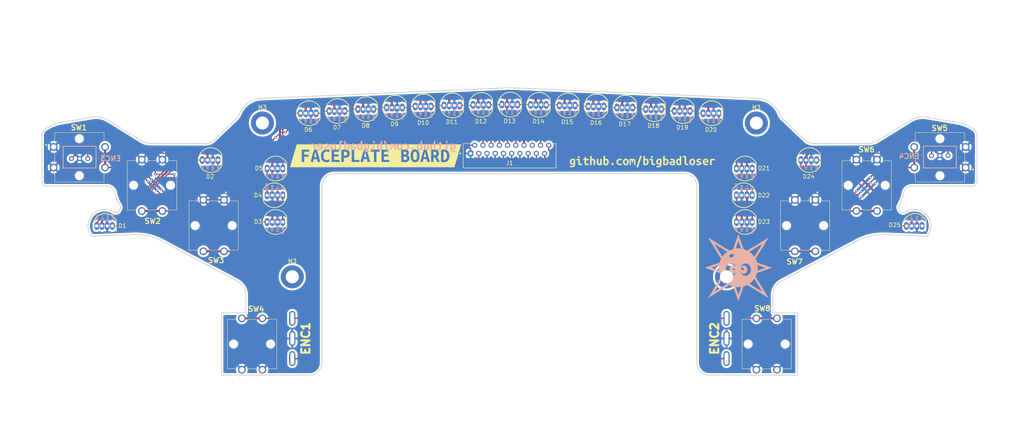
<source format=kicad_pcb>
(kicad_pcb (version 20241229) (generator "pcbnew") (generator_version "9.0")
  (layers (0 "F.Cu" signal) (2 "B.Cu" signal) (13 "F.Paste" user) (15 "B.Paste" user) (5 "F.SilkS" user "F.Silkscreen") (7 "B.SilkS" user "B.Silkscreen") (1 "F.Mask" user) (3 "B.Mask" user) (25 "Edge.Cuts" user))
  (net 0 "")
  (net 1 "Net-(D1-DOUT)")
  (net 2 "GND")
  (net 3 "+5V")
  (net 4 "/LED_DIN")
  (net 5 "Net-(D2-DOUT)")
  (net 6 "Net-(D3-DOUT)")
  (net 7 "Net-(D4-DOUT)")
  (net 8 "Net-(D5-DOUT)")
  (net 9 "Net-(D6-DOUT)")
  (net 10 "Net-(D7-DOUT)")
  (net 11 "Net-(D8-DOUT)")
  (net 12 "Net-(D10-DIN)")
  (net 13 "Net-(D10-DOUT)")
  (net 14 "Net-(D11-DOUT)")
  (net 15 "Net-(D12-DOUT)")
  (net 16 "Net-(D13-DOUT)")
  (net 17 "Net-(D14-DOUT)")
  (net 18 "Net-(D15-DOUT)")
  (net 19 "Net-(D16-DOUT)")
  (net 20 "Net-(D17-DOUT)")
  (net 21 "Net-(D18-DOUT)")
  (net 22 "Net-(D19-DOUT)")
  (net 23 "Net-(D20-DOUT)")
  (net 24 "Net-(D21-DOUT)")
  (net 25 "Net-(D22-DOUT)")
  (net 26 "Net-(D23-DOUT)")
  (net 27 "Net-(D24-DOUT)")
  (net 29 "/ENC1_B")
  (net 30 "/ENC1_A")
  (net 31 "/ENC2_A")
  (net 32 "/ENC2_B")
  (net 33 "/SW4_OUT")
  (net 34 "/SW3_OUT")
  (net 35 "/SW7_OUT")
  (net 36 "/SW5_OUT")
  (net 37 "/SW1_OUT")
  (net 38 "/SW8_OUT")
  (net 39 "/SW6_OUT")
  (net 40 "/SW2_OUT")
  (net 42 "/ENC4_B")
  (net 43 "/ENC4_A")
  (net 44 "/ENC3_B")
  (net 45 "/ENC3_A")
  (footprint "SamacSys_Parts:APA-106-F5" (layer "F.Cu") (at 78.346799 82.612221)
    (property "Reference" "D2")
    (property "Value" "APA-106")
  )
  (footprint "SamacSys_Parts:APA-106-F5" (layer "F.Cu") (at 123.176022 69.85062)
    (property "Reference" "D9")
    (property "Value" "APA-106")
  )
  (footprint "SamacSys_Parts:APA-106-F5" (layer "F.Cu") (at 94.102316 91.166877 180)
    (property "Reference" "D4")
    (property "Value" "APA-106")
  )
  (footprint "SamacSys_Parts:APA-106-F5" (layer "F.Cu") (at 102.214795 71.227189)
    (property "Reference" "D6")
    (property "Value" "APA-106")
  )
  (footprint "SamacSys_Parts:288T Encoder" (layer "F.Cu") (at 98.322079 125.994767 90)
    (property "Reference" "ENC1")
    (property "Value" "RotaryEncoder" (hide yes))
  )
  (footprint "SamacSys_Parts:APA-106-F5" (layer "F.Cu") (at 94.102316 97.666877)
    (property "Reference" "D3")
    (property "Value" "APA-106")
  )
  (footprint "SamacSys_Parts:SKQEACA010" (layer "F.Cu") (at 68.731432 88.75 -90)
    (property "Reference" "SW2")
    (property "Value" "SKQEACA010" (hide yes))
  )
  (footprint "MountingHole:MountingHole_3.2mm_M3_DIN965_Pad" (layer "F.Cu") (at 211.1657 73.6035)
    (property "Reference" "M3")
    (property "Value" "MountingHole_3.2mm_M3_DIN965_Pad")
  )
  (footprint "SamacSys_Parts:APA-106-F5" (layer "F.Cu") (at 208.2453 91.166877 180)
    (property "Reference" "D22")
    (property "Value" "APA-106")
  )
  (footprint "MountingHole:MountingHole_3.2mm_M3_DIN965_Pad" (layer "F.Cu") (at 98.322079 110.994767)
    (property "Reference" "M3")
    (property "Value" "MountingHole_3.2mm_M3_DIN965_Pad")
  )
  (footprint "SamacSys_Parts:SKQEACA010" (layer "F.Cu") (at 84.057625 127.349853 90)
    (property "Reference" "SW4")
    (property "Value" "SKQEACA010" (hide yes))
  )
  (footprint "SamacSys_Parts:SKQEACA010" (layer "F.Cu") (at 83.711472 98.542433 -90)
    (property "Reference" "SW3")
    (property "Value" "SKQEACA010" (hide yes))
  )
  (footprint "SamacSys_Parts:APA-106-F5" (layer "F.Cu") (at 249.561396 98.627293)
    (property "Reference" "D25")
    (property "Value" "APA-106")
  )
  (footprint "SamacSys_Parts:APA-106-F5" (layer "F.Cu") (at 186.163671 70.23107)
    (property "Reference" "D18")
    (property "Value" "APA-106")
  )
  (footprint "SamacSys_Parts:APA-106-F5" (layer "F.Cu") (at 165.176834 69.325177)
    (property "Reference" "D15")
    (property "Value" "APA-106")
  )
  (footprint "SamacSys_Parts:APA-106-F5" (layer "F.Cu") (at 223.884634 82.612221)
    (property "Reference" "D24")
    (property "Value" "APA-106")
  )
  (footprint "SamacSys_Parts:APA-106-F5" (layer "F.Cu") (at 109.196576 70.689946)
    (property "Reference" "D7")
    (property "Value" "APA-106")
  )
  (footprint "SamacSys_Parts:APA-106-F5" (layer "F.Cu") (at 172.175688 69.548643)
    (property "Reference" "D16")
    (property "Value" "APA-106")
  )
  (footprint "SamacSys_Parts:APA-106-F5" (layer "F.Cu") (at 158.175914 69.18025)
    (property "Reference" "D14")
    (property "Value" "APA-106")
  )
  (footprint "SamacSys_Parts:APA-106-F5" (layer "F.Cu") (at 116.183945 70.23107)
    (property "Reference" "D8")
    (property "Value" "APA-106")
  )
  (footprint "SamacSys_Parts:APA-106-F5" (layer "F.Cu") (at 208.2453 84.666877)
    (property "Reference" "D21")
    (property "Value" "APA-106")
  )
  (footprint "SamacSys_Parts:APA-106-F5" (layer "F.Cu") (at 52.670037 98.627293)
    (property "Reference" "D1")
    (property "Value" "APA-106")
  )
  (footprint "SamacSys_Parts:APA-106-F5" (layer "F.Cu") (at 200.132821 71.227189)
    (property "Reference" "D20")
    (property "Value" "APA-106")
  )
  (footprint "SamacSys_Parts:SKQEACA010" (layer "F.Cu") (at 227.51996 98.542433 -90)
    (property "Reference" "SW7")
    (property "Value" "SKQEACA010" (hide yes))
  )
  (footprint "SamacSys_Parts:APA-106-F5" (layer "F.Cu") (at 208.2453 97.666877)
    (property "Reference" "D23")
    (property "Value" "APA-106")
  )
  (footprint "SamacSys_Parts:APA-106-F5" (layer "F.Cu") (at 144.171702 69.18025)
    (property "Reference" "D12")
    (property "Value" "APA-106")
  )
  (footprint "SamacSys_Parts:APA-106-F5" (layer "F.Cu") (at 130.135 69.548643)
    (property "Reference" "D10")
    (property "Value" "APA-106")
  )
  (footprint "SamacSys_Parts:APA-106-F5" (layer "F.Cu") (at 179.171594 69.85062)
    (property "Reference" "D17")
    (property "Value" "APA-106")
  )
  (footprint "SamacSys_Parts:288T Encoder" (layer "F.Cu") (at 203.909353 125.994767 90)
    (property "Reference" "ENC2")
    (property "Value" "RotaryEncoder" (hide yes))
  )
  (footprint "SamacSys_Parts:AMPHENOL_HLW20R-2C7LF" (layer "F.Cu") (at 151.173808 81.575)
    (property "Reference" "J1")
    (property "Value" "HLW20R-2C7LF")
  )
  (footprint "SamacSys_Parts:APA-106-F5" (layer "F.Cu") (at 193.15104 70.689946)
    (property "Reference" "D19")
    (property "Value" "APA-106")
  )
  (footprint "SamacSys_Parts:APA-106-F5" (layer "F.Cu") (at 137.115 69.325177)
    (property "Reference" "D11")
    (property "Value" "APA-106")
  )
  (footprint "kibuzzard-683248CA" (layer "F.Cu") (at 118.575 81.575)
    (property "Reference" "kibuzzard-683248CA" (hide yes))
    (property "Value" "G***" (hide yes))
  )
  (footprint "SamacSys_Parts:SKQEACA010" (layer "F.Cu") (at 255.804968 86.422467 180)
    (property "Reference" "SW5")
    (property "Value" "SKQEACA010" (hide yes))
  )
  (footprint "kibuzzard-683245A1" (layer "F.Cu") (at 183.45 82.975)
    (property "Reference" "kibuzzard-683245A1" (hide yes))
    (property "Value" "G***" (hide yes))
  )
  (footprint "SamacSys_Parts:SKQEACA010" (layer "F.Cu") (at 46.542648 77.422467)
    (property "Reference" "SW1")
    (property "Value" "SKQEACA010" (hide yes))
  )
  (footprint "MountingHole:MountingHole_3.2mm_M3_DIN965_Pad" (layer "F.Cu") (at 203.909353 110.994767)
    (property "Reference" "M3")
    (property "Value" "MountingHole_3.2mm_M3_DIN965_Pad")
  )
  (footprint "SamacSys_Parts:SKQEACA010" (layer "F.Cu") (at 209.173808 127.349853 90)
    (property "Reference" "SW8")
    (property "Value" "SKQEACA010" (hide yes))
  )
  (footprint "SamacSys_Parts:SKQEACA010" (layer "F.Cu") (at 242.5 88.75 -90)
    (property "Reference" "SW6")
    (property "Value" "SKQEACA010" (hide yes))
  )
  (footprint "SamacSys_Parts:APA-106-F5" (layer "F.Cu") (at 94.102316 84.666877)
    (property "Reference" "D5")
    (property "Value" "APA-106")
  )
  (footprint "SamacSys_Parts:APA-106-F5" (layer "F.Cu") (at 151.173808 69.113882)
    (property "Reference" "D13")
    (property "Value" "APA-106")
  )
  (footprint "MountingHole:MountingHole_3.2mm_M3_DIN965_Pad" (layer "F.Cu") (at 91.0657 73.6034)
    (property "Reference" "M3")
    (property "Value" "MountingHole_3.2mm_M3_DIN965_Pad")
  )
  (footprint "SamacSys_Parts:B03BPASKLFSN" (layer "B.Cu") (at 48.6 82.25)
    (property "Reference" "ENC3")
    (property "Value" "B03B-PASK_LF__SN_" (hide yes))
  )
  (footprint "SamacSys_Parts:B03BPASKLFSN" (layer "B.Cu") (at 253.775 81.525 180)
    (property "Reference" "ENC4")
    (property "Value" "B03B-PASK_LF__SN_" (hide yes))
  )
  (footprint "kibuzzard-683245A1" (layer "B.Cu") (at 120.429725 79.302423 180)
    (property "Reference" "kibuzzard-683245A1" (hide yes))
    (property "Value" "G***" (hide yes))
  )
  (gr_poly (pts (xy 206.789252 100.664633) (xy 206.78803 100.665376) (xy 206.78677 100.666504) (xy 206.785464 100.668025) (xy 206.784102 100.669946) (xy 206.781179 100.67502) (xy 206.777929 100.68179) (xy 206.774285 100.690317) (xy 206.765531 100.712889) (xy 206.754359 100.743233) (xy 206.739421 100.7835) (xy 206.724814 100.821947) (xy 206.712191 100.85411) (xy 206.70714 100.86644) (xy 206.703206 100.875525) (xy 206.680193 100.936296) (xy 206.643454 101.038905) (xy 206.601755 101.159042) (xy 206.563859 101.2724) (xy 206.519541 101.400503) (xy 206.489197 101.485968) (xy 206.458025 101.572261) (xy 206.42837 101.654888) (xy 206.402022 101.73057) (xy 206.381627 101.791038) (xy 206.369831 101.828025) (xy 206.365841 101.842002) (xy 206.359413 101.862117) (xy 206.340727 101.916881) (xy 206.316749 101.984542) (xy 206.290456 102.05733) (xy 206.229822 102.225782) (xy 206.199919 102.311331) (xy 206.175803 102.38365) (xy 206.035133 102.791108) (xy 205.968932 102.978466) (xy 205.94627 103.040705) (xy 205.93415 103.071567) (xy 205.920039 103.106845) (xy 205.896282 103.181948) (xy 205.867563 103.268461) (xy 205.834215 103.364565) (xy 205.796567 103.468442) (xy 205.771156 103.53908) (xy 205.749383 103.600954) (xy 205.733563 103.647283) (xy 205.728609 103.6625) (xy 205.726012 103.671289) (xy 205.715442 103.70452) (xy 205.695033 103.764168) (xy 205.636935 103.928816) (xy 205.576191 104.097433) (xy 205.537275 104.202219) (xy 205.5327 104.212284) (xy 205.528125 104.221391) (xy 205.523384 104.229655) (xy 205.518313 104.237194) (xy 205.512746 104.244122) (xy 205.506517 104.250557) (xy 205.499461 104.256615) (xy 205.491414 104.262412) (xy 205.482208 104.268064) (xy 205.47168 104.273687) (xy 205.459664 104.279399) (xy 205.445994 104.285315) (xy 205.430504 104.291551) (xy 205.413031 104.298223) (xy 205.371469 104.313344) (xy 205.342803 104.323652) (xy 205.315439 104.333298) (xy 205.26718 104.349945) (xy 205.23182 104.361962) (xy 205.214484 104.368025) (xy 205.186179 104.376162) (xy 205.14481 104.39079) (xy 205.092196 104.411123) (xy 205.030157 104.436376) (xy 204.885077 104.498498) (xy 204.724123 104.570872) (xy 204.708155 104.577959) (xy 204.69229 104.58457) (xy 204.676963 104.590561) (xy 204.662607 104.595787) (xy 204.649657 104.600104) (xy 204.643845 104.601876) (xy 204.638547 104.603366) (xy 204.633817 104.604557) (xy 204.62971 104.60543) (xy 204.62628 104.605967) (xy 204.623581 104.60615) (xy 204.620124 104.605621) (xy 204.61511 104.604069) (xy 204.600788 104.598102) (xy 204.581382 104.588662) (xy 204.557656 104.576164) (xy 204.530374 104.561019) (xy 204.500302 104.543642) (xy 204.468204 104.524446) (xy 204.434845 104.503845) (xy 204.304097 104.42491) (xy 204.252531 104.394207) (xy 204.21965 104.37508) (xy 204.195728 104.361465) (xy 204.168498 104.345535) (xy 204.154676 104.337219) (xy 204.141267 104.328944) (xy 204.128686 104.320916) (xy 204.117345 104.313344) (xy 204.093267 104.297076) (xy 204.070905 104.282421) (xy 204.049659 104.269006) (xy 204.02893 104.256459) (xy 204.008118 104.244408) (xy 203.986624 104.232481) (xy 203.963849 104.220306) (xy 203.939192 104.207511) (xy 203.933617 104.204166) (xy 203.928157 104.200765) (xy 203.922848 104.197333) (xy 203.917722 104.193896) (xy 203.912813 104.190479) (xy 203.908155 104.187109) (xy 203.903781 104.183811) (xy 203.899725 104.180612) (xy 203.89602 104.177536) (xy 203.892701 104.17461) (xy 203.889799 104.17186) (xy 203.88735 104.169312) (xy 203.886306 104.168121) (xy 203.885387 104.166991) (xy 203.884598 104.165924) (xy 203.883943 104.164923) (xy 203.883426 104.163992) (xy 203.883052 104.163134) (xy 203.882825 104.162352) (xy 203.882748 104.16165) (xy 203.882722 104.160844) (xy 203.882647 104.160079) (xy 203.882522 104.159355) (xy 203.882352 104.158673) (xy 203.882135 104.158032) (xy 203.881876 104.157433) (xy 203.881574 104.156875) (xy 203.881232 104.156358) (xy 203.880851 104.155883) (xy 203.880433 104.155449) (xy 203.879979 104.155056) (xy 203.879492 104.154705) (xy 203.878972 104.154395) (xy 203.878422 104.154126) (xy 203.877842 104.153898) (xy 203.877235 104.153712) (xy 203.876603 104.153568) (xy 203.875946 104.153464) (xy 203.875266 104.153402) (xy 203.874565 104.153382) (xy 203.873846 104.153402) (xy 203.873108 104.153465) (xy 203.872354 104.153568) (xy 203.871585 104.153713) (xy 203.870804 104.153899) (xy 203.870011 104.154126) (xy 203.869209 104.154395) (xy 203.868399 104.154705) (xy 203.867582 104.155056) (xy 203.86676 104.155449) (xy 203.865935 104.155883) (xy 203.865109 104.156359) (xy 203.864127 104.156834) (xy 203.863166 104.157268) (xy 203.862228 104.157661) (xy 203.861312 104.158012) (xy 203.860419 104.158322) (xy 203.859551 104.158591) (xy 203.858707 104.158818) (xy 203.857888 104.159004) (xy 203.857095 104.159149) (xy 203.856328 104.159252) (xy 203.855588 104.159314) (xy 203.854877 104.159335) (xy 203.854193 104.159314) (xy 203.853539 104.159252) (xy 203.852915 104.159149) (xy 203.852321 104.159004) (xy 203.851757 104.158818) (xy 203.851226 104.158591) (xy 203.850727 104.158322) (xy 203.85026 104.158012) (xy 203.849828 104.157661) (xy 203.849429 104.157268) (xy 203.849066 104.156834) (xy 203.848738 104.156358) (xy 203.848446 104.155842) (xy 203.848191 104.155284) (xy 203.847973 104.154684) (xy 203.847794 104.154043) (xy 203.847653 104.153361) (xy 203.847552 104.152638) (xy 203.847491 104.151873) (xy 203.84747 104.151067) (xy 203.847429 104.15023) (xy 203.847307 104.149374) (xy 203.847107 104.148501) (xy 203.846829 104.147611) (xy 203.846052 104.145792) (xy 203.84499 104.143929) (xy 203.843659 104.142034) (xy 203.842075 104.140122) (xy 203.840253 104.138204) (xy 203.83821 104.136294) (xy 203.835959 104.134405) (xy 203.833517 104.132549) (xy 203.8309 104.13074) (xy 203.828123 104.12899) (xy 203.8252 104.127313) (xy 203.822149 104.125721) (xy 203.818984 104.124227) (xy 203.81572 104.122844) (xy 203.810266 104.120986) (xy 203.804496 104.118731) (xy 203.798426 104.116093) (xy 203.792073 104.113088) (xy 203.78545 104.109731) (xy 203.778575 104.106039) (xy 203.764126 104.097709) (xy 203.74885 104.088221) (xy 203.732872 104.0777) (xy 203.716315 104.066269) (xy 203.699303 104.054053) (xy 203.665513 104.032776) (xy 203.600966 103.99364) (xy 203.441776 103.89883) (xy 203.432629 103.89348) (xy 203.423833 103.888109) (xy 203.415575 103.882862) (xy 203.408041 103.877884) (xy 203.401416 103.873319) (xy 203.395887 103.869313) (xy 203.393591 103.867564) (xy 203.391639 103.866009) (xy 203.390054 103.864666) (xy 203.388859 103.863552) (xy 203.387644 103.862439) (xy 203.386003 103.861096) (xy 203.381555 103.857792) (xy 203.375743 103.853786) (xy 203.368794 103.849221) (xy 203.360936 103.844243) (xy 203.352395 103.838996) (xy 203.3434 103.833625) (xy 203.334177 103.828274) (xy 203.308074 103.813943) (xy 203.269548 103.791674) (xy 203.163742 103.728615) (xy 203.033793 103.649681) (xy 202.896733 103.565455) (xy 202.874657 103.551282) (xy 202.853739 103.53806) (xy 202.834474 103.526078) (xy 202.817359 103.515626) (xy 202.802889 103.506992) (xy 202.791562 103.500467) (xy 202.783872 103.49634) (xy 202.781547 103.495266) (xy 202.780317 103.4949) (xy 202.777017 103.493139) (xy 202.768797 103.488092) (xy 202.739748 103.469544) (xy 202.646261 103.408469) (xy 202.619086 103.391423) (xy 202.592242 103.374955) (xy 202.56639 103.35948) (xy 202.542192 103.34541) (xy 202.520309 103.333159) (xy 202.501402 103.323141) (xy 202.493272 103.319098) (xy 202.486133 103.315768) (xy 202.48007 103.313203) (xy 202.475164 103.311455) (xy 202.47124 103.310073) (xy 202.467419 103.308582) (xy 202.463723 103.306998) (xy 202.460171 103.305337) (xy 202.456785 103.303613) (xy 202.453584 103.301844) (xy 202.45059 103.300043) (xy 202.447824 103.298226) (xy 202.445306 103.29641) (xy 202.444146 103.295506) (xy 202.443056 103.294609) (xy 202.442039 103.293719) (xy 202.441096 103.292839) (xy 202.440231 103.29197) (xy 202.439446 103.291116) (xy 202.438744 103.290276) (xy 202.438127 103.289454) (xy 202.437597 103.288652) (xy 202.437159 103.28787) (xy 202.436813 103.287112) (xy 202.436563 103.286379) (xy 202.436411 103.285674) (xy 202.436359 103.284997) (xy 202.436242 103.284284) (xy 202.435892 103.283472) (xy 202.434523 103.281562) (xy 202.432302 103.279296) (xy 202.429276 103.276701) (xy 202.425496 103.273807) (xy 202.421011 103.270642) (xy 202.410121 103.26361) (xy 202.396999 103.255834) (xy 202.382036 103.247542) (xy 202.365627 103.23896) (xy 202.348164 103.230317) (xy 202.339034 103.226001) (xy 202.330194 103.22167) (xy 202.321685 103.217349) (xy 202.313548 103.213064) (xy 202.305824 103.208841) (xy 202.298555 103.204706) (xy 202.291782 103.200685) (xy 202.285546 103.196803) (xy 202.279889 103.193086) (xy 202.274852 103.189561) (xy 202.270477 103.186253) (xy 202.266805 103.183188) (xy 202.265245 103.181754) (xy 202.263876 103.180391) (xy 202.262704 103.179102) (xy 202.261733 103.177889) (xy 202.260969 103.176757) (xy 202.260417 103.175707) (xy 202.260082 103.174745) (xy 202.259969 103.173872) (xy 202.259934 103.173211) (xy 202.259827 103.172551) (xy 202.259653 103.171893) (xy 202.259411 103.17124) (xy 202.259105 103.170592) (xy 202.258737 103.16995) (xy 202.25782 103.16869) (xy 202.256675 103.167473) (xy 202.255319 103.166306) (xy 202.253766 103.165202) (xy 202.252032 103.164171) (xy 202.250133 103.163221) (xy 202.248084 103.162365) (xy 202.245901 103.161613) (xy 202.243599 103.160974) (xy 202.241193 103.160459) (xy 202.2387 103.160078) (xy 202.236135 103.159842) (xy 202.233512 103.159761) (xy 202.232195 103.159735) (xy 202.23089 103.15966) (xy 202.229599 103.159536) (xy 202.228324 103.159365) (xy 202.227067 103.159149) (xy 202.22583 103.158889) (xy 202.224616 103.158587) (xy 202.223425 103.158245) (xy 202.22226 103.157864) (xy 202.221123 103.157446) (xy 202.220015 103.156993) (xy 202.218939 103.156505) (xy 202.217897 103.155986) (xy 202.21689 103.155435) (xy 202.215921 103.154856) (xy 202.214991 103.154249) (xy 202.214103 103.153616) (xy 202.213257 103.152959) (xy 202.212457 103.15228) (xy 202.211704 103.151579) (xy 202.211001 103.150859) (xy 202.210348 103.150121) (xy 202.209748 103.149367) (xy 202.209203 103.148599) (xy 202.208715 103.147818) (xy 202.208286 103.147025) (xy 202.207917 103.146223) (xy 202.207612 103.145412) (xy 202.20737 103.144595) (xy 202.207196 103.143774) (xy 202.207089 103.142949) (xy 202.207053 103.142122) (xy 202.207028 103.14114) (xy 202.206952 103.14018) (xy 202.206827 103.139241) (xy 202.206654 103.138326) (xy 202.206434 103.137433) (xy 202.20617 103.136564) (xy 202.205861 103.13572) (xy 202.20551 103.134901) (xy 202.205117 103.134108) (xy 202.204685 103.133341) (xy 202.204214 103.132602) (xy 202.203705 103.13189) (xy 202.20316 103.131207) (xy 202.20258 103.130552) (xy 202.201966 103.129928) (xy 202.201321 103.129334) (xy 202.200644 103.128771) (xy 202.199937 103.128239) (xy 202.199203 103.12774) (xy 202.198441 103.127274) (xy 202.197653 103.126841) (xy 202.19684 103.126443) (xy 202.196005 103.126079) (xy 202.195147 103.125751) (xy 202.194269 103.125459) (xy 202.193371 103.125204) (xy 202.192455 103.124987) (xy 202.191523 103.124807) (xy 202.190575 103.124666) (xy 202.189612 103.124565) (xy 202.188637 103.124504) (xy 202.18765 103.124483) (xy 202.185058 103.124076) (xy 202.181298 103.122881) (xy 202.170563 103.118282) (xy 202.156024 103.110996) (xy 202.138261 103.101332) (xy 202.117853 103.089602) (xy 202.095377 103.076114) (xy 202.071413 103.06118) (xy 202.046539 103.045108) (xy 202.021827 103.029037) (xy 201.998335 103.014102) (xy 201.976621 103.000615) (xy 201.957242 102.988884) (xy 201.940757 102.979221) (xy 201.927724 102.971934) (xy 201.922677 102.96928) (xy 201.918701 102.967335) (xy 201.915868 102.96614) (xy 201.914246 102.965733) (xy 201.912625 102.965326) (xy 201.909792 102.964131) (xy 201.90077 102.959532) (xy 201.887738 102.952246) (xy 201.871253 102.942582) (xy 201.851875 102.930852) (xy 201.83016 102.917364) (xy 201.806668 102.90243) (xy 201.781956 102.886358) (xy 201.757086 102.870287) (xy 201.733146 102.855353) (xy 201.710735 102.841865) (xy 201.690454 102.830134) (xy 201.672901 102.820471) (xy 201.665336 102.816511) (xy 201.658677 102.813185) (xy 201.653 102.81053) (xy 201.64838 102.808585) (xy 201.644891 102.80739) (xy 201.642609 102.806983) (xy 201.641628 102.806963) (xy 201.640667 102.806902) (xy 201.639728 102.806803) (xy 201.638812 102.806666) (xy 201.63792 102.806493) (xy 201.637051 102.806286) (xy 201.636207 102.806044) (xy 201.635388 102.805771) (xy 201.634595 102.805466) (xy 201.633828 102.805132) (xy 201.633088 102.804769) (xy 201.632377 102.804379) (xy 201.631693 102.803963) (xy 201.631039 102.803523) (xy 201.630415 102.803059) (xy 201.629821 102.802573) (xy 201.629257 102.802067) (xy 201.628726 102.801542) (xy 201.628227 102.800998) (xy 201.62776 102.800438) (xy 201.627328 102.799862) (xy 201.626929 102.799271) (xy 201.626566 102.798668) (xy 201.626238 102.798054) (xy 201.625946 102.797428) (xy 201.625691 102.796794) (xy 201.625474 102.796153) (xy 201.625294 102.795504) (xy 201.625153 102.794851) (xy 201.625052 102.794193) (xy 201.624991 102.793534) (xy 201.62497 102.792872) (xy 201.624873 102.79216) (xy 201.624584 102.791348) (xy 201.623448 102.789441) (xy 201.621598 102.787183) (xy 201.619072 102.784604) (xy 201.615905 102.781736) (xy 201.612134 102.778609) (xy 201.607794 102.775255) (xy 201.602922 102.771705) (xy 201.591725 102.76414) (xy 201.578834 102.756161) (xy 201.564537 102.748017) (xy 201.556951 102.74396) (xy 201.549123 102.739956) (xy 201.527428 102.72853) (xy 201.506694 102.717421) (xy 201.486972 102.706659) (xy 201.468315 102.696272) (xy 201.450774 102.686287) (xy 201.434402 102.676735) (xy 201.419248 102.667642) (xy 201.405366 102.659037) (xy 201.392807 102.650949) (xy 201.381623 102.643406) (xy 201.371865 102.636437) (xy 201.363584 102.63007) (xy 201.356834 102.624334) (xy 201.351664 102.619256) (xy 201.349689 102.616973) (xy 201.348128 102.614866) (xy 201.346988 102.612937) (xy 201.346276 102.611191) (xy 201.345925 102.61038) (xy 201.345534 102.609601) (xy 201.345105 102.608854) (xy 201.34464 102.608142) (xy 201.344139 102.607465) (xy 201.343606 102.606823) (xy 201.34304 102.606218) (xy 201.342445 102.605651) (xy 201.341821 102.605123) (xy 201.341171 102.604635) (xy 201.340495 102.604187) (xy 201.339795 102.603781) (xy 201.339074 102.603417) (xy 201.338332 102.603098) (xy 201.337572 102.602822) (xy 201.336794 102.602592) (xy 201.336001 102.602409) (xy 201.335194 102.602273) (xy 201.334375 102.602186) (xy 201.333545 102.602148) (xy 201.332706 102.602161) (xy 201.33186 102.602224) (xy 201.331008 102.60234) (xy 201.330152 102.60251) (xy 201.329293 102.602734) (xy 201.328433 102.603012) (xy 201.327574 102.603347) (xy 201.326717 102.60374) (xy 201.325864 102.60419) (xy 201.325016 102.6047) (xy 201.324175 102.605269) (xy 201.323344 102.6059) (xy 201.322522 102.60637) (xy 201.321712 102.606789) (xy 201.320914 102.607158) (xy 201.320129 102.607477) (xy 201.319359 102.607748) (xy 201.318604 102.607969) (xy 201.317865 102.608143) (xy 201.317143 102.60827) (xy 201.316439 102.60835) (xy 201.315754 102.608384) (xy 201.315089 102.608374) (xy 201.314445 102.608318) (xy 201.313824 102.608219) (xy 201.313225 102.608076) (xy 201.31265 102.607891) (xy 201.3121 102.607664) (xy 201.311575 102.607395) (xy 201.311078 102.607086) (xy 201.310608 102.606737) (xy 201.310167 102.606348) (xy 201.309756 102.60592) (xy 201.309375 102.605455) (xy 201.309026 102.604952) (xy 201.30871 102.604412) (xy 201.308427 102.603836) (xy 201.308179 102.603224) (xy 201.307966 102.602578) (xy 201.30779 102.601897) (xy 201.307652 102.601183) (xy 201.307551 102.600435) (xy 201.307491 102.599656) (xy 201.30747 102.598845) (xy 201.307429 102.598008) (xy 201.307307 102.597152) (xy 201.307107 102.596278) (xy 201.306829 102.595389) (xy 201.306051 102.59357) (xy 201.304989 102.591706) (xy 201.303659 102.589812) (xy 201.302075 102.5879) (xy 201.300253 102.585982) (xy 201.298209 102.584072) (xy 201.295959 102.582183) (xy 201.293517 102.580327) (xy 201.2909 102.578518) (xy 201.288122 102.576768) (xy 201.2852 102.575091) (xy 201.282148 102.573499) (xy 201.278983 102.572005) (xy 201.27572 102.570622) (xy 201.269414 102.568339) (xy 201.262483 102.565503) (xy 201.255046 102.562181) (xy 201.247221 102.55844) (xy 201.239128 102.554348) (xy 201.230885 102.549972) (xy 201.222611 102.545379) (xy 201.214424 102.540636) (xy 201.206445 102.53581) (xy 201.19879 102.530969) (xy 201.191581 102.526179) (xy 201.184934 102.521508) (xy 201.17897 102.517024) (xy 201.173807 102.512792) (xy 201.169563 102.508881) (xy 201.166358 102.505358) (xy 201.165021 102.503873) (xy 201.16302 102.502078) (xy 201.157181 102.497641) (xy 201.149151 102.492212) (xy 201.139239 102.485955) (xy 201.127757 102.479038) (xy 201.115013 102.471624) (xy 201.101319 102.463879) (xy 201.086984 102.455969) (xy 201.048784 102.434472) (xy 200.997025 102.404375) (xy 200.938652 102.369649) (xy 200.880608 102.334261) (xy 200.744569 102.251358) (xy 200.607206 102.168455) (xy 200.579122 102.151988) (xy 200.552195 102.135934) (xy 200.527087 102.120706) (xy 200.504459 102.106719) (xy 200.484974 102.094386) (xy 200.469292 102.084119) (xy 200.458075 102.076333) (xy 200.454348 102.0735) (xy 200.451984 102.071441) (xy 200.446027 102.067025) (xy 200.436412 102.060582) (xy 200.408107 102.042778) (xy 200.370872 102.020344) (xy 200.328512 101.995594) (xy 200.277249 101.965305) (xy 200.216064 101.927905) (xy 200.152895 101.88819) (xy 200.095678 101.850955) (xy 200.069568 101.83415) (xy 200.044553 101.818379) (xy 200.021233 101.804013) (xy 200.000207 101.791424) (xy 199.982076 101.780986) (xy 199.967437 101.773069) (xy 199.961615 101.770172) (xy 199.956892 101.768046) (xy 199.953341 101.766736) (xy 199.952029 101.766402) (xy 199.951038 101.766289) (xy 199.949265 101.766167) (xy 199.947269 101.76581) (xy 199.945078 101.765231) (xy 199.942715 101.764442) (xy 199.940208 101.763457) (xy 199.937582 101.762289) (xy 199.934863 101.76095) (xy 199.932077 101.759454) (xy 199.92925 101.757812) (xy 199.926407 101.756039) (xy 199.923574 101.754148) (xy 199.920778 101.75215) (xy 199.918043 101.750059) (xy 199.915396 101.747889) (xy 199.912863 101.745651) (xy 199.91047 101.743359) (xy 199.897779 101.732634) (xy 199.877652 101.718089) (xy 199.819575 101.680106) (xy 199.745209 101.634559) (xy 199.663525 101.586593) (xy 199.583496 101.541355) (xy 199.514091 101.503993) (xy 199.486176 101.489873) (xy 199.464282 101.479653) (xy 199.449529 101.473975) (xy 199.445182 101.47304) (xy 199.44304 101.473483) (xy 199.442404 101.474154) (xy 199.44182 101.474845) (xy 199.441288 101.475554) (xy 199.440807 101.47628) (xy 199.440378 101.477022) (xy 199.440001 101.477777) (xy 199.439675 101.478546) (xy 199.439401 101.479326) (xy 199.439179 101.480116) (xy 199.439008 101.480916) (xy 199.438889 101.481723) (xy 199.438822 101.482537) (xy 199.438807 101.483355) (xy 199.438843 101.484178) (xy 199.438931 101.485004) (xy 199.43907 101.48583) (xy 199.439261 101.486657) (xy 199.439504 101.487482) (xy 199.439799 101.488305) (xy 199.440145 101.489124) (xy 199.440543 101.489937) (xy 199.440993 101.490745) (xy 199.441494 101.491544) (xy 199.442047 101.492334) (xy 199.442651 101.493115) (xy 199.443308 101.493883) (xy 199.444015 101.494639) (xy 199.444775 101.49538) (xy 199.445586 101.496106) (xy 199.446449 101.496815) (xy 199.447364 101.497506) (xy 199.44833 101.498178) (xy 199.450455 101.499804) (xy 199.452844 101.502012) (xy 199.45547 101.504763) (xy 199.458308 101.508017) (xy 199.461332 101.511736) (xy 199.464516 101.515882) (xy 199.471261 101.525297) (xy 199.478338 101.535953) (xy 199.485538 101.547539) (xy 199.492655 101.559745) (xy 199.499484 101.572261) (xy 199.506932 101.58702) (xy 199.517068 101.605664) (xy 199.529436 101.627451) (xy 199.543581 101.651636) (xy 199.575386 101.704222) (xy 199.608845 101.75747) (xy 199.680196 101.86949) (xy 199.742101 101.967372) (xy 199.794539 102.051033) (xy 199.837489 102.12039) (xy 199.870931 102.175359) (xy 199.894843 102.21586) (xy 199.909206 102.241808) (xy 199.912799 102.249299) (xy 199.913998 102.253122) (xy 199.914201 102.254708) (xy 199.9148 102.256798) (xy 199.915777 102.259358) (xy 199.917112 102.262355) (xy 199.920788 102.269524) (xy 199.925683 102.278037) (xy 199.931654 102.287625) (xy 199.938554 102.298019) (xy 199.94624 102.30895) (xy 199.954566 102.320149) (xy 199.964092 102.333268) (xy 199.97521 102.349695) (xy 199.987526 102.368767) (xy 200.000648 102.389823) (xy 200.014184 102.412203) (xy 200.027741 102.435244) (xy 200.040925 102.458285) (xy 200.053344 102.480664) (xy 200.065784 102.502085) (xy 200.077791 102.522391) (xy 200.089094 102.541125) (xy 200.099426 102.557834) (xy 200.108518 102.572062) (xy 200.116101 102.583355) (xy 200.119242 102.587759) (xy 200.121906 102.591258) (xy 200.124058 102.593797) (xy 200.125665 102.595317) (xy 200.12723 102.596756) (xy 200.129261 102.599058) (xy 200.134594 102.606065) (xy 200.141415 102.615966) (xy 200.149477 102.628389) (xy 200.158531 102.642962) (xy 200.168328 102.659313) (xy 200.178622 102.677069) (xy 200.189164 102.695859) (xy 200.220859 102.752637) (xy 200.252554 102.808113) (xy 200.284414 102.862638) (xy 200.316605 102.916565) (xy 200.382641 103.024024) (xy 200.451984 103.133303) (xy 200.492499 103.19581) (xy 200.534005 103.261625) (xy 200.571543 103.32281) (xy 200.587273 103.349186) (xy 200.60015 103.371428) (xy 200.661446 103.475415) (xy 200.686471 103.517248) (xy 200.709512 103.555093) (xy 200.731891 103.591035) (xy 200.754932 103.627164) (xy 200.779957 103.665566) (xy 200.808289 103.70833) (xy 200.837256 103.755266) (xy 200.850116 103.77645) (xy 200.861427 103.795422) (xy 200.870835 103.811666) (xy 200.87799 103.824664) (xy 200.880613 103.829785) (xy 200.882541 103.833901) (xy 200.88373 103.836947) (xy 200.884034 103.838048) (xy 200.884136 103.838858) (xy 200.88434 103.840755) (xy 200.884939 103.843116) (xy 200.885915 103.845912) (xy 200.887251 103.849111) (xy 200.888927 103.852682) (xy 200.890927 103.856594) (xy 200.895822 103.865317) (xy 200.901793 103.875032) (xy 200.908693 103.885491) (xy 200.916379 103.896446) (xy 200.924706 103.907649) (xy 200.93327 103.91917) (xy 200.941628 103.931021) (xy 200.949572 103.942872) (xy 200.956896 103.954393) (xy 200.963394 103.965252) (xy 200.966268 103.97033) (xy 200.968858 103.975118) (xy 200.971138 103.979576) (xy 200.973082 103.983662) (xy 200.974664 103.987335) (xy 200.975858 103.990552) (xy 200.979589 103.998459) (xy 200.986525 104.01114) (xy 201.00827 104.048099) (xy 201.037622 104.095973) (xy 201.071108 104.149302) (xy 201.104126 104.199019) (xy 201.130199 104.238792) (xy 201.150979 104.271249) (xy 201.168122 104.299013) (xy 201.183281 104.32471) (xy 201.198109 104.350965) (xy 201.233387 104.41565) (xy 201.243226 104.433141) (xy 201.255215 104.453381) (xy 201.268857 104.475646) (xy 201.283657 104.499214) (xy 201.314746 104.547363) (xy 201.344511 104.592039) (xy 201.358102 104.612961) (xy 201.370887 104.633077) (xy 201.382555 104.651911) (xy 201.392798 104.668988) (xy 201.401304 104.683833) (xy 201.404809 104.69027) (xy 201.407764 104.69597) (xy 201.410129 104.700875) (xy 201.411867 104.704924) (xy 201.412938 104.708058) (xy 201.413211 104.709264) (xy 201.413303 104.710219) (xy 201.413425 104.711992) (xy 201.413779 104.713988) (xy 201.41435 104.71618) (xy 201.415122 104.718542) (xy 201.416081 104.72105) (xy 201.41721 104.723676) (xy 201.418494 104.726395) (xy 201.419918 104.729181) (xy 201.421466 104.732009) (xy 201.423122 104.734852) (xy 201.424871 104.737684) (xy 201.426698 104.740481) (xy 201.428587 104.743216) (xy 201.430522 104.745862) (xy 201.432489 104.748396) (xy 201.43447 104.750789) (xy 201.440749 104.757602) (xy 201.446993 104.764776) (xy 201.45317 104.772261) (xy 201.459247 104.780004) (xy 201.465189 104.787953) (xy 201.470964 104.796058) (xy 201.476537 104.804266) (xy 201.481874 104.812525) (xy 201.486943 104.820785) (xy 201.49171 104.828993) (xy 201.496141 104.837097) (xy 201.500202 104.845047) (xy 201.503861 104.85279) (xy 201.507082 104.860274) (xy 201.509834 104.867449) (xy 201.512081 104.874261) (xy 201.513443 104.877525) (xy 201.514875 104.88069) (xy 201.516364 104.883741) (xy 201.517896 104.886664) (xy 201.51946 104.889441) (xy 201.521042 104.892058) (xy 201.522628 104.8945) (xy 201.524207 104.896751) (xy 201.525766 104.898794) (xy 201.52729 104.900616) (xy 201.528036 104.901439) (xy 201.528769 104.9022) (xy 201.529486 104.902898) (xy 201.530188 104.903531) (xy 201.530871 104.904096) (xy 201.531534 104.904592) (xy 201.532176 104.905018) (xy 201.532795 104.90537) (xy 201.53339 104.905648) (xy 201.533959 104.905848) (xy 201.534499 104.90597) (xy 201.535011 104.906011) (xy 201.535723 104.906119) (xy 201.536536 104.906438) (xy 201.538449 104.907689) (xy 201.540724 104.90972) (xy 201.543334 104.912488) (xy 201.546255 104.915948) (xy 201.54946 104.920057) (xy 201.556619 104.930044) (xy 201.564604 104.942098) (xy 201.57321 104.955868) (xy 201.58223 104.971002) (xy 201.591456 104.98715) (xy 201.609691 105.021601) (xy 201.625217 105.050429) (xy 201.638801 105.074958) (xy 201.651207 105.096511) (xy 201.6632 105.11641) (xy 201.675544 105.135978) (xy 201.689004 105.156538) (xy 201.704345 105.179414) (xy 201.712417 105.191179) (xy 201.720633 105.20375) (xy 201.728809 105.216776) (xy 201.736756 105.229905) (xy 201.74429 105.242786) (xy 201.751225 105.255068) (xy 201.757375 105.266399) (xy 201.762553 105.276428) (xy 201.767901 105.287581) (xy 201.773343 105.298521) (xy 201.778847 105.309197) (xy 201.784381 105.31956) (xy 201.789916 105.329561) (xy 201.795419 105.339152) (xy 201.800861 105.348283) (xy 201.806209 105.356905) (xy 201.811434 105.364968) (xy 201.816503 105.372425) (xy 201.821387 105.379225) (xy 201.826053 105.38532) (xy 201.830471 105.39066) (xy 201.83461 105.395197) (xy 201.838439 105.398881) (xy 201.841927 105.401663) (xy 201.847974 105.406955) (xy 201.854579 105.414231) (xy 201.862299 105.424484) (xy 201.871694 105.438705) (xy 201.883321 105.457888) (xy 201.897739 105.483023) (xy 201.915505 105.515104) (xy 201.937179 105.555122) (xy 201.957243 105.588967) (xy 201.981275 105.628764) (xy 201.993953 105.649242) (xy 202.006632 105.669223) (xy 202.018979 105.688048) (xy 202.030665 105.705053) (xy 202.041041 105.721524) (xy 202.050839 105.737602) (xy 202.05981 105.752895) (xy 202.067706 105.767009) (xy 202.071173 105.773502) (xy 202.074279 105.779553) (xy 202.076992 105.785113) (xy 202.079281 105.790132) (xy 202.081116 105.794563) (xy 202.082465 105.798356) (xy 202.083297 105.801461) (xy 202.083509 105.80274) (xy 202.083581 105.80383) (xy 202.083601 105.804817) (xy 202.083663 105.805792) (xy 202.083764 105.806754) (xy 202.083905 105.807702) (xy 202.084084 105.808635) (xy 202.084302 105.809551) (xy 202.084557 105.810448) (xy 202.084849 105.811327) (xy 202.085177 105.812184) (xy 202.08554 105.81302) (xy 202.085939 105.813833) (xy 202.086371 105.81462) (xy 202.086838 105.815382) (xy 202.087337 105.816117) (xy 202.087868 105.816824) (xy 202.088432 105.817501) (xy 202.089026 105.818146) (xy 202.08965 105.81876) (xy 202.090305 105.81934) (xy 202.090988 105.819885) (xy 202.0917 105.820393) (xy 202.092439 105.820865) (xy 202.093206 105.821297) (xy 202.093999 105.82169) (xy 202.094818 105.822041) (xy 202.095662 105.82235) (xy 202.096531 105.822614) (xy 202.097423 105.822834) (xy 202.098339 105.823006) (xy 202.099278 105.823132) (xy 202.100238 105.823208) (xy 202.10122 105.823233) (xy 202.102047 105.823254) (xy 202.102872 105.823315) (xy 202.103693 105.823415) (xy 202.10451 105.823554) (xy 202.105321 105.82373) (xy 202.106123 105.823942) (xy 202.106916 105.824191) (xy 202.107697 105.824473) (xy 202.108465 105.82479) (xy 202.109219 105.825139) (xy 202.109957 105.825519) (xy 202.110677 105.825931) (xy 202.111378 105.826372) (xy 202.112057 105.826841) (xy 202.112714 105.827339) (xy 202.113347 105.827863) (xy 202.113954 105.828413) (xy 202.114533 105.828988) (xy 202.115084 105.829587) (xy 202.115603 105.830209) (xy 202.116091 105.830853) (xy 202.116544 105.831518) (xy 202.116962 105.832203) (xy 202.117343 105.832907) (xy 202.117685 105.833629) (xy 202.117987 105.834368) (xy 202.118247 105.835123) (xy 202.118463 105.835893) (xy 202.118634 105.836678) (xy 202.118758 105.837476) (xy 202.118834 105.838286) (xy 202.118859 105.839108) (xy 202.119408 105.841904) (xy 202.121019 105.846263) (xy 202.12721 105.85931) (xy 202.136997 105.877524) (xy 202.149947 105.900183) (xy 202.165626 105.926562) (xy 202.183599 105.955938) (xy 202.203433 105.987589) (xy 202.224693 106.020789) (xy 202.245952 106.053986) (xy 202.265785 106.085612) (xy 202.283759 106.114922) (xy 202.299437 106.141174) (xy 202.312387 106.163622) (xy 202.322175 106.181523) (xy 202.325747 106.188535) (xy 202.328366 106.194132) (xy 202.329977 106.198219) (xy 202.330526 106.200705) (xy 202.330851 106.202783) (xy 202.331804 106.205676) (xy 202.333351 106.209328) (xy 202.335459 106.213686) (xy 202.341223 106.224301) (xy 202.348826 106.237085) (xy 202.358 106.251607) (xy 202.368476 106.26743) (xy 202.379987 106.284121) (xy 202.392262 106.301247) (xy 202.404536 106.318793) (xy 202.416046 106.33545) (xy 202.426522 106.350825) (xy 202.435697 106.364527) (xy 202.4433 106.376161) (xy 202.449064 106.385335) (xy 202.451172 106.388877) (xy 202.452719 106.391657) (xy 202.453672 106.393625) (xy 202.453915 106.39429) (xy 202.453997 106.394733) (xy 202.454383 106.396314) (xy 202.455513 106.399029) (xy 202.45984 106.407604) (xy 202.466648 106.419941) (xy 202.475605 106.435523) (xy 202.498646 106.474356) (xy 202.526316 106.51997) (xy 202.600401 106.636386) (xy 202.55454 106.728108) (xy 202.522769 106.794746) (xy 202.494512 106.855411) (xy 202.469149 106.91157) (xy 202.44606 106.96469) (xy 202.424625 107.016239) (xy 202.404223 107.067685) (xy 202.384234 107.120495) (xy 202.364039 107.176137) (xy 202.341633 107.238892) (xy 202.321045 107.29586) (xy 202.295248 107.366636) (xy 202.291796 107.374922) (xy 202.288137 107.384964) (xy 202.284395 107.396371) (xy 202.280695 107.408749) (xy 202.277161 107.421706) (xy 202.273915 107.434849) (xy 202.271083 107.447785) (xy 202.268789 107.460122) (xy 202.267324 107.466942) (xy 202.265582 107.473506) (xy 202.263576 107.479807) (xy 202.26132 107.485836) (xy 202.258826 107.491586) (xy 202.256108 107.49705) (xy 202.253177 107.502219) (xy 202.250048 107.507085) (xy 202.246733 107.511642) (xy 202.243244 107.515881) (xy 202.239596 107.519794) (xy 202.237715 107.521626) (xy 202.2358 107.523374) (xy 202.23385 107.525036) (xy 202.231869 107.526613) (xy 202.229858 107.528102) (xy 202.227817 107.529503) (xy 202.22575 107.530815) (xy 202.223657 107.532036) (xy 202.22154 107.533167) (xy 202.219401 107.534205) (xy 202.196691 107.54319) (xy 202.163397 107.555813) (xy 202.083581 107.585357) (xy 201.943131 107.635629) (xy 201.927294 107.641169) (xy 201.916149 107.64489) (xy 201.911865 107.646223) (xy 201.908188 107.647287) (xy 201.904929 107.648145) (xy 201.901901 107.648858) (xy 201.900578 107.6495) (xy 201.899262 107.650106) (xy 201.896664 107.651229) (xy 201.891758 107.653268) (xy 201.890622 107.653765) (xy 201.889532 107.654267) (xy 201.888495 107.65478) (xy 201.887514 107.655308) (xy 201.886595 107.655856) (xy 201.885743 107.656431) (xy 201.884963 107.657036) (xy 201.884261 107.657678) (xy 201.883789 107.658029) (xy 201.883045 107.658418) (xy 201.880816 107.659304) (xy 201.877719 107.660313) (xy 201.873898 107.661426) (xy 201.864665 107.663879) (xy 201.854275 107.666498) (xy 201.826852 107.675262) (xy 201.771152 107.694279) (xy 201.607331 107.751164) (xy 201.325109 107.851706) (xy 201.299174 107.860111) (xy 201.273735 107.868682) (xy 201.251935 107.876262) (xy 201.236915 107.881692) (xy 201.225312 107.885908) (xy 201.212882 107.89029) (xy 201.201444 107.894341) (xy 201.196665 107.896088) (xy 201.192817 107.897566) (xy 201.184862 107.899744) (xy 201.169528 107.904732) (xy 201.120277 107.92182) (xy 200.972331 107.975178) (xy 200.883255 108.00701) (xy 200.79021 108.039339) (xy 200.637193 108.091594) (xy 200.583862 108.108819) (xy 200.535989 108.124888) (xy 200.515804 108.131919) (xy 200.49903 108.137979) (xy 200.486348 108.14284) (xy 200.478442 108.146275) (xy 200.443165 108.160386) (xy 200.437405 108.162343) (xy 200.433398 108.163766) (xy 200.428833 108.165457) (xy 200.423855 108.167397) (xy 200.418608 108.169564) (xy 200.413237 108.171937) (xy 200.407887 108.174497) (xy 200.35034 108.194561) (xy 200.249137 108.229177) (xy 200.179739 108.25197) (xy 200.088182 108.283197) (xy 199.986703 108.318723) (xy 199.887539 108.354414) (xy 199.700236 108.420973) (xy 199.495074 108.492659) (xy 199.234901 108.581955) (xy 199.226739 108.58437) (xy 199.216573 108.587715) (xy 199.188819 108.59761) (xy 199.093789 108.633108) (xy 199.082744 108.637566) (xy 199.072236 108.641652) (xy 199.062473 108.645325) (xy 199.053661 108.648543) (xy 199.039715 108.653448) (xy 199.032053 108.656039) (xy 199.022445 108.658227) (xy 199.004796 108.663287) (xy 198.94893 108.680953) (xy 198.871567 108.706888) (xy 198.779818 108.738942) (xy 198.767715 108.743277) (xy 198.755922 108.747665) (xy 198.744502 108.752073) (xy 198.733515 108.756471) (xy 198.723025 108.760827) (xy 198.713092 108.765111) (xy 198.70378 108.769291) (xy 198.69515 108.773338) (xy 198.687264 108.777219) (xy 198.680185 108.780903) (xy 198.673973 108.78436) (xy 198.668692 108.787559) (xy 198.664403 108.790468) (xy 198.661168 108.793057) (xy 198.659965 108.794222) (xy 198.65905 108.795295) (xy 198.658428 108.796272) (xy 198.658109 108.79715) (xy 198.659297 108.800432) (xy 198.662812 108.804305) (xy 198.668585 108.808742) (xy 198.676547 108.813714) (xy 198.698758 108.825148) (xy 198.728885 108.838381) (xy 198.766371 108.853184) (xy 198.810657 108.869331) (xy 198.861187 108.886595) (xy 198.9174 108.904747) (xy 198.926321 108.907451) (xy 198.935184 108.910256) (xy 198.952513 108.916074) (xy 198.968932 108.922017) (xy 198.983987 108.927898) (xy 198.990861 108.930757) (xy 198.997223 108.933531) (xy 199.003017 108.936196) (xy 199.008186 108.93873) (xy 199.012672 108.941108) (xy 199.016419 108.943308) (xy 199.019371 108.945307) (xy 199.02147 108.947081) (xy 199.023596 108.948712) (xy 199.02599 108.950295) (xy 199.028632 108.951821) (xy 199.031502 108.953282) (xy 199.034579 108.954671) (xy 199.037841 108.955979) (xy 199.041269 108.9572) (xy 199.044842 108.958325) (xy 199.048538 108.959347) (xy 199.052338 108.960258) (xy 199.056221 108.96105) (xy 199.060165 108.961715) (xy 199.064151 108.962246) (xy 199.068158 108.962635) (xy 199.072164 108.962874) (xy 199.07615 108.962955) (xy 199.080135 108.963036) (xy 199.084139 108.963272) (xy 199.088138 108.963653) (xy 199.092108 108.964168) (xy 199.096026 108.964807) (xy 199.09987 108.96556) (xy 199.103615 108.966416) (xy 199.107239 108.967365) (xy 199.110718 108.968397) (xy 199.114029 108.969501) (xy 199.117149 108.970667) (xy 199.120055 108.971885) (xy 199.122723 108.973144) (xy 199.125129 108.974434) (xy 199.127252 108.975745) (xy 199.129067 108.977067) (xy 199.131701 108.978902) (xy 199.135582 108.981084) (xy 199.146789 108.986382) (xy 199.162088 108.992756) (xy 199.180881 108.999997) (xy 199.202568 109.0079) (xy 199.226549 109.016258) (xy 199.252225 109.024864) (xy 199.278997 109.033511) (xy 199.30592 109.041655) (xy 199.331996 109.050047) (xy 199.356543 109.058439) (xy 199.378878 109.066583) (xy 199.398318 109.074232) (xy 199.40674 109.077792) (xy 199.414183 109.081136) (xy 199.420561 109.084231) (xy 199.42579 109.087048) (xy 199.429783 109.089554) (xy 199.432456 109.09172) (xy 199.434748 109.09331) (xy 199.436986 109.094768) (xy 199.439157 109.096087) (xy 199.440213 109.096692) (xy 199.441248 109.097259) (xy 199.442259 109.097787) (xy 199.443245 109.098276) (xy 199.444205 109.098724) (xy 199.445137 109.09913) (xy 199.446039 109.099493) (xy 199.44691 109.099813) (xy 199.447748 109.100089) (xy 199.448551 109.100318) (xy 199.449319 109.100502) (xy 199.450048 109.100637) (xy 199.450738 109.100725) (xy 199.451387 109.100763) (xy 199.451993 109.10075) (xy 199.452555 109.100686) (xy 199.453072 109.10057) (xy 199.45354 109.100401) (xy 199.45396 109.100177) (xy 199.454329 109.099898) (xy 199.454646 109.099563) (xy 199.454908 109.099171) (xy 199.455115 109.09872) (xy 199.455265 109.098211) (xy 199.455356 109.097641) (xy 199.455387 109.097011) (xy 199.455449 109.09654) (xy 199.455631 109.096121) (xy 199.455932 109.095754) (xy 199.456348 109.095436) (xy 199.457515 109.094953) (xy 199.459108 109.094668) (xy 199.461104 109.09458) (xy 199.46348 109.094686) (xy 199.466212 109.094982) (xy 199.469278 109.095468) (xy 199.472654 109.096139) (xy 199.476316 109.096994) (xy 199.480242 109.09803) (xy 199.484408 109.099243) (xy 199.488792 109.100633) (xy 199.493369 109.102196) (xy 199.498117 109.103929) (xy 199.503011 109.10583) (xy 199.600053 109.143175) (xy 199.725041 109.188954) (xy 199.85499 109.235063) (xy 199.966914 109.2734) (xy 200.068117 109.307355) (xy 200.105076 109.320032) (xy 200.117758 109.324718) (xy 200.122351 109.326574) (xy 200.125665 109.32808) (xy 200.160943 109.342192) (xy 200.166702 109.344148) (xy 200.170709 109.345571) (xy 200.175273 109.347263) (xy 200.180252 109.349202) (xy 200.185498 109.351369) (xy 200.190869 109.353743) (xy 200.19622 109.356302) (xy 200.274933 109.385407) (xy 200.360262 109.415834) (xy 200.400445 109.429683) (xy 200.436329 109.441631) (xy 200.465929 109.450933) (xy 200.487261 109.456844) (xy 200.524448 109.468148) (xy 200.583008 109.487409) (xy 200.739939 109.54129) (xy 200.909438 109.601456) (xy 201.042887 109.650873) (xy 201.063292 109.658858) (xy 201.084421 109.666802) (xy 201.105673 109.674499) (xy 201.126451 109.68174) (xy 201.146153 109.68832) (xy 201.164181 109.694033) (xy 201.179936 109.69867) (xy 201.192817 109.702025) (xy 201.221976 109.711644) (xy 201.263373 109.726058) (xy 201.311383 109.743449) (xy 201.360386 109.761997) (xy 201.398065 109.776542) (xy 201.432954 109.789723) (xy 201.464907 109.801498) (xy 201.493781 109.811827) (xy 201.519429 109.820667) (xy 201.541709 109.827977) (xy 201.560474 109.833717) (xy 201.575581 109.837844) (xy 201.577233 109.838194) (xy 201.578881 109.838581) (xy 201.580518 109.838999) (xy 201.58214 109.839443) (xy 201.585317 109.840387) (xy 201.588369 109.841372) (xy 201.598512 109.8449) (xy 201.600651 109.845641) (xy 201.603059 109.846526) (xy 201.605674 109.847535) (xy 201.608434 109.848648) (xy 201.611276 109.849843) (xy 201.614139 109.851101) (xy 201.61696 109.8524) (xy 201.619679 109.853719) (xy 201.629132 109.856375) (xy 201.641727 109.860417) (xy 201.677004 109.872902) (xy 201.726834 109.891671) (xy 201.792539 109.917219) (xy 201.810988 109.923724) (xy 201.829002 109.929897) (xy 201.846148 109.935575) (xy 201.861992 109.940591) (xy 201.8761 109.94478) (xy 201.888037 109.947978) (xy 201.893056 109.949152) (xy 201.89737 109.950017) (xy 201.900924 109.950551) (xy 201.903664 109.950734) (xy 201.9061 109.950815) (xy 201.90876 109.951054) (xy 201.911621 109.951443) (xy 201.914661 109.951974) (xy 201.917856 109.952639) (xy 201.921183 109.953431) (xy 201.924618 109.954342) (xy 201.928138 109.955364) (xy 201.935342 109.95771) (xy 201.942607 109.960408) (xy 201.949749 109.963395) (xy 201.953215 109.964977) (xy 201.95658 109.966609) (xy 201.964191 109.970461) (xy 201.974798 109.975263) (xy 201.987928 109.980809) (xy 202.003104 109.986893) (xy 202.01985 109.993308) (xy 202.037692 109.999846) (xy 202.056155 110.006303) (xy 202.074761 110.012469) (xy 202.103003 110.021929) (xy 202.128298 110.030515) (xy 202.150803 110.038305) (xy 202.170673 110.045377) (xy 202.188062 110.051808) (xy 202.195875 110.054807) (xy 202.203126 110.057676) (xy 202.209834 110.060423) (xy 202.216019 110.063058) (xy 202.2217 110.065591) (xy 202.226897 110.068032) (xy 202.231629 110.07039) (xy 202.235914 110.072675) (xy 202.239774 110.074896) (xy 202.243227 110.077065) (xy 202.246292 110.079189) (xy 202.248988 110.081279) (xy 202.251336 110.083344) (xy 202.253355 110.085395) (xy 202.255063 110.08744) (xy 202.256481 110.08949) (xy 202.257628 110.091554) (xy 202.258522 110.093642) (xy 202.259185 110.095764) (xy 202.259634 110.097929) (xy 202.259889 110.100147) (xy 202.259969 110.102427) (xy 202.262408 110.120466) (xy 202.269388 110.148589) (xy 202.294972 110.229951) (xy 202.332709 110.336243) (xy 202.378591 110.45719) (xy 202.428607 110.582519) (xy 202.478747 110.701957) (xy 202.525001 110.80523) (xy 202.563358 110.882066) (xy 202.566423 110.887812) (xy 202.569331 110.893468) (xy 202.572082 110.89903) (xy 202.574676 110.90449) (xy 202.57711 110.909844) (xy 202.579385 110.915084) (xy 202.581499 110.920204) (xy 202.58345 110.925199) (xy 202.58524 110.930062) (xy 202.586865 110.934787) (xy 202.588326 110.939368) (xy 202.589621 110.943799) (xy 202.590749 110.948074) (xy 202.59171 110.952186) (xy 202.592502 110.956129) (xy 202.593124 110.959898) (xy 202.593576 110.963486) (xy 202.593857 110.966887) (xy 202.593965 110.970095) (xy 202.5939 110.973103) (xy 202.59366 110.975907) (xy 202.593245 110.978498) (xy 202.592653 110.980872) (xy 202.591884 110.983022) (xy 202.590937 110.984942) (xy 202.589811 110.986626) (xy 202.588504 110.988068) (xy 202.587016 110.989261) (xy 202.585346 110.9902) (xy 202.583493 110.990878) (xy 202.581456 110.99129) (xy 202.579234 110.991428) (xy 202.578397 110.991469) (xy 202.577541 110.991591) (xy 202.576669 110.99179) (xy 202.575782 110.992065) (xy 202.574881 110.992415) (xy 202.57397 110.992835) (xy 202.572123 110.993881) (xy 202.570255 110.995185) (xy 202.568381 110.99673) (xy 202.566518 110.998497) (xy 202.564681 111.000468) (xy 202.562886 111.002625) (xy 202.561147 111.00495) (xy 202.55948 111.007424) (xy 202.557901 111.010031) (xy 202.556426 111.012751) (xy 202.555069 111.015567) (xy 202.553847 111.01846) (xy 202.552775 111.021413) (xy 202.546863 111.035731) (xy 202.538554 111.053274) (xy 202.528094 111.073627) (xy 202.515733 111.096379) (xy 202.501719 111.121115) (xy 202.486299 111.147421) (xy 202.469721 111.174886) (xy 202.452233 111.203094) (xy 202.310461 111.430636) (xy 202.138261 111.711094) (xy 202.127843 111.728585) (xy 202.115441 111.748825) (xy 202.086668 111.794658) (xy 202.027137 111.887483) (xy 202.02028 111.897745) (xy 202.013622 111.907978) (xy 202.007196 111.918113) (xy 202.001037 111.92808) (xy 201.98965 111.947232) (xy 201.979732 111.964874) (xy 201.975407 111.972955) (xy 201.97155 111.980449) (xy 201.968194 111.987287) (xy 201.965372 111.993399) (xy 201.96312 111.998715) (xy 201.961469 112.003166) (xy 201.960454 112.006681) (xy 201.960195 112.008066) (xy 201.960108 112.009191) (xy 201.960093 112.010343) (xy 201.960047 112.011483) (xy 201.95997 112.01261) (xy 201.959864 112.013722) (xy 201.959727 112.014816) (xy 201.959562 112.015893) (xy 201.959367 112.016949) (xy 201.959144 112.017983) (xy 201.958892 112.018995) (xy 201.958612 112.019981) (xy 201.958304 112.020941) (xy 201.957969 112.021873) (xy 201.957607 112.022775) (xy 201.957218 112.023646) (xy 201.956802 112.024484) (xy 201.956361 112.025287) (xy 201.955893 112.026054) (xy 201.9554 112.026784) (xy 201.954882 112.027474) (xy 201.954339 112.028123) (xy 201.953771 112.028729) (xy 201.953179 112.029291) (xy 201.952563 112.029807) (xy 201.951924 112.030276) (xy 201.951261 112.030696) (xy 201.950576 112.031064) (xy 201.949867 112.031381) (xy 201.949137 112.031644) (xy 201.948384 112.031851) (xy 201.94761 112.032001) (xy 201.946815 112.032092) (xy 201.945998 112.032123) (xy 201.945296 112.03221) (xy 201.944514 112.032468) (xy 201.942722 112.033483) (xy 201.940645 112.035134) (xy 201.938308 112.037387) (xy 201.935733 112.040208) (xy 201.932944 112.043563) (xy 201.929964 112.047421) (xy 201.926815 112.051745) (xy 201.920108 112.061664) (xy 201.913007 112.07305) (xy 201.9057 112.085635) (xy 201.898373 112.09915) (xy 201.890566 112.113127) (xy 201.881891 112.128281) (xy 201.863095 112.160224) (xy 201.844298 112.191175) (xy 201.827818 112.217331) (xy 201.820327 112.228427) (xy 201.812548 112.240289) (xy 201.796949 112.264735) (xy 201.771372 112.305525) (xy 201.460929 112.817053) (xy 201.435352 112.857181) (xy 201.404484 112.905247) (xy 201.397397 112.915785) (xy 201.390786 112.926055) (xy 201.384795 112.935787) (xy 201.379569 112.944714) (xy 201.377287 112.94879) (xy 201.375252 112.952565) (xy 201.37348 112.956004) (xy 201.371989 112.959073) (xy 201.370798 112.961739) (xy 201.369926 112.963968) (xy 201.369389 112.965727) (xy 201.369252 112.96642) (xy 201.369206 112.966983) (xy 201.369023 112.968238) (xy 201.368486 112.969997) (xy 201.367613 112.972227) (xy 201.366422 112.974893) (xy 201.363159 112.981401) (xy 201.358843 112.989252) (xy 201.353617 112.998179) (xy 201.347626 113.007911) (xy 201.341015 113.018181) (xy 201.333929 113.02872) (xy 201.315415 113.056708) (xy 201.299257 113.081636) (xy 201.285001 113.10425) (xy 201.272192 113.125293) (xy 201.260375 113.145509) (xy 201.249096 113.165642) (xy 201.237899 113.186436) (xy 201.22633 113.208636) (xy 201.223295 113.214522) (xy 201.22016 113.220253) (xy 201.216947 113.225798) (xy 201.21368 113.231126) (xy 201.210382 113.236206) (xy 201.207076 113.241006) (xy 201.203786 113.245497) (xy 201.200534 113.249647) (xy 201.197344 113.253424) (xy 201.19424 113.256798) (xy 201.191244 113.259739) (xy 201.189794 113.261036) (xy 201.18838 113.262214) (xy 201.187004 113.263267) (xy 201.18567 113.264193) (xy 201.184381 113.264987) (xy 201.18314 113.265645) (xy 201.181948 113.266164) (xy 201.18081 113.266539) (xy 201.179728 113.266767) (xy 201.178706 113.266844) (xy 201.177734 113.266859) (xy 201.176805 113.266905) (xy 201.175918 113.266979) (xy 201.175074 113.267082) (xy 201.174275 113.267211) (xy 201.17352 113.267367) (xy 201.17281 113.267548) (xy 201.172146 113.267753) (xy 201.171529 113.267982) (xy 201.170958 113.268233) (xy 201.170436 113.268505) (xy 201.169962 113.268797) (xy 201.169537 113.269109) (xy 201.169162 113.269439) (xy 201.168837 113.269787) (xy 201.168563 113.270151) (xy 201.168341 113.270531) (xy 201.168171 113.270925) (xy 201.168054 113.271333) (xy 201.167991 113.271753) (xy 201.167982 113.272185) (xy 201.168028 113.272628) (xy 201.16813 113.27308) (xy 201.168288 113.273541) (xy 201.168502 113.27401) (xy 201.168774 113.274486) (xy 201.169104 113.274967) (xy 201.169493 113.275453) (xy 201.169942 113.275944) (xy 201.17045 113.276437) (xy 201.171019 113.276932) (xy 201.17165 113.277427) (xy 201.17212 113.277949) (xy 201.17254 113.27852) (xy 201.172909 113.27914) (xy 201.173228 113.279805) (xy 201.173498 113.280514) (xy 201.17372 113.281265) (xy 201.173894 113.282055) (xy 201.17402 113.282885) (xy 201.174135 113.284649) (xy 201.174068 113.286543) (xy 201.173826 113.288551) (xy 201.173414 113.290657) (xy 201.172836 113.292845) (xy 201.172098 113.295101) (xy 201.171205 113.297408) (xy 201.170162 113.299752) (xy 201.168974 113.302116) (xy 201.167647 113.304486) (xy 201.166185 113.306845) (xy 201.164594 113.309178) (xy 201.151665 113.326917) (xy 201.130282 113.359146) (xy 201.071329 113.452274) (xy 201.006093 113.558962) (xy 200.976854 113.608141) (xy 200.952927 113.649609) (xy 200.918504 113.708451) (xy 200.864072 113.798878) (xy 200.623081 114.192886) (xy 200.580941 114.261237) (xy 200.537312 114.33091) (xy 200.497321 114.393308) (xy 200.480292 114.419092) (xy 200.466094 114.439831) (xy 200.454478 114.45828) (xy 200.443605 114.476294) (xy 200.433725 114.49344) (xy 200.425085 114.509283) (xy 200.421307 114.516581) (xy 200.417933 114.523391) (xy 200.414992 114.529658) (xy 200.412517 114.535328) (xy 200.410538 114.540347) (xy 200.409085 114.544661) (xy 200.408191 114.548215) (xy 200.407963 114.54969) (xy 200.407887 114.550955) (xy 200.407866 114.551947) (xy 200.407805 114.552937) (xy 200.407705 114.553923) (xy 200.407566 114.554904) (xy 200.40739 114.555876) (xy 200.407177 114.556839) (xy 200.406929 114.55779) (xy 200.406646 114.558728) (xy 200.40633 114.55965) (xy 200.405981 114.560555) (xy 200.4056 114.56144) (xy 200.405189 114.562304) (xy 200.404748 114.563145) (xy 200.404278 114.56396) (xy 200.403781 114.564749) (xy 200.403256 114.565508) (xy 200.402706 114.566236) (xy 200.402131 114.566932) (xy 200.401532 114.567592) (xy 200.40091 114.568216) (xy 200.400266 114.5688) (xy 200.399601 114.569345) (xy 200.398917 114.569846) (xy 200.398213 114.570303) (xy 200.397491 114.570714) (xy 200.396751 114.571076) (xy 200.395996 114.571387) (xy 200.395226 114.571647) (xy 200.394441 114.571852) (xy 200.393643 114.572001) (xy 200.392833 114.572091) (xy 200.392011 114.572122) (xy 200.391179 114.572163) (xy 200.390338 114.572284) (xy 200.389489 114.572484) (xy 200.388632 114.572759) (xy 200.387768 114.573108) (xy 200.386899 114.573529) (xy 200.385149 114.574575) (xy 200.383388 114.575879) (xy 200.381624 114.577424) (xy 200.379866 114.579191) (xy 200.37812 114.581162) (xy 200.376396 114.583319) (xy 200.374699 114.585644) (xy 200.373039 114.588119) (xy 200.371423 114.590726) (xy 200.369859 114.593446) (xy 200.368353 114.596262) (xy 200.366916 114.599156) (xy 200.365553 114.602109) (xy 200.364379 114.605637) (xy 200.362858 114.609581) (xy 200.358883 114.618562) (xy 200.353832 114.628743) (xy 200.347914 114.639812) (xy 200.341334 114.651459) (xy 200.334299 114.663376) (xy 200.327016 114.675251) (xy 200.319692 114.686775) (xy 200.312364 114.697709) (xy 200.305057 114.709099) (xy 200.297957 114.720571) (xy 200.291249 114.731754) (xy 200.28512 114.742276) (xy 200.279756 114.751763) (xy 200.275343 114.759846) (xy 200.272067 114.76615) (xy 200.271015 114.768813) (xy 200.269855 114.7715) (xy 200.268602 114.774192) (xy 200.267271 114.776871) (xy 200.265878 114.779519) (xy 200.264439 114.782118) (xy 200.262969 114.78465) (xy 200.261483 114.787096) (xy 200.259997 114.789439) (xy 200.258527 114.791661) (xy 200.257088 114.793743) (xy 200.255695 114.795668) (xy 200.254365 114.797417) (xy 200.253111 114.798972) (xy 200.251951 114.800315) (xy 200.2509 114.801428) (xy 200.247392 114.804619) (xy 200.24351 114.808849) (xy 200.239292 114.81404) (xy 200.234777 114.820114) (xy 200.22501 114.834604) (xy 200.21452 114.851699) (xy 200.203616 114.870778) (xy 200.192609 114.891221) (xy 200.181809 114.912409) (xy 200.171525 114.93372) (xy 200.165696 114.944978) (xy 200.158957 114.957312) (xy 200.151557 114.970307) (xy 200.143744 114.983549) (xy 200.135765 114.996627) (xy 200.127869 115.009126) (xy 200.120304 115.020633) (xy 200.113317 115.030734) (xy 200.09893 115.050733) (xy 200.078921 115.080591) (xy 200.026004 115.163686) (xy 199.962504 115.267618) (xy 199.896359 115.379983) (xy 199.890612 115.389685) (xy 199.884121 115.400048) (xy 199.877135 115.410742) (xy 199.8699 115.421435) (xy 199.862665 115.431798) (xy 199.855679 115.441499) (xy 199.849189 115.450208) (xy 199.843443 115.457594) (xy 199.84082 115.460938) (xy 199.838254 115.46434) (xy 199.835761 115.467772) (xy 199.833355 115.471209) (xy 199.831053 115.474626) (xy 199.82887 115.477996) (xy 199.826821 115.481294) (xy 199.824921 115.484494) (xy 199.823188 115.487569) (xy 199.821635 115.490495) (xy 199.820278 115.493245) (xy 199.819134 115.495794) (xy 199.818216 115.498115) (xy 199.817542 115.500183) (xy 199.817126 115.501972) (xy 199.81702 115.502754) (xy 199.816984 115.503456) (xy 199.815437 115.507607) (xy 199.812216 115.514508) (xy 199.807465 115.523765) (xy 199.801329 115.534985) (xy 199.793953 115.547777) (xy 199.785481 115.561747) (xy 199.776059 115.576502) (xy 199.76583 115.59165) (xy 199.743534 115.628113) (xy 199.718426 115.670364) (xy 199.693649 115.712945) (xy 199.672344 115.7504) (xy 199.662643 115.767267) (xy 199.65228 115.784465) (xy 199.641586 115.801498) (xy 199.630893 115.817869) (xy 199.62053 115.833082) (xy 199.610829 115.846642) (xy 199.60212 115.858052) (xy 199.598241 115.862796) (xy 199.594733 115.866816) (xy 199.59139 115.870593) (xy 199.587991 115.874623) (xy 199.584567 115.87887) (xy 199.581146 115.883298) (xy 199.577756 115.88787) (xy 199.574425 115.892551) (xy 199.571182 115.897305) (xy 199.568055 115.902094) (xy 199.565073 115.906884) (xy 199.562264 115.911637) (xy 199.559656 115.916318) (xy 199.557278 115.920891) (xy 199.555159 115.925319) (xy 199.553327 115.929566) (xy 199.551809 115.933596) (xy 199.550636 115.937373) (xy 199.549131 115.941542) (xy 199.547281 115.946085) (xy 199.545109 115.950965) (xy 199.542644 115.956141) (xy 199.536932 115.967231) (xy 199.530352 115.979044) (xy 199.52311 115.991271) (xy 199.515414 116.003601) (xy 199.507469 116.015725) (xy 199.499484 116.027331) (xy 199.485949 116.046084) (xy 199.474465 116.062678) (xy 199.465059 116.077142) (xy 199.457757 116.089508) (xy 199.454902 116.094914) (xy 199.452583 116.099807) (xy 199.450803 116.104191) (xy 199.449564 116.10807) (xy 199.448871 116.111447) (xy 199.448726 116.114328) (xy 199.449133 116.116714) (xy 199.450095 116.118612) (xy 199.451615 116.120023) (xy 199.453696 116.120952) (xy 199.456342 116.121404) (xy 199.459555 116.121381) (xy 199.46334 116.120889) (xy 199.467699 116.119929) (xy 199.472635 116.118508) (xy 199.478152 116.116627) (xy 199.490941 116.111506) (xy 199.506092 116.104597) (xy 199.52363 116.095931) (xy 199.543581 116.085539) (xy 199.554362 116.079882) (xy 199.564841 116.074184) (xy 199.574963 116.068486) (xy 199.584674 116.062829) (xy 199.59392 116.057255) (xy 199.602647 116.051805) (xy 199.610801 116.04652) (xy 199.618326 116.041442) (xy 199.625169 116.036612) (xy 199.631276 116.032071) (xy 199.636593 116.027862) (xy 199.641064 116.024024) (xy 199.644636 116.020599) (xy 199.646068 116.019055) (xy 199.647255 116.01763) (xy 199.64819 116.016328) (xy 199.648866 116.015156) (xy 199.649276 116.014118) (xy 199.649415 116.01322) (xy 199.64943 116.012253) (xy 199.649476 116.011338) (xy 199.64955 116.010474) (xy 199.649653 116.009661) (xy 199.649782 116.008898) (xy 199.649938 116.008185) (xy 199.650119 116.007522) (xy 199.650324 116.006908) (xy 199.650553 116.006343) (xy 199.650803 116.005827) (xy 199.651075 116.00536) (xy 199.651368 116.004941) (xy 199.65168 116.004569) (xy 199.65201 116.004245) (xy 199.652357 116.003968) (xy 199.652721 116.003738) (xy 199.653101 116.003555) (xy 199.653495 116.003418) (xy 199.653903 116.003326) (xy 199.654323 116.00328) (xy 199.654755 116.00328) (xy 199.655198 116.003324) (xy 199.65565 116.003413) (xy 199.656111 116.003546) (xy 199.65658 116.003723) (xy 199.657055 116.003943) (xy 199.657537 116.004207) (xy 199.658023 116.004514) (xy 199.658513 116.004863) (xy 199.659006 116.005255) (xy 199.659501 116.005689) (xy 199.659997 116.006164) (xy 199.660745 116.006599) (xy 199.661665 116.00691) (xy 199.663997 116.007173) (xy 199.666954 116.006966) (xy 199.670498 116.006302) (xy 199.674589 116.005193) (xy 199.67919 116.003652) (xy 199.68426 116.001693) (xy 199.689763 115.999329) (xy 199.695658 115.996571) (xy 199.701907 115.993434) (xy 199.708471 115.98993) (xy 199.715312 115.986072) (xy 199.72239 115.981873) (xy 199.729667 115.977346) (xy 199.737104 115.972503) (xy 199.744663 115.967358) (xy 199.777902 115.945061) (xy 199.816102 115.919954) (xy 199.854301 115.895177) (xy 199.887539 115.873872) (xy 199.920805 115.853615) (xy 199.959197 115.829554) (xy 199.99792 115.805163) (xy 200.032179 115.783914) (xy 200.047912 115.774271) (xy 200.063129 115.76531) (xy 200.077478 115.757218) (xy 200.090607 115.750179) (xy 200.096604 115.747113) (xy 200.102165 115.744381) (xy 200.107245 115.742005) (xy 200.111801 115.740009) (xy 200.115788 115.738416) (xy 200.119163 115.737249) (xy 200.121881 115.736532) (xy 200.123899 115.736288) (xy 200.124731 115.736273) (xy 200.125571 115.736227) (xy 200.126419 115.73615) (xy 200.127272 115.736044) (xy 200.128129 115.735907) (xy 200.128988 115.735742) (xy 200.130707 115.735324) (xy 200.132415 115.734792) (xy 200.133262 115.734484) (xy 200.134101 115.734149) (xy 200.134931 115.733787) (xy 200.13575 115.733398) (xy 200.136557 115.732982) (xy 200.13735 115.732541) (xy 200.138127 115.732073) (xy 200.138888 115.73158) (xy 200.139629 115.731062) (xy 200.140351 115.730519) (xy 200.14105 115.729951) (xy 200.141726 115.729359) (xy 200.142377 115.728743) (xy 200.143 115.728104) (xy 200.143596 115.727441) (xy 200.144161 115.726756) (xy 200.144695 115.726047) (xy 200.145195 115.725317) (xy 200.145661 115.724564) (xy 200.14609 115.72379) (xy 200.14648 115.722995) (xy 200.146832 115.722178) (xy 200.149787 115.718717) (xy 200.15634 115.713176) (xy 200.178251 115.697126) (xy 200.208595 115.676569) (xy 200.243404 115.654048) (xy 200.278709 115.632106) (xy 200.310542 115.613285) (xy 200.323916 115.60584) (xy 200.334933 115.600129) (xy 200.343097 115.596469) (xy 200.347913 115.595178) (xy 200.349413 115.594832) (xy 200.351889 115.593817) (xy 200.359544 115.589914) (xy 200.370424 115.583737) (xy 200.384074 115.575555) (xy 200.400038 115.565636) (xy 200.417863 115.55425) (xy 200.437094 115.541666) (xy 200.457275 115.528151) (xy 200.536567 115.476777) (xy 200.566757 115.457581) (xy 200.592874 115.441279) (xy 200.616594 115.426796) (xy 200.63959 115.413057) (xy 200.690109 115.383511) (xy 200.724724 115.36273) (xy 200.773893 115.332358) (xy 200.889428 115.260039) (xy 200.917433 115.242069) (xy 200.944136 115.225423) (xy 200.968896 115.21043) (xy 200.991072 115.197421) (xy 201.010024 115.186727) (xy 201.02511 115.178679) (xy 201.031003 115.175751) (xy 201.035689 115.173608) (xy 201.039089 115.172292) (xy 201.041122 115.171844) (xy 201.04289 115.171519) (xy 201.045514 115.170566) (xy 201.053111 115.166911) (xy 201.063477 115.161148) (xy 201.076179 115.153544) (xy 201.090783 115.14437) (xy 201.106855 115.133894) (xy 201.123959 115.122384) (xy 201.141663 115.110109) (xy 201.159451 115.097834) (xy 201.176804 115.086323) (xy 201.193289 115.075847) (xy 201.208472 115.066672) (xy 201.215439 115.062657) (xy 201.221918 115.059069) (xy 201.227854 115.05594) (xy 201.233193 115.053305) (xy 201.237882 115.051197) (xy 201.241865 115.04965) (xy 201.245088 115.048697) (xy 201.246397 115.048454) (xy 201.247497 115.048372) (xy 201.248525 115.048326) (xy 201.249622 115.048189) (xy 201.25201 115.047652) (xy 201.254637 115.046779) (xy 201.257475 115.045588) (xy 201.260499 115.044098) (xy 201.263683 115.042326) (xy 201.267001 115.04029) (xy 201.270428 115.038009) (xy 201.273938 115.0355) (xy 201.277505 115.032783) (xy 201.281102 115.029874) (xy 201.284705 115.026792) (xy 201.288287 115.023555) (xy 201.291822 115.020181) (xy 201.295285 115.016688) (xy 201.29865 115.013095) (xy 201.301995 115.009501) (xy 201.305396 115.006008) (xy 201.308828 115.002634) (xy 201.312266 114.999397) (xy 201.315682 114.996315) (xy 201.319053 114.993406) (xy 201.32235 114.990688) (xy 201.32555 114.98818) (xy 201.328626 114.985898) (xy 201.331551 114.983863) (xy 201.334301 114.982091) (xy 201.33685 114.9806) (xy 201.339171 114.97941) (xy 201.341238 114.978537) (xy 201.342169 114.978225) (xy 201.343027 114.978) (xy 201.343809 114.977863) (xy 201.344511 114.977817) (xy 201.346753 114.97743) (xy 201.350126 114.976294) (xy 201.36 114.971918) (xy 201.373595 114.96498) (xy 201.390372 114.955768) (xy 201.409796 114.944571) (xy 201.431328 114.93168) (xy 201.454431 114.917383) (xy 201.478567 114.90197) (xy 201.582995 114.837395) (xy 201.647239 114.798121) (xy 201.694616 114.769761) (xy 201.748443 114.737929) (xy 201.783169 114.716844) (xy 201.818557 114.694933) (xy 201.850638 114.674676) (xy 201.875442 114.658554) (xy 201.880439 114.65498) (xy 201.885484 114.651543) (xy 201.890546 114.648255) (xy 201.895589 114.645131) (xy 201.90058 114.642182) (xy 201.905487 114.639422) (xy 201.910274 114.636864) (xy 201.914909 114.63452) (xy 201.919358 114.632403) (xy 201.923587 114.630527) (xy 201.927563 114.628904) (xy 201.931253 114.627547) (xy 201.934622 114.62647) (xy 201.937637 114.625684) (xy 201.940264 114.625203) (xy 201.942471 114.625039) (xy 201.943297 114.625019) (xy 201.944122 114.624958) (xy 201.944943 114.624858) (xy 201.94576 114.624719) (xy 201.946571 114.624543) (xy 201.947373 114.62433) (xy 201.948165 114.624082) (xy 201.948947 114.623799) (xy 201.949715 114.623483) (xy 201.950469 114.623134) (xy 201.951206 114.622753) (xy 201.951926 114.622342) (xy 201.952627 114.6219) (xy 201.953307 114.621431) (xy 201.953963 114.620933) (xy 201.954596 114.620409) (xy 201.955203 114.619858) (xy 201.955783 114.619283) (xy 201.956333 114.618684) (xy 201.956853 114.618062) (xy 201.95734 114.617418) (xy 201.957794 114.616754) (xy 201.958212 114.616069) (xy 201.958592 114.615365) (xy 201.958934 114.614643) (xy 201.959236 114.613904) (xy 201.959496 114.613149) (xy 201.959712 114.612378) (xy 201.959883 114.611594) (xy 201.960007 114.610796) (xy 201.960083 114.609986) (xy 201.960108 114.609164) (xy 201.960159 114.608322) (xy 201.960312 114.607452) (xy 201.960562 114.606554) (xy 201.960908 114.605633) (xy 201.961876 114.603726) (xy 201.963195 114.60175) (xy 201.964845 114.599722) (xy 201.966806 114.597661) (xy 201.969055 114.595584) (xy 201.971574 114.593509) (xy 201.97434 114.591456) (xy 201.977334 114.589441) (xy 201.980535 114.587483) (xy 201.983921 114.585599) (xy 201.987473 114.583809) (xy 201.99117 114.58213) (xy 201.99499 114.58058) (xy 201.998914 114.579178) (xy 202.009181 114.57556) (xy 202.021848 114.570162) (xy 202.036505 114.563229) (xy 202.05274 114.555007) (xy 202.088304 114.535677) (xy 202.125252 114.514135) (xy 202.160299 114.492344) (xy 202.176083 114.48197) (xy 202.190158 114.47227) (xy 202.202115 114.463489) (xy 202.211542 114.455874) (xy 202.218029 114.44967) (xy 202.220041 114.447173) (xy 202.221165 114.445122) (xy 202.221948 114.443801) (xy 202.222963 114.44249) (xy 202.224195 114.4412) (xy 202.225629 114.439941) (xy 202.227249 114.438723) (xy 202.22904 114.437557) (xy 202.230985 114.436453) (xy 202.23307 114.435421) (xy 202.235279 114.434472) (xy 202.237597 114.433616) (xy 202.240008 114.432863) (xy 202.242496 114.432224) (xy 202.245046 114.431709) (xy 202.247643 114.431329) (xy 202.25027 114.431093) (xy 202.252914 114.431012) (xy 202.254226 114.430991) (xy 202.255517 114.430931) (xy 202.256784 114.430831) (xy 202.258026 114.430695) (xy 202.259243 114.430522) (xy 202.260433 114.430314) (xy 202.261594 114.430073) (xy 202.262726 114.429799) (xy 202.263826 114.429494) (xy 202.264894 114.42916) (xy 202.265929 114.428797) (xy 202.266929 114.428407) (xy 202.267892 114.427991) (xy 202.268818 114.427551) (xy 202.269706 114.427087) (xy 202.270553 114.426601) (xy 202.271359 114.426095) (xy 202.272122 114.42557) (xy 202.272842 114.425026) (xy 202.273516 114.424465) (xy 202.274143 114.423889) (xy 202.274723 114.423299) (xy 202.275254 114.422696) (xy 202.275734 114.422081) (xy 202.276163 114.421456) (xy 202.276539 114.420822) (xy 202.27686 114.42018) (xy 202.277126 114.419532) (xy 202.277335 114.418879) (xy 202.277486 114.418221) (xy 202.277578 114.417562) (xy 202.277609 114.4169) (xy 202.277696 114.416043) (xy 202.277954 114.415126) (xy 202.278966 114.413121) (xy 202.280608 114.410905) (xy 202.282845 114.408494) (xy 202.28564 114.405908) (xy 202.288957 114.403165) (xy 202.292759 114.400281) (xy 202.297012 114.397277) (xy 202.301677 114.394169) (xy 202.30672 114.390976) (xy 202.317793 114.384406) (xy 202.32994 114.377712) (xy 202.342873 114.371039) (xy 202.359086 114.362533) (xy 202.380631 114.350616) (xy 202.435918 114.318783) (xy 202.501126 114.280005) (xy 202.56865 114.238746) (xy 202.691737 114.160226) (xy 202.740113 114.129886) (xy 202.782081 114.10403) (xy 202.819419 114.081565) (xy 202.853904 114.061394) (xy 202.887315 114.042422) (xy 202.921428 114.023553) (xy 202.935763 114.015571) (xy 202.949458 114.00765) (xy 202.962201 114.000019) (xy 202.973684 113.992905) (xy 202.983595 113.986535) (xy 202.991626 113.981137) (xy 202.997465 113.976937) (xy 202.999466 113.975358) (xy 203.000803 113.974164) (xy 203.002527 113.972414) (xy 203.005664 113.969843) (xy 203.015879 113.962423) (xy 203.030848 113.952274) (xy 203.049972 113.939768) (xy 203.098286 113.909176) (xy 203.156025 113.873623) (xy 203.216852 113.837573) (xy 203.273544 113.803508) (xy 203.350053 113.757205) (xy 203.419727 113.715534) (xy 203.469115 113.686512) (xy 203.52115 113.656663) (xy 203.546902 113.641609) (xy 203.573378 113.625851) (xy 203.599812 113.609845) (xy 203.62544 113.594046) (xy 203.649497 113.578908) (xy 203.671219 113.564886) (xy 203.689839 113.552435) (xy 203.704594 113.54201) (xy 203.710892 113.537426) (xy 203.717186 113.53295) (xy 203.729592 113.524427) (xy 203.741461 113.516648) (xy 203.75244 113.50982) (xy 203.757487 113.506827) (xy 203.76218 113.50415) (xy 203.766474 113.501813) (xy 203.770327 113.499843) (xy 203.773694 113.498266) (xy 203.776532 113.497108) (xy 203.778796 113.496394) (xy 203.779699 113.496211) (xy 203.780442 113.49615) (xy 203.782318 113.495987) (xy 203.784618 113.495509) (xy 203.78731 113.494731) (xy 203.790364 113.493669) (xy 203.793749 113.492339) (xy 203.797433 113.490755) (xy 203.805578 113.486889) (xy 203.814549 113.482197) (xy 203.824098 113.476802) (xy 203.833979 113.470828) (xy 203.843942 113.4644) (xy 203.911576 113.418594) (xy 203.980203 113.373118) (xy 204.038907 113.334919) (xy 204.076775 113.310942) (xy 204.101553 113.297051) (xy 204.145347 113.271254) (xy 204.265512 113.199817) (xy 204.385235 113.127276) (xy 204.429966 113.10035) (xy 204.445728 113.091031) (xy 204.456011 113.085164) (xy 204.470343 113.076013) (xy 204.477096 113.071645) (xy 204.483352 113.067525) (xy 204.488947 113.063735) (xy 204.493715 113.060359) (xy 204.495737 113.058851) (xy 204.497491 113.057478) (xy 204.498955 113.05625) (xy 204.500109 113.055177) (xy 204.504499 113.050897) (xy 204.510258 113.046069) (xy 204.517185 113.040806) (xy 204.525079 113.035224) (xy 204.533737 113.029434) (xy 204.542959 113.023552) (xy 204.562286 113.011962) (xy 204.581447 113.001365) (xy 204.590462 112.996723) (xy 204.598831 112.99267) (xy 204.606352 112.989319) (xy 204.612825 112.986786) (xy 204.618047 112.985182) (xy 204.620126 112.984764) (xy 204.621816 112.984622) (xy 204.624363 112.985049) (xy 204.628627 112.986303) (xy 204.641908 112.991126) (xy 204.660853 112.998761) (xy 204.684655 113.008876) (xy 204.743608 113.035224) (xy 204.812318 113.067525) (xy 204.847495 113.084333) (xy 204.881081 113.100129) (xy 204.912311 113.114561) (xy 204.94042 113.127276) (xy 204.964642 113.137925) (xy 204.984214 113.146155) (xy 204.99837 113.151616) (xy 205.003178 113.153197) (xy 205.006345 113.153955) (xy 205.008882 113.154408) (xy 205.011837 113.155096) (xy 205.018857 113.157125) (xy 205.027119 113.15994) (xy 205.036331 113.163437) (xy 205.046205 113.167513) (xy 205.05645 113.172063) (xy 205.066779 113.176986) (xy 205.076901 113.182178) (xy 205.09096 113.188492) (xy 205.111324 113.196647) (xy 205.167079 113.217235) (xy 205.236394 113.24146) (xy 205.311498 113.266844) (xy 205.34907 113.278702) (xy 205.384534 113.290271) (xy 205.417104 113.301261) (xy 205.445994 113.311382) (xy 205.47042 113.320346) (xy 205.489595 113.327864) (xy 205.496969 113.330989) (xy 205.502735 113.333645) (xy 205.506796 113.335794) (xy 205.509054 113.337401) (xy 205.510741 113.33947) (xy 205.513129 113.343619) (xy 205.51983 113.357712) (xy 205.528804 113.378793) (xy 205.539701 113.405971) (xy 205.565856 113.475066) (xy 205.595483 113.557886) (xy 205.623788 113.642222) (xy 205.64862 113.715313) (xy 205.667169 113.769222) (xy 205.676623 113.796011) (xy 205.677925 113.798675) (xy 205.679182 113.801361) (xy 205.681556 113.806732) (xy 205.683723 113.811979) (xy 205.685662 113.816958) (xy 205.687354 113.821522) (xy 205.688777 113.825529) (xy 205.690734 113.831289) (xy 205.695584 113.845621) (xy 205.699167 113.855846) (xy 205.703082 113.866566) (xy 205.735438 113.955753) (xy 205.78863 114.106456) (xy 205.900636 114.431012) (xy 205.952671 114.582705) (xy 205.974058 114.644827) (xy 205.988831 114.686775) (xy 206.129942 115.08387) (xy 206.255178 115.445247) (xy 206.288857 115.543529) (xy 206.323529 115.642802) (xy 206.378651 115.798025) (xy 206.388448 115.823133) (xy 206.397833 115.847745) (xy 206.406556 115.871199) (xy 206.414369 115.892834) (xy 206.421025 115.911989) (xy 206.426275 115.928002) (xy 206.429872 115.940211) (xy 206.430973 115.944682) (xy 206.431567 115.947955) (xy 206.432887 115.953144) (xy 206.434186 115.958043) (xy 206.435443 115.962528) (xy 206.43605 115.964577) (xy 206.436638 115.966476) (xy 206.437206 115.96821) (xy 206.437751 115.969763) (xy 206.43827 115.971119) (xy 206.43876 115.972264) (xy 206.43922 115.973181) (xy 206.439437 115.97355) (xy 206.439646 115.973856) (xy 206.439845 115.974097) (xy 206.440035 115.974272) (xy 206.440216 115.974378) (xy 206.440386 115.974414) (xy 206.440557 115.97445) (xy 206.440737 115.974556) (xy 206.441127 115.974972) (xy 206.441553 115.975646) (xy 206.442012 115.976564) (xy 206.442503 115.977708) (xy 206.443022 115.979065) (xy 206.444135 115.982351) (xy 206.44533 115.9863) (xy 206.446588 115.990785) (xy 206.449206 116.000873) (xy 206.451724 116.009265) (xy 206.456455 116.023362) (xy 206.471475 116.065696) (xy 206.492118 116.121919) (xy 206.516234 116.186081) (xy 206.546248 116.266834) (xy 206.583041 116.370407) (xy 206.659109 116.591775) (xy 206.692151 116.689103) (xy 206.706319 116.730282) (xy 206.719053 116.766814) (xy 206.730454 116.798952) (xy 206.740623 116.826954) (xy 206.74966 116.851076) (xy 206.757666 116.871572) (xy 206.764742 116.888699) (xy 206.767962 116.896078) (xy 206.770988 116.902712) (xy 206.773832 116.908631) (xy 206.776506 116.913867) (xy 206.779023 116.918453) (xy 206.781396 116.922421) (xy 206.783637 116.925802) (xy 206.785758 116.928629) (xy 206.787774 116.930933) (xy 206.789695 116.932746) (xy 206.791535 116.934101) (xy 206.793306 116.935029) (xy 206.795021 116.935562) (xy 206.796692 116.935733) (xy 206.797503 116.935717) (xy 206.798284 116.935672) (xy 206.799033 116.935596) (xy 206.799751 116.935492) (xy 206.800439 116.935359) (xy 206.801095 116.935198) (xy 206.80172 116.93501) (xy 206.802314 116.934796) (xy 206.802878 116.934556) (xy 206.80341 116.93429) (xy 206.803911 116.934001) (xy 206.804382 116.933687) (xy 206.804821 116.93335) (xy 206.805229 116.93299) (xy 206.805606 116.932608) (xy 206.805953 116.932206) (xy 206.806268 116.931782) (xy 206.806552 116.931338) (xy 206.806805 116.930875) (xy 206.807027 116.930394) (xy 206.807219 116.929894) (xy 206.807379 116.929376) (xy 206.807508 116.928842) (xy 206.807606 116.928292) (xy 206.807673 116.927726) (xy 206.80771 116.927146) (xy 206.807715 116.926551) (xy 206.807689 116.925942) (xy 206.807632 116.925321) (xy 206.807544 116.924687) (xy 206.807425 116.924042) (xy 206.807275 116.923385) (xy 206.807365 116.919689) (xy 206.807661 116.91531) (xy 206.808206 116.910394) (xy 206.808584 116.90778) (xy 206.809039 116.905086) (xy 206.809578 116.902329) (xy 206.810204 116.899529) (xy 206.810923 116.896703) (xy 206.81174 116.893869) (xy 206.812661 116.891045) (xy 206.81369 116.88825) (xy 206.814833 116.885501) (xy 206.816095 116.882817) (xy 206.855479 116.771527) (xy 206.912888 116.605004) (xy 206.964675 116.451711) (xy 206.98107 116.40142) (xy 206.987192 116.380108) (xy 206.987314 116.378522) (xy 206.987674 116.376433) (xy 206.989066 116.370876) (xy 206.991285 116.363707) (xy 206.994247 116.355194) (xy 206.997872 116.345606) (xy 207.002075 116.335213) (xy 207.006774 116.324281) (xy 207.011887 116.313081) (xy 207.025054 116.28089) (xy 207.043802 116.231832) (xy 207.092585 116.098327) (xy 207.14732 115.942995) (xy 207.197095 115.796261) (xy 207.301385 115.495298) (xy 207.518123 114.880803) (xy 207.545849 114.802943) (xy 207.569275 114.735502) (xy 207.586087 114.68559) (xy 207.59129 114.669429) (xy 207.59397 114.660316) (xy 207.600336 114.642513) (xy 207.610506 114.613133) (xy 207.636303 114.536845) (xy 207.789761 114.100062) (xy 207.980261 113.55083) (xy 207.995416 113.506912) (xy 208.008222 113.471282) (xy 207.444447 113.471282) (xy 207.44437 113.472613) (xy 207.4442 113.474052) (xy 207.443938 113.475602) (xy 207.443585 113.477265) (xy 207.443143 113.479041) (xy 207.441998 113.482946) (xy 207.440511 113.48733) (xy 207.428798 113.518226) (xy 207.406336 113.581037) (xy 207.341734 113.766025) (xy 207.131831 114.369275) (xy 206.906053 115.013095) (xy 206.885793 115.072002) (xy 206.866338 115.127499) (xy 206.848165 115.178325) (xy 206.831749 115.223218) (xy 206.817566 115.260918) (xy 206.80609 115.290163) (xy 206.797798 115.309694) (xy 206.794994 115.315421) (xy 206.793164 115.318248) (xy 206.792436 115.318864) (xy 206.791578 115.319066) (xy 206.790594 115.318862) (xy 206.789488 115.318261) (xy 206.786928 115.315906) (xy 206.783932 115.312073) (xy 206.780532 115.306835) (xy 206.776762 115.300264) (xy 206.768249 115.28341) (xy 206.758662 115.262092) (xy 206.748268 115.236888) (xy 206.737336 115.208376) (xy 206.726136 115.177136) (xy 206.2834 113.9089) (xy 206.182859 113.614992) (xy 206.151936 113.522195) (xy 206.143482 113.49534) (xy 206.141278 113.48755) (xy 206.140526 113.483803) (xy 206.140649 113.482996) (xy 206.141016 113.482232) (xy 206.142459 113.480829) (xy 206.144816 113.479597) (xy 206.14805 113.478538) (xy 206.152121 113.477655) (xy 206.15699 113.47695) (xy 206.162619 113.476426) (xy 206.168968 113.476085) (xy 206.183675 113.475965) (xy 206.200801 113.476609) (xy 206.220035 113.478039) (xy 206.241068 113.480275) (xy 206.337086 113.490438) (xy 206.446312 113.49841) (xy 206.564427 113.50415) (xy 206.687111 113.507615) (xy 206.810042 113.508766) (xy 206.928901 113.50756) (xy 207.039368 113.503957) (xy 207.137122 113.497914) (xy 207.235762 113.488488) (xy 207.321669 113.479393) (xy 207.356902 113.475279) (xy 207.385418 113.471621) (xy 207.406037 113.468541) (xy 207.413017 113.467256) (xy 207.417581 113.466163) (xy 207.422296 113.464967) (xy 207.426525 113.464035) (xy 207.430278 113.463381) (xy 207.43198 113.463164) (xy 207.433566 113.463022) (xy 207.435039 113.462958) (xy 207.4364 113.462973) (xy 207.437649 113.46307) (xy 207.438789 113.463249) (xy 207.43982 113.463515) (xy 207.440744 113.463867) (xy 207.441562 113.464308) (xy 207.442275 113.464841) (xy 207.442885 113.465467) (xy 207.443393 113.466187) (xy 207.4438 113.467005) (xy 207.444108 113.467921) (xy 207.444318 113.468938) (xy 207.44443 113.470058) (xy 207.444447 113.471282) (xy 208.008222 113.471282) (xy 208.01022 113.465723) (xy 208.024321 113.428171) (xy 208.037368 113.395167) (xy 208.043386 113.380655) (xy 208.049009 113.36762) (xy 208.054192 113.356177) (xy 208.058893 113.34644) (xy 208.063066 113.338521) (xy 208.066668 113.332536) (xy 208.069656 113.328596) (xy 208.070905 113.32743) (xy 208.071984 113.326817) (xy 208.089595 113.321801) (xy 208.125562 113.310501) (xy 208.174427 113.294571) (xy 208.230734 113.275664) (xy 208.287096 113.257777) (xy 208.336347 113.24237) (xy 208.356704 113.236166) (xy 208.373361 113.231264) (xy 208.385677 113.227891) (xy 208.390007 113.226849) (xy 208.393012 113.226275) (xy 208.395365 113.225573) (xy 208.39778 113.224794) (xy 208.400236 113.223942) (xy 208.402713 113.223023) (xy 208.40519 113.222042) (xy 208.407646 113.221004) (xy 208.410061 113.219915) (xy 208.412414 113.218779) (xy 208.414685 113.217601) (xy 208.416852 113.216388) (xy 208.418895 113.215143) (xy 208.420793 113.213873) (xy 208.422526 113.212582) (xy 208.424073 113.211275) (xy 208.425413 113.209958) (xy 208.425999 113.209298) (xy 208.426526 113.208636) (xy 208.42797 113.207335) (xy 208.429644 113.20608) (xy 208.431529 113.204877) (xy 208.433609 113.20373) (xy 208.435864 113.202646) (xy 208.438277 113.201629) (xy 208.440829 113.200684) (xy 208.443503 113.199817) (xy 208.44628 113.199032) (xy 208.449143 113.198335) (xy 208.452072 113.197732) (xy 208.455051 113.197226) (xy 208.458061 113.196824) (xy 208.461083 113.19653) (xy 208.464101 113.19635) (xy 208.467095 113.196289) (xy 208.47856 113.195045) (xy 208.494656 113.190639) (xy 208.517697 113.182057) (xy 208.549998 113.168287) (xy 208.593874 113.148316) (xy 208.651642 113.12113) (xy 208.818108 113.041066) (xy 208.863749 113.019672) (xy 208.882663 113.011308) (xy 208.899468 113.00452) (xy 208.907196 113.001723) (xy 208.914537 112.999324) (xy 208.921537 112.997328) (xy 208.928242 112.995736) (xy 208.934699 112.994549) (xy 208.940954 112.993769) (xy 208.947055 112.9934) (xy 208.953046 112.993441) (xy 208.958976 112.993896) (xy 208.964891 112.994767) (xy 208.970836 112.996054) (xy 208.976859 112.997761) (xy 208.983006 112.999889) (xy 208.989323 113.002441) (xy 208.995858 113.005417) (xy 209.002656 113.00882) (xy 209.017228 113.016915) (xy 209.033413 113.026741) (xy 209.072109 113.051649) (xy 209.134286 113.090896) (xy 209.176784 113.117135) (xy 209.220276 113.143373) (xy 209.265007 113.170245) (xy 209.310895 113.198274) (xy 209.352484 113.223988) (xy 209.384317 113.243915) (xy 209.44451 113.279633) (xy 209.500734 113.312706) (xy 209.50602 113.31572) (xy 209.511273 113.318793) (xy 209.521542 113.325025) (xy 209.531275 113.331216) (xy 209.540201 113.337179) (xy 209.544278 113.340018) (xy 209.548052 113.342729) (xy 209.551491 113.345291) (xy 209.55456 113.34768) (xy 209.557226 113.349872) (xy 209.559455 113.351845) (xy 209.561215 113.353575) (xy 209.56247 113.355038) (xy 209.563848 113.356563) (xy 209.56597 113.358473) (xy 209.572281 113.363335) (xy 209.581073 113.369395) (xy 209.592015 113.376426) (xy 209.604776 113.384202) (xy 209.619025 113.392494) (xy 209.634431 113.401076) (xy 209.650665 113.40972) (xy 209.666898 113.418284) (xy 209.682304 113.426642) (xy 209.696553 113.434587) (xy 209.709314 113.441911) (xy 209.720255 113.448408) (xy 209.729047 113.453872) (xy 209.732533 113.456152) (xy 209.735359 113.458095) (xy 209.737481 113.459677) (xy 209.738859 113.460872) (xy 209.74589 113.466856) (xy 209.760053 113.476664) (xy 209.780872 113.489987) (xy 209.807871 113.506513) (xy 209.878509 113.547937) (xy 209.968165 113.598456) (xy 209.985838 113.60856) (xy 210.005371 113.620091) (xy 210.047539 113.64586) (xy 210.089707 113.672621) (xy 210.109241 113.685392) (xy 210.126914 113.697233) (xy 210.163264 113.721969) (xy 210.194135 113.742653) (xy 210.221327 113.760361) (xy 210.246638 113.776167) (xy 210.271867 113.791146) (xy 210.298811 113.806374) (xy 210.329269 113.822924) (xy 210.36504 113.841871) (xy 210.382585 113.851759) (xy 210.399242 113.86144) (xy 210.414618 113.870707) (xy 210.421702 113.875121) (xy 210.428319 113.879355) (xy 210.434419 113.883381) (xy 210.439953 113.887175) (xy 210.444872 113.890711) (xy 210.449127 113.893962) (xy 210.452669 113.896903) (xy 210.455449 113.899509) (xy 210.456537 113.900677) (xy 210.457417 113.901752) (xy 210.458082 113.902731) (xy 210.458525 113.903608) (xy 210.458881 113.90443) (xy 210.459287 113.90524) (xy 210.459741 113.906038) (xy 210.460241 113.906823) (xy 210.46137 113.908349) (xy 210.462659 113.90981) (xy 210.464094 113.911199) (xy 210.465657 113.912507) (xy 210.467334 113.913728) (xy 210.469109 113.914853) (xy 210.470966 113.915875) (xy 210.472891 113.916786) (xy 210.474868 113.917578) (xy 210.476881 113.918243) (xy 210.478914 113.918774) (xy 210.480953 113.919163) (xy 210.482981 113.919402) (xy 210.484984 113.919484) (xy 210.487088 113.919606) (xy 210.489414 113.919966) (xy 210.491937 113.920553) (xy 210.49463 113.921358) (xy 210.497468 113.922369) (xy 210.500425 113.923576) (xy 210.503474 113.92497) (xy 210.506591 113.926539) (xy 210.50975 113.928273) (xy 210.512924 113.930163) (xy 210.516087 113.932197) (xy 210.519214 113.934366) (xy 210.52228 113.936659) (xy 210.525257 113.939066) (xy 210.528121 113.941576) (xy 210.530845 113.944179) (xy 210.538379 113.950252) (xy 210.548787 113.957711) (xy 210.561634 113.966286) (xy 210.576485 113.975708) (xy 210.592908 113.985709) (xy 210.610468 113.99602) (xy 210.62873 114.006372) (xy 210.647261 114.016498) (xy 210.666247 114.027253) (xy 210.687032 114.039373) (xy 210.731267 114.065886) (xy 210.774509 114.0924) (xy 210.811303 114.115275) (xy 210.826878 114.125576) (xy 210.841647 114.135174) (xy 210.8553 114.143863) (xy 210.867527 114.151435) (xy 210.878017 114.157684) (xy 210.882515 114.160248) (xy 210.886461 114.162404) (xy 210.889819 114.164125) (xy 210.892549 114.165387) (xy 210.894612 114.166163) (xy 210.895382 114.166361) (xy 210.89597 114.166427) (xy 210.897388 114.166712) (xy 210.899622 114.167551) (xy 210.906333 114.170782) (xy 210.91569 114.175915) (xy 210.927279 114.182744) (xy 210.940687 114.19106) (xy 210.955501 114.200658) (xy 210.971307 114.211331) (xy 210.987692 114.222873) (xy 211.042476 114.259932) (xy 211.065152 114.275207) (xy 211.084982 114.288495) (xy 211.102186 114.299933) (xy 211.116987 114.309658) (xy 211.129607 114.317807) (xy 211.140268 114.324517) (xy 211.149194 114.329925) (xy 211.153075 114.332183) (xy 211.156605 114.334167) (xy 211.159812 114.335894) (xy 211.162725 114.337381) (xy 211.165369 114.338645) (xy 211.167774 114.339703) (xy 211.169967 114.340573) (xy 211.171976 114.341271) (xy 211.173829 114.341815) (xy 211.175553 114.342221) (xy 211.177177 114.342508) (xy 211.178727 114.342691) (xy 211.180232 114.342789) (xy 211.18172 114.342817) (xy 211.183346 114.343041) (xy 211.185554 114.343699) (xy 211.188305 114.344771) (xy 211.191559 114.346235) (xy 211.199424 114.350259) (xy 211.20884 114.355605) (xy 211.219495 114.362109) (xy 211.231081 114.369606) (xy 211.243287 114.377929) (xy 211.255803 114.386914) (xy 211.271444 114.3979) (xy 211.292624 114.411967) (xy 211.347966 114.447107) (xy 211.414553 114.487869) (xy 211.485109 114.529788) (xy 211.624263 114.610955) (xy 211.768874 114.697578) (xy 211.890666 114.772627) (xy 211.934167 114.800488) (xy 211.961359 114.819067) (xy 211.978164 114.83034) (xy 212.001212 114.845085) (xy 212.060578 114.881685) (xy 212.128542 114.922254) (xy 212.194192 114.960177) (xy 212.210667 114.969186) (xy 212.23173 114.981317) (xy 212.284151 115.012874) (xy 212.344509 115.050715) (xy 212.375494 115.0707) (xy 212.405859 115.090706) (xy 212.436806 115.110632) (xy 212.468229 115.130394) (xy 212.49928 115.149493) (xy 212.529111 115.167435) (xy 212.556875 115.183723) (xy 212.581724 115.197862) (xy 212.602812 115.209354) (xy 212.619289 115.217705) (xy 212.625836 115.22103) (xy 212.632222 115.224378) (xy 212.638412 115.227731) (xy 212.64437 115.231072) (xy 212.650058 115.234381) (xy 212.655442 115.237642) (xy 212.660485 115.240835) (xy 212.665151 115.243943) (xy 212.669403 115.246947) (xy 212.673205 115.249831) (xy 212.676522 115.252574) (xy 212.677987 115.253888) (xy 212.679317 115.25516) (xy 212.680507 115.256388) (xy 212.681554 115.257571) (xy 212.682451 115.258704) (xy 212.683196 115.259787) (xy 212.683783 115.260817) (xy 212.684208 115.261792) (xy 212.684466 115.262709) (xy 212.684553 115.263566) (xy 212.684589 115.264228) (xy 212.684696 115.264888) (xy 212.68487 115.265545) (xy 212.685111 115.266198) (xy 212.685417 115.266847) (xy 212.685786 115.267489) (xy 212.686703 115.268748) (xy 212.687848 115.269966) (xy 212.689204 115.271132) (xy 212.690757 115.272236) (xy 212.692491 115.273268) (xy 212.69439 115.274217) (xy 212.696439 115.275073) (xy 212.698622 115.275826) (xy 212.700924 115.276465) (xy 212.70333 115.27698) (xy 212.705823 115.277361) (xy 212.708389 115.277597) (xy 212.711012 115.277678) (xy 212.712329 115.277703) (xy 212.713634 115.277779) (xy 212.714925 115.277904) (xy 212.7162 115.278077) (xy 212.717457 115.278297) (xy 212.718693 115.278561) (xy 212.719908 115.27887) (xy 212.721099 115.279221) (xy 212.722264 115.279614) (xy 212.723401 115.280046) (xy 212.724509 115.280518) (xy 212.725584 115.281026) (xy 212.726627 115.281571) (xy 212.727633 115.282151) (xy 212.728603 115.282765) (xy 212.729532 115.28341) (xy 212.730421 115.284087) (xy 212.731266 115.284794) (xy 212.732066 115.285529) (xy 212.732819 115.286291) (xy 212.733523 115.287078) (xy 212.734176 115.287891) (xy 212.734775 115.288727) (xy 212.73532 115.289584) (xy 212.735808 115.290462) (xy 212.736237 115.29136) (xy 212.736606 115.292276) (xy 212.736912 115.293208) (xy 212.737153 115.294157) (xy 212.737328 115.295119) (xy 212.737434 115.296094) (xy 212.73747 115.297081) (xy 212.737495 115.297892) (xy 212.737571 115.298672) (xy 212.737695 115.299419) (xy 212.737866 115.300133) (xy 212.738082 115.300814) (xy 212.738342 115.30146) (xy 212.738644 115.302072) (xy 212.738986 115.302648) (xy 212.739367 115.303188) (xy 212.739785 115.303691) (xy 212.740238 115.304157) (xy 212.740726 115.304584) (xy 212.741245 115.304973) (xy 212.741796 115.305322) (xy 212.742375 115.305632) (xy 212.742982 115.3059) (xy 212.743615 115.306128) (xy 212.744272 115.306313) (xy 212.744952 115.306456) (xy 212.745652 115.306555) (xy 212.746372 115.30661) (xy 212.74711 115.306621) (xy 212.747864 115.306587) (xy 212.748632 115.306507) (xy 212.749413 115.30638) (xy 212.750206 115.306206) (xy 212.751008 115.305984) (xy 212.751819 115.305714) (xy 212.752636 115.305395) (xy 212.753457 115.305026) (xy 212.754282 115.304607) (xy 212.755109 115.304136) (xy 212.756091 115.303661) (xy 212.757051 115.303227) (xy 212.757989 115.302834) (xy 212.758905 115.302483) (xy 212.759798 115.302173) (xy 212.760667 115.301904) (xy 212.761511 115.301677) (xy 212.76233 115.301491) (xy 212.763123 115.301346) (xy 212.76389 115.301243) (xy 212.764629 115.301181) (xy 212.765341 115.30116) (xy 212.766024 115.301181) (xy 212.766678 115.301243) (xy 212.767303 115.301346) (xy 212.767897 115.301491) (xy 212.76846 115.301677) (xy 212.768992 115.301904) (xy 212.769491 115.302173) (xy 212.769957 115.302483) (xy 212.77039 115.302834) (xy 212.770788 115.303227) (xy 212.771152 115.303661) (xy 212.77148 115.304136) (xy 212.771772 115.304653) (xy 212.772027 115.305211) (xy 212.772245 115.305811) (xy 212.772424 115.306452) (xy 212.772565 115.307134) (xy 212.772666 115.307857) (xy 212.772727 115.308622) (xy 212.772748 115.309428) (xy 212.772891 115.310327) (xy 212.773318 115.311365) (xy 212.774991 115.313841) (xy 212.777713 115.316819) (xy 212.781429 115.32026) (xy 212.786087 115.324124) (xy 212.79163 115.328373) (xy 212.805159 115.337871) (xy 212.821582 115.348443) (xy 212.840465 115.359781) (xy 212.861373 115.371574) (xy 212.883873 115.383511) (xy 212.905952 115.395366) (xy 212.926895 115.40691) (xy 212.946225 115.417835) (xy 212.963468 115.427829) (xy 212.978148 115.436583) (xy 212.989789 115.443787) (xy 212.997916 115.44913) (xy 213.000513 115.451008) (xy 213.002053 115.452304) (xy 213.004842 115.455175) (xy 213.008568 115.458487) (xy 213.018783 115.466387) (xy 213.032594 115.475898) (xy 213.049899 115.486919) (xy 213.070593 115.499346) (xy 213.094575 115.513074) (xy 213.121739 115.528002) (xy 213.151984 115.544024) (xy 213.16728 115.552572) (xy 213.183734 115.562132) (xy 213.200849 115.572395) (xy 213.21813 115.583051) (xy 213.23508 115.593789) (xy 213.251203 115.6043) (xy 213.266003 115.614273) (xy 213.278984 115.623399) (xy 213.28462 115.627654) (xy 213.290256 115.631802) (xy 213.295851 115.635822) (xy 213.301363 115.639688) (xy 213.311974 115.646872) (xy 213.321758 115.653166) (xy 213.326237 115.655921) (xy 213.330385 115.658385) (xy 213.33416 115.660533) (xy 213.337523 115.662343) (xy 213.340431 115.663791) (xy 213.342842 115.664855) (xy 213.344716 115.66551) (xy 213.345439 115.665677) (xy 213.346012 115.665733) (xy 213.347943 115.66614) (xy 213.351048 115.667335) (xy 213.360509 115.671934) (xy 213.373855 115.679221) (xy 213.39055 115.688884) (xy 213.410056 115.700615) (xy 213.431836 115.714102) (xy 213.455352 115.729037) (xy 213.480067 115.745108) (xy 213.504855 115.761179) (xy 213.528547 115.776114) (xy 213.550543 115.789602) (xy 213.570246 115.801333) (xy 213.587055 115.810996) (xy 213.60037 115.818283) (xy 213.60553 115.820938) (xy 213.609592 115.822882) (xy 213.612481 115.824077) (xy 213.614123 115.824484) (xy 213.615567 115.824627) (xy 213.617244 115.825046) (xy 213.619138 115.825728) (xy 213.621233 115.826661) (xy 213.623515 115.827832) (xy 213.625967 115.829228) (xy 213.628574 115.830835) (xy 213.631321 115.832642) (xy 213.634191 115.834634) (xy 213.63717 115.8368) (xy 213.643392 115.841599) (xy 213.649862 115.846935) (xy 213.656456 115.852705) (xy 213.663928 115.859037) (xy 213.67291 115.86599) (xy 213.68309 115.873355) (xy 213.694159 115.880928) (xy 213.705807 115.8885) (xy 213.717724 115.895866) (xy 213.729599 115.902818) (xy 213.741123 115.90915) (xy 213.808288 115.948093) (xy 213.888187 115.995801) (xy 213.973047 116.047808) (xy 214.055095 116.09965) (xy 214.07404 116.111849) (xy 214.092219 116.123159) (xy 214.1092 116.133353) (xy 214.124548 116.142204) (xy 214.137829 116.149483) (xy 214.143559 116.152463) (xy 214.148609 116.154964) (xy 214.152925 116.156959) (xy 214.156453 116.15842) (xy 214.159139 116.159317) (xy 214.160149 116.159545) (xy 214.160928 116.159622) (xy 214.161719 116.159602) (xy 214.162439 116.159541) (xy 214.163089 116.159442) (xy 214.163671 116.159305) (xy 214.164185 116.159132) (xy 214.164633 116.158924) (xy 214.165017 116.158683) (xy 214.165338 116.158409) (xy 214.165597 116.158105) (xy 214.165794 116.15777) (xy 214.165933 116.157407) (xy 214.166013 116.157017) (xy 214.166037 116.156602) (xy 214.166005 116.156161) (xy 214.165918 116.155698) (xy 214.165779 116.155212) (xy 214.165588 116.154706) (xy 214.165347 116.15418) (xy 214.165056 116.153637) (xy 214.164718 116.153076) (xy 214.164333 116.1525) (xy 214.163903 116.15191) (xy 214.162913 116.150692) (xy 214.161757 116.149433) (xy 214.160446 116.148143) (xy 214.15899 116.146832) (xy 214.157401 116.145511) (xy 214.155153 116.143701) (xy 214.152402 116.140956) (xy 214.145522 116.132888) (xy 214.13703 116.12176) (xy 214.127194 116.108028) (xy 214.116283 116.092146) (xy 214.104567 116.074569) (xy 214.079789 116.036149) (xy 213.813663 115.602895) (xy 213.710448 115.433148) (xy 213.659984 115.348233) (xy 213.647389 115.326625) (xy 213.631982 115.301049) (xy 213.623793 115.287806) (xy 213.615583 115.274811) (xy 213.607581 115.262478) (xy 213.600012 115.251219) (xy 213.586424 115.22782) (xy 213.579703 115.215904) (xy 213.573333 115.204256) (xy 213.567542 115.193187) (xy 213.562557 115.183007) (xy 213.560437 115.178347) (xy 213.558605 115.174025) (xy 213.557088 115.170081) (xy 213.555915 115.166553) (xy 213.554552 115.1636) (xy 213.553121 115.160706) (xy 213.551632 115.15789) (xy 213.550099 115.15517) (xy 213.548536 115.152563) (xy 213.546954 115.150089) (xy 213.545367 115.147764) (xy 213.543788 115.145607) (xy 213.542229 115.143636) (xy 213.540704 115.141869) (xy 213.539226 115.140324) (xy 213.538508 115.139641) (xy 213.537807 115.13902) (xy 213.537124 115.138464) (xy 213.53646 115.137974) (xy 213.535818 115.137554) (xy 213.535199 115.137205) (xy 213.534604 115.136929) (xy 213.534036 115.13673) (xy 213.533495 115.136608) (xy 213.532984 115.136567) (xy 213.532276 115.13647) (xy 213.531479 115.136181) (xy 213.529625 115.135045) (xy 213.527445 115.133196) (xy 213.524964 115.130669) (xy 213.522203 115.127502) (xy 213.519186 115.123731) (xy 213.512479 115.114519) (xy 213.505027 115.103322) (xy 213.497017 115.09043) (xy 213.488635 115.076133) (xy 213.480067 115.060719) (xy 213.460086 115.023678) (xy 213.433986 114.977376) (xy 213.404909 114.927766) (xy 213.390236 114.903582) (xy 213.375998 114.880803) (xy 213.348134 114.834446) (xy 213.319774 114.786435) (xy 213.29439 114.742393) (xy 213.2839 114.723617) (xy 213.275456 114.707942) (xy 213.271821 114.701395) (xy 213.268204 114.695009) (xy 213.264623 114.688819) (xy 213.261097 114.682861) (xy 213.257643 114.677173) (xy 213.254279 114.671789) (xy 213.251024 114.666746) (xy 213.247895 114.66208) (xy 213.244911 114.657828) (xy 213.24209 114.654025) (xy 213.23945 114.650709) (xy 213.237009 114.647914) (xy 213.235868 114.646723) (xy 213.234785 114.645677) (xy 213.233759 114.644779) (xy 213.232795 114.644034) (xy 213.231895 114.643447) (xy 213.231059 114.643022) (xy 213.230292 114.642764) (xy 213.229595 114.642677) (xy 213.228928 114.642636) (xy 213.228252 114.642514) (xy 213.227567 114.642314) (xy 213.226873 114.642036) (xy 213.225463 114.641259) (xy 213.224028 114.640197) (xy 213.222571 114.638866) (xy 213.221099 114.637282) (xy 213.219617 114.635461) (xy 213.21813 114.633417) (xy 213.216642 114.631167) (xy 213.21516 114.628725) (xy 213.213688 114.626108) (xy 213.212232 114.62333) (xy 213.210796 114.620408) (xy 213.209386 114.617357) (xy 213.208007 114.614192) (xy 213.206664 114.610928) (xy 213.202768 114.60204) (xy 213.195337 114.587777) (xy 213.184805 114.568884) (xy 213.184578 114.568492) (xy 212.559336 114.568492) (xy 212.559228 114.569461) (xy 212.558967 114.570217) (xy 212.558559 114.570765) (xy 212.558008 114.571113) (xy 212.557317 114.571269) (xy 212.556492 114.571241) (xy 212.555536 114.571036) (xy 212.553251 114.570124) (xy 212.550498 114.568594) (xy 212.076012 114.277553) (xy 210.83247 113.515553) (xy 210.246859 113.15594) (xy 209.941706 112.966983) (xy 209.886364 112.932229) (xy 209.813824 112.887388) (xy 209.733347 112.838247) (xy 209.654192 112.790594) (xy 209.635644 112.779111) (xy 209.617764 112.767853) (xy 209.600637 112.75688) (xy 209.584353 112.746249) (xy 209.568999 112.736022) (xy 209.554663 112.726258) (xy 209.541433 112.717015) (xy 209.529397 112.708353) (xy 209.518642 112.700333) (xy 209.509257 112.693012) (xy 209.501329 112.686452) (xy 209.498606 112.684003) (xy 204.07832 112.684003) (xy 204.077984 112.686163) (xy 204.077296 112.688188) (xy 204.076268 112.69009) (xy 204.074914 112.691883) (xy 204.073248 112.69358) (xy 204.035103 112.719019) (xy 203.948011 112.774058) (xy 203.6799 112.940526) (xy 203.319185 113.16057) (xy 202.974345 113.372677) (xy 202.083581 113.919484) (xy 201.30747 114.395733) (xy 201.1399 114.497378) (xy 201.079763 114.5334) (xy 201.059224 114.545468) (xy 201.046415 114.55272) (xy 201.033065 114.559627) (xy 201.027745 114.562266) (xy 201.023291 114.564323) (xy 201.019674 114.56577) (xy 201.018171 114.566256) (xy 201.016866 114.566579) (xy 201.015756 114.566735) (xy 201.014838 114.566722) (xy 201.014108 114.566534) (xy 201.013562 114.566169) (xy 201.013197 114.565623) (xy 201.01301 114.564893) (xy 201.012996 114.563975) (xy 201.013152 114.562865) (xy 201.013475 114.56156) (xy 201.013961 114.560057) (xy 201.015409 114.55644) (xy 201.017466 114.551986) (xy 201.020104 114.546666) (xy 201.027012 114.533316) (xy 201.046332 114.499968) (xy 201.082354 114.439831) (xy 201.183997 114.272261) (xy 201.63379 113.540248) (xy 201.887128 113.126836) (xy 201.98924 112.961058) (xy 202.057122 112.852331) (xy 202.515734 112.102678) (xy 202.653234 111.878057) (xy 202.769072 111.69081) (xy 202.850845 111.560447) (xy 202.875081 111.522695) (xy 202.88615 111.506482) (xy 202.889641 111.503462) (xy 202.893568 111.501746) (xy 202.895728 111.50141) (xy 202.898037 111.50144) (xy 202.903156 111.502652) (xy 202.909028 111.505486) (xy 202.915761 111.510049) (xy 202.923461 111.516446) (xy 202.932232 111.524783) (xy 202.942182 111.535167) (xy 202.953416 111.547704) (xy 202.98016 111.579657) (xy 203.013313 111.621491) (xy 203.05372 111.674052) (xy 203.091697 111.721951) (xy 203.134459 111.773312) (xy 203.231983 111.884065) (xy 203.341578 112.001598) (xy 203.458532 112.121198) (xy 203.578132 112.238152) (xy 203.695665 112.347748) (xy 203.806418 112.445272) (xy 203.857779 112.488034) (xy 203.905678 112.526011) (xy 203.933353 112.547175) (xy 203.95824 112.566419) (xy 203.980445 112.583849) (xy 204.000073 112.599571) (xy 204.017232 112.613691) (xy 204.024918 112.620183) (xy 204.032027 112.626315) (xy 204.038571 112.632099) (xy 204.044563 112.637549) (xy 204.050017 112.642678) (xy 204.054947 112.647499) (xy 204.059365 112.652025) (xy 204.063285 112.65627) (xy 204.066719 112.660248) (xy 204.069682 112.66397) (xy 204.072186 112.667451) (xy 204.074244 112.670703) (xy 204.075871 112.67374) (xy 204.077078 112.676576) (xy 204.07788 112.679222) (xy 204.07829 112.681694) (xy 204.07832 112.684003) (xy 209.498606 112.684003) (xy 209.494946 112.68071) (xy 209.490196 112.675847) (xy 209.488461 112.673763) (xy 209.487167 112.671922) (xy 209.486325 112.670329) (xy 209.485946 112.668994) (xy 209.486042 112.667922) (xy 209.486622 112.667122) (xy 209.491897 112.661982) (xy 209.502029 112.653452) (xy 209.534468 112.627875) (xy 209.579144 112.5937) (xy 209.631262 112.554233) (xy 209.694601 112.505485) (xy 209.757559 112.45521) (xy 209.820041 112.403494) (xy 209.881954 112.350421) (xy 209.943206 112.296077) (xy 210.003704 112.240547) (xy 210.063354 112.183916) (xy 210.122064 112.126269) (xy 210.17974 112.067693) (xy 210.236289 112.008271) (xy 210.291619 111.94809) (xy 210.345637 111.887235) (xy 210.398248 111.82579) (xy 210.449362 111.763841) (xy 210.498883 111.701474) (xy 210.54672 111.638774) (xy 210.570116 111.607872) (xy 210.592333 111.579078) (xy 210.612855 111.553013) (xy 210.631166 111.530296) (xy 210.646748 111.511548) (xy 210.653355 111.503856) (xy 210.659085 111.497389) (xy 210.663875 111.492224) (xy 210.66766 111.488438) (xy 210.670375 111.48611) (xy 210.671311 111.485517) (xy 210.671956 111.485317) (xy 210.673861 111.486802) (xy 210.677527 111.49116) (xy 210.689733 111.507917) (xy 210.707768 111.53443) (xy 210.730826 111.569543) (xy 210.788786 111.660934) (xy 210.857164 111.772831) (xy 212.232998 114.01297) (xy 212.336061 114.18096) (xy 212.378989 114.251273) (xy 212.416552 114.313106) (xy 212.449031 114.36694) (xy 212.476704 114.413255) (xy 212.49985 114.452532) (xy 212.518748 114.485251) (xy 212.533677 114.511893) (xy 212.539741 114.523085) (xy 212.544917 114.532938) (xy 212.54924 114.541512) (xy 212.552746 114.548867) (xy 212.555468 114.555063) (xy 212.557443 114.560161) (xy 212.558705 114.56422) (xy 212.559288 114.5673) (xy 212.559336 114.568492) (xy 213.184578 114.568492) (xy 213.171607 114.546105) (xy 213.138947 114.491866) (xy 213.100831 114.431012) (xy 213.057753 114.362743) (xy 213.011534 114.288357) (xy 212.931498 114.157608) (xy 212.862045 114.041412) (xy 212.799206 113.937123) (xy 212.78669 113.917203) (xy 212.774484 113.89749) (xy 212.752242 113.860834) (xy 212.742827 113.844966) (xy 212.734962 113.831455) (xy 212.728957 113.820837) (xy 212.725123 113.81365) (xy 212.7237 113.810906) (xy 212.722088 113.807983) (xy 212.71837 113.801716) (xy 212.714116 113.795078) (xy 212.709468 113.788294) (xy 212.704573 113.781593) (xy 212.702077 113.778345) (xy 212.699574 113.775202) (xy 212.697081 113.772194) (xy 212.694616 113.769349) (xy 212.692198 113.766695) (xy 212.689845 113.764261) (xy 212.687553 113.761826) (xy 212.685315 113.759172) (xy 212.683144 113.756327) (xy 212.681053 113.753319) (xy 212.679055 113.750177) (xy 212.677163 113.746929) (xy 212.675391 113.743603) (xy 212.673749 113.740228) (xy 212.672253 113.736833) (xy 212.670914 113.733445) (xy 212.669746 113.730093) (xy 212.668761 113.726806) (xy 212.667972 113.723612) (xy 212.667393 113.72054) (xy 212.667036 113.717617) (xy 212.666914 113.714873) (xy 212.666889 113.71356) (xy 212.666813 113.71227) (xy 212.666689 113.711003) (xy 212.666518 113.70976) (xy 212.666302 113.708543) (xy 212.666042 113.707353) (xy 212.665741 113.706192) (xy 212.665399 113.705061) (xy 212.665018 113.70396) (xy 212.6646 113.702892) (xy 212.664146 113.701857) (xy 212.663659 113.700858) (xy 212.663139 113.699894) (xy 212.662589 113.698968) (xy 212.662009 113.698081) (xy 212.661402 113.697233) (xy 212.66077 113.696427) (xy 212.660113 113.695664) (xy 212.659433 113.694945) (xy 212.658732 113.694271) (xy 212.658012 113.693643) (xy 212.657275 113.693063) (xy 212.656521 113.692532) (xy 212.655752 113.692052) (xy 212.654971 113.691623) (xy 212.654178 113.691247) (xy 212.653376 113.690926) (xy 212.652566 113.69066) (xy 212.651749 113.690451) (xy 212.650927 113.6903) (xy 212.650102 113.690209) (xy 212.649275 113.690178) (xy 212.648294 113.690152) (xy 212.647333 113.690076) (xy 212.646395 113.68995) (xy 212.645479 113.689775) (xy 212.644586 113.689552) (xy 212.643718 113.689282) (xy 212.642874 113.688967) (xy 212.642055 113.688607) (xy 212.641261 113.688203) (xy 212.640495 113.687755) (xy 212.639755 113.687266) (xy 212.639044 113.686736) (xy 212.63836 113.686166) (xy 212.637706 113.685556) (xy 212.637081 113.684909) (xy 212.636487 113.684224) (xy 212.635924 113.683504) (xy 212.635393 113.682748) (xy 212.634893 113.681958) (xy 212.634427 113.681134) (xy 212.633995 113.680278) (xy 212.633596 113.679391) (xy 212.633233 113.678474) (xy 212.632904 113.677527) (xy 212.632613 113.676552) (xy 212.632358 113.675549) (xy 212.631961 113.673465) (xy 212.631719 113.671283) (xy 212.631637 113.669011) (xy 212.631412 113.666744) (xy 212.630751 113.663937) (xy 212.629672 113.660628) (xy 212.628192 113.656857) (xy 212.626329 113.652662) (xy 212.624102 113.648083) (xy 212.621529 113.643157) (xy 212.618628 113.637923) (xy 212.611913 113.626689) (xy 212.604103 113.614689) (xy 212.595342 113.602235) (xy 212.590651 113.595934) (xy 212.585775 113.589636) (xy 212.581272 113.58375) (xy 212.577032 113.578019) (xy 212.573071 113.572474) (xy 212.569404 113.567146) (xy 212.566048 113.562067) (xy 212.563017 113.557266) (xy 212.560327 113.552775) (xy 212.557994 113.548626) (xy 212.556033 113.544848) (xy 212.55446 113.541474) (xy 212.553823 113.539948) (xy 212.553289 113.538534) (xy 212.55286 113.537236) (xy 212.552537 113.536058) (xy 212.552323 113.535005) (xy 212.552219 113.534079) (xy 212.552228 113.533285) (xy 212.552351 113.532627) (xy 212.55259 113.532108) (xy 212.552948 113.531733) (xy 212.553426 113.531505) (xy 212.554025 113.531428) (xy 212.554465 113.531351) (xy 212.554792 113.531123) (xy 212.555009 113.530748) (xy 212.555117 113.530229) (xy 212.555014 113.528777) (xy 212.554494 113.526798) (xy 212.553571 113.524323) (xy 212.552258 113.521382) (xy 212.550568 113.518008) (xy 212.548513 113.51423) (xy 212.543363 113.50559) (xy 212.53691 113.495709) (xy 212.529259 113.484836) (xy 212.520512 113.473219) (xy 212.496455 113.438737) (xy 212.462662 113.387202) (xy 212.423122 113.325042) (xy 212.381826 113.258687) (xy 212.342762 113.194563) (xy 212.30992 113.139101) (xy 212.287289 113.098728) (xy 212.28105 113.086209) (xy 212.278859 113.079873) (xy 212.278696 113.078658) (xy 212.278218 113.077013) (xy 212.27744 113.074966) (xy 212.276379 113.072541) (xy 212.273464 113.066664) (xy 212.269598 113.059587) (xy 212.264906 113.051518) (xy 212.259511 113.042664) (xy 212.253537 113.033232) (xy 212.247109 113.023427) (xy 212.176553 112.918889) (xy 212.148262 112.87587) (xy 212.123196 112.836676) (xy 212.100279 112.799548) (xy 212.078437 112.762731) (xy 212.056595 112.724466) (xy 212.033678 112.682998) (xy 212.025034 112.667346) (xy 212.016453 112.652377) (xy 212.00816 112.638442) (xy 212.000385 112.625891) (xy 211.993353 112.615077) (xy 211.990188 112.610431) (xy 211.987294 112.606351) (xy 211.984699 112.60288) (xy 211.982433 112.600063) (xy 211.980523 112.597944) (xy 211.978998 112.596567) (xy 211.977473 112.595188) (xy 211.975567 112.593066) (xy 211.97073 112.586755) (xy 211.964735 112.577963) (xy 211.957831 112.567021) (xy 211.950266 112.554261) (xy 211.942287 112.540012) (xy 211.934143 112.524606) (xy 211.926081 112.508372) (xy 211.922076 112.500173) (xy 211.91802 112.492139) (xy 211.913942 112.484312) (xy 211.909875 112.476732) (xy 211.90585 112.469443) (xy 211.901897 112.462484) (xy 211.898047 112.455896) (xy 211.894331 112.449723) (xy 211.890781 112.444004) (xy 211.887427 112.438781) (xy 211.884301 112.434096) (xy 211.881433 112.429989) (xy 211.878854 112.426503) (xy 211.876596 112.423678) (xy 211.874689 112.421556) (xy 211.873164 112.420178) (xy 211.871376 112.418374) (xy 211.868693 112.415003) (xy 211.860872 112.403917) (xy 211.850158 112.387622) (xy 211.837005 112.36682) (xy 211.805199 112.31451) (xy 211.769095 112.252608) (xy 211.727616 112.182246) (xy 211.683326 112.109072) (xy 211.641351 112.04152) (xy 211.622833 112.012488) (xy 211.606817 111.988025) (xy 211.579504 111.944782) (xy 211.555003 111.905343) (xy 211.536124 111.874171) (xy 211.529671 111.863082) (xy 211.525678 111.855733) (xy 211.522747 111.849105) (xy 211.518099 111.840078) (xy 211.512005 111.829068) (xy 211.504732 111.816486) (xy 211.487727 111.788264) (xy 211.469234 111.758719) (xy 211.423593 111.686951) (xy 211.406726 111.660121) (xy 211.392505 111.637011) (xy 211.379937 111.615886) (xy 211.368031 111.595008) (xy 211.355794 111.572643) (xy 211.342234 111.547053) (xy 211.334248 111.532718) (xy 211.326304 111.519023) (xy 211.318607 111.50628) (xy 211.311366 111.494798) (xy 211.304786 111.484886) (xy 211.301808 111.480616) (xy 211.299074 111.476856) (xy 211.296608 111.473643) (xy 211.294436 111.471016) (xy 211.292586 111.469015) (xy 211.291081 111.467678) (xy 211.289557 111.466341) (xy 211.287653 111.464339) (xy 211.28284 111.4585) (xy 211.276911 111.450469) (xy 211.270135 111.440558) (xy 211.26278 111.429075) (xy 211.255114 111.416332) (xy 211.247407 111.402638) (xy 211.239928 111.388303) (xy 211.221349 111.354558) (xy 211.205064 111.325712) (xy 211.190722 111.301207) (xy 211.18417 111.290408) (xy 211.177972 111.280485) (xy 211.172084 111.271368) (xy 211.166462 111.262987) (xy 211.161062 111.255273) (xy 211.15584 111.248156) (xy 211.150753 111.241566) (xy 211.145757 111.235433) (xy 211.140807 111.229688) (xy 211.135859 111.22426) (xy 211.133877 111.221826) (xy 211.131911 111.219172) (xy 211.129976 111.216327) (xy 211.128087 111.213319) (xy 211.12626 111.210177) (xy 211.124511 111.206928) (xy 211.122855 111.203603) (xy 211.121307 111.200228) (xy 211.119883 111.196832) (xy 211.118599 111.193444) (xy 211.11747 111.190093) (xy 211.116511 111.186806) (xy 211.115739 111.183612) (xy 211.115168 111.180539) (xy 211.114814 111.177617) (xy 211.114692 111.174872) (xy 211.114672 111.17356) (xy 211.114611 111.17227) (xy 211.114511 111.171002) (xy 211.114372 111.16976) (xy 211.114196 111.168543) (xy 211.113983 111.167353) (xy 211.113735 111.166192) (xy 211.113452 111.165061) (xy 211.113136 111.16396) (xy 211.112787 111.162892) (xy 211.112406 111.161857) (xy 211.111995 111.160858) (xy 211.111554 111.159894) (xy 211.111084 111.158968) (xy 211.110586 111.158081) (xy 211.110062 111.157233) (xy 211.109512 111.156427) (xy 211.108937 111.155664) (xy 211.108338 111.154945) (xy 211.107716 111.15427) (xy 211.107072 111.153643) (xy 211.106407 111.153063) (xy 211.105722 111.152532) (xy 211.105018 111.152052) (xy 211.104296 111.151623) (xy 211.103557 111.151247) (xy 211.102802 111.150926) (xy 211.102031 111.15066) (xy 211.101247 111.150451) (xy 211.100449 111.1503) (xy 211.099639 111.150208) (xy 211.098817 111.150178) (xy 211.097985 111.150126) (xy 211.097144 111.149974) (xy 211.096294 111.149723) (xy 211.095437 111.149375) (xy 211.093705 111.148399) (xy 211.091954 111.147063) (xy 211.090194 111.145387) (xy 211.08843 111.143387) (xy 211.086672 111.141083) (xy 211.084927 111.138492) (xy 211.083202 111.135632) (xy 211.081506 111.132522) (xy 211.079846 111.129178) (xy 211.078229 111.125621) (xy 211.076665 111.121867) (xy 211.07516 111.117935) (xy 211.073722 111.113842) (xy 211.072359 111.109607) (xy 211.071205 111.10548) (xy 211.069737 111.101064) (xy 211.067975 111.0964) (xy 211.065937 111.091528) (xy 211.063641 111.086492) (xy 211.061104 111.081331) (xy 211.058344 111.076087) (xy 211.055381 111.070803) (xy 211.052232 111.065518) (xy 211.048915 111.060274) (xy 211.045448 111.055114) (xy 211.041849 111.050077) (xy 211.038136 111.045205) (xy 211.034328 111.040541) (xy 211.030443 111.036124) (xy 211.026498 111.031997) (xy 211.01815 111.02274) (xy 211.010981 111.014003) (xy 211.005011 111.005561) (xy 211.00026 110.997188) (xy 210.996749 110.98866) (xy 210.995465 110.984268) (xy 210.9945 110.979752) (xy 210.993854 110.975086) (xy 210.993531 110.97024) (xy 210.993866 110.959898) (xy 210.995523 110.948502) (xy 210.998524 110.935827) (xy 211.002889 110.921649) (xy 211.008638 110.905741) (xy 211.015794 110.887881) (xy 211.024376 110.867842) (xy 211.045901 110.820331) (xy 211.135859 110.621011) (xy 211.158348 110.566627) (xy 211.184807 110.498476) (xy 211.213249 110.422139) (xy 211.241692 110.343198) (xy 211.26815 110.267234) (xy 211.29064 110.199827) (xy 211.307176 110.146559) (xy 211.315775 110.11301) (xy 211.317055 110.106851) (xy 211.318904 110.100946) (xy 211.32131 110.095299) (xy 211.324264 110.089915) (xy 211.327756 110.0848) (xy 211.331774 110.079959) (xy 211.33631 110.075397) (xy 211.341352 110.071119) (xy 211.34689 110.06713) (xy 211.352914 110.063436) (xy 211.359413 110.060042) (xy 211.366377 110.056953) (xy 211.373796 110.054173) (xy 211.38166 110.051709) (xy 211.389957 110.049566) (xy 211.398678 110.047748) (xy 211.407801 110.045529) (xy 211.41775 110.042896) (xy 211.428196 110.039933) (xy 211.438807 110.036722) (xy 211.449252 110.033346) (xy 211.459202 110.029887) (xy 211.468324 110.026428) (xy 211.476289 110.023052) (xy 211.498941 110.013024) (xy 211.537447 109.998055) (xy 211.652017 109.956687) (xy 211.79999 109.905727) (xy 211.961359 109.851956) (xy 212.014689 109.83473) (xy 212.062562 109.818661) (xy 212.082747 109.81163) (xy 212.099521 109.80557) (xy 212.112202 109.800709) (xy 212.120109 109.797275) (xy 212.142158 109.788896) (xy 212.147256 109.787008) (xy 212.151859 109.785369) (xy 212.1558 109.78406) (xy 212.158914 109.783164) (xy 212.162132 109.781917) (xy 212.165143 109.780794) (xy 212.167906 109.779753) (xy 212.169182 109.779251) (xy 212.17038 109.778754) (xy 212.171495 109.778257) (xy 212.172522 109.777755) (xy 212.173457 109.777242) (xy 212.174293 109.776714) (xy 212.174673 109.776443) (xy 212.175026 109.776166) (xy 212.175352 109.775882) (xy 212.175651 109.775591) (xy 212.175921 109.775293) (xy 212.176161 109.774986) (xy 212.176373 109.77467) (xy 212.176553 109.774344) (xy 212.178352 109.773604) (xy 212.181018 109.772719) (xy 212.184429 109.771709) (xy 212.188459 109.770596) (xy 212.197885 109.768143) (xy 212.208303 109.765525) (xy 212.232974 109.758187) (xy 212.276351 109.744193) (xy 212.394173 109.70467) (xy 212.511665 109.663825) (xy 212.554628 109.648178) (xy 212.57872 109.638525) (xy 212.613998 109.624414) (xy 212.619758 109.622457) (xy 212.623765 109.621034) (xy 212.628329 109.619343) (xy 212.633307 109.617403) (xy 212.638554 109.615236) (xy 212.643925 109.612862) (xy 212.649275 109.610302) (xy 212.666198 109.604239) (xy 212.693373 109.594869) (xy 212.727162 109.583514) (xy 212.763928 109.571497) (xy 212.836248 109.54526) (xy 212.86662 109.534043) (xy 212.878478 109.529416) (xy 212.8874 109.525637) (xy 212.897691 109.521379) (xy 212.913501 109.515384) (xy 212.958618 109.499178) (xy 213.081428 109.456844) (xy 213.156614 109.431709) (xy 213.245029 109.401282) (xy 213.335428 109.369532) (xy 213.416567 109.340428) (xy 213.577081 109.284424) (xy 213.654196 109.25758) (xy 213.716428 109.236358) (xy 214.00306 109.138242) (xy 214.151006 109.08629) (xy 214.236776 109.054677) (xy 214.242126 109.0527) (xy 214.247497 109.050764) (xy 214.257722 109.047181) (xy 214.272053 109.042331) (xy 214.277813 109.040374) (xy 214.28182 109.038951) (xy 214.286385 109.037259) (xy 214.291363 109.03532) (xy 214.29661 109.033153) (xy 214.301981 109.030779) (xy 214.307331 109.028219) (xy 214.35694 109.01058) (xy 214.39638 108.996965) (xy 214.439623 108.982358) (xy 214.546421 108.945702) (xy 214.693402 108.894164) (xy 214.834761 108.843948) (xy 214.924692 108.811261) (xy 214.928723 108.809685) (xy 214.932216 108.808246) (xy 214.935172 108.806916) (xy 214.936449 108.806283) (xy 214.937591 108.805666) (xy 214.938598 108.805062) (xy 214.939472 108.804468) (xy 214.940211 108.803879) (xy 214.940815 108.803293) (xy 214.941075 108.802968) (xy 213.321664 108.802968) (xy 213.321648 108.803517) (xy 213.32158 108.804063) (xy 213.32146 108.804606) (xy 213.321286 108.805144) (xy 213.321055 108.805676) (xy 213.320768 108.806203) (xy 213.320423 108.806722) (xy 213.320019 108.807232) (xy 213.319553 108.807733) (xy 213.024763 108.914724) (xy 212.391307 109.135817) (xy 211.759835 109.352941) (xy 211.470998 109.448025) (xy 211.470459 109.446348) (xy 211.470157 109.442709) (xy 211.470226 109.429973) (xy 211.471122 109.410663) (xy 211.472762 109.385627) (xy 211.477943 109.321769) (xy 211.484284 109.253997) (xy 209.829699 109.253997) (xy 209.828335 109.32638) (xy 209.824242 109.398484) (xy 209.817421 109.47003) (xy 209.807871 109.540739) (xy 209.795592 109.610332) (xy 209.780586 109.678529) (xy 209.76285 109.745052) (xy 209.742386 109.809622) (xy 209.71063 109.893075) (xy 209.674373 109.97396) (xy 209.633827 110.052065) (xy 209.589204 110.127177) (xy 209.540715 110.199086) (xy 209.488573 110.267579) (xy 209.432989 110.332444) (xy 209.374175 110.393469) (xy 209.312343 110.450443) (xy 209.247705 110.503154) (xy 209.180474 110.55139) (xy 209.110859 110.594939) (xy 209.039075 110.633588) (xy 208.965332 110.667127) (xy 208.889842 110.695343) (xy 208.812817 110.718025) (xy 208.785786 110.724226) (xy 208.755897 110.7296) (xy 208.723559 110.734148) (xy 208.68918 110.737869) (xy 208.653167 110.740762) (xy 208.61593 110.74283) (xy 208.577876 110.74407) (xy 208.539414 110.744483) (xy 208.500952 110.74407) (xy 208.462899 110.74283) (xy 208.425662 110.740762) (xy 208.389649 110.737869) (xy 208.35527 110.734148) (xy 208.322932 110.7296) (xy 208.293043 110.724226) (xy 208.266012 110.718025) (xy 208.24171 110.711317) (xy 208.21315 110.702067) (xy 208.181365 110.690708) (xy 208.14739 110.677676) (xy 208.112257 110.663403) (xy 208.077 110.648324) (xy 208.042652 110.632872) (xy 208.010248 110.617483) (xy 207.987845 110.606087) (xy 207.966791 110.594939) (xy 207.946864 110.583873) (xy 207.927841 110.572725) (xy 207.9095 110.561328) (xy 207.891619 110.549518) (xy 207.873976 110.53713) (xy 207.856348 110.523997) (xy 207.838514 110.509955) (xy 207.82025 110.494838) (xy 207.801336 110.478481) (xy 207.781548 110.460718) (xy 207.738464 110.420314) (xy 207.68922 110.372304) (xy 207.637258 110.319634) (xy 207.61505 110.296401) (xy 207.59499 110.274738) (xy 207.5768 110.254274) (xy 207.560205 110.234637) (xy 207.544927 110.215454) (xy 207.530691 110.196355) (xy 207.517219 110.176966) (xy 207.504236 110.156915) (xy 207.491464 110.135831) (xy 207.478628 110.113342) (xy 207.465451 110.089075) (xy 207.451657 110.062658) (xy 207.421109 110.001887) (xy 207.401681 109.962124) (xy 207.384419 109.926211) (xy 207.369337 109.894195) (xy 207.356451 109.866122) (xy 207.345778 109.842038) (xy 207.337331 109.82199) (xy 207.331127 109.806025) (xy 207.329892 109.802318) (xy 206.243084 109.802318) (xy 206.242545 109.805481) (xy 206.23922 109.816402) (xy 206.233126 109.832862) (xy 206.224531 109.85416) (xy 206.213703 109.879592) (xy 206.200911 109.908455) (xy 206.186425 109.940046) (xy 206.170512 109.973664) (xy 206.142357 110.028626) (xy 206.112792 110.081726) (xy 206.081811 110.13296) (xy 206.049409 110.182326) (xy 206.015581 110.229821) (xy 205.980321 110.275443) (xy 205.943625 110.31919) (xy 205.905487 110.361058) (xy 205.865902 110.401044) (xy 205.824865 110.439148) (xy 205.782371 110.475365) (xy 205.738414 110.509693) (xy 205.692989 110.54213) (xy 205.646092 110.572673) (xy 205.597717 110.601319) (xy 205.547858 110.628067) (xy 205.515532 110.644256) (xy 205.483301 110.659107) (xy 205.451054 110.672645) (xy 205.418681 110.684897) (xy 205.38607 110.695888) (xy 205.353111 110.705643) (xy 205.319691 110.71419) (xy 205.2857 110.721553) (xy 205.251028 110.727758) (xy 205.215562 110.732832) (xy 205.179192 110.7368) (xy 205.141806 110.739687) (xy 205.103294 110.741521) (xy 205.063544 110.742326) (xy 205.022445 110.742129) (xy 204.979887 110.740955) (xy 204.921113 110.737573) (xy 204.864404 110.732008) (xy 204.809591 110.724185) (xy 204.756506 110.714028) (xy 204.704983 110.701464) (xy 204.654852 110.686416) (xy 204.605946 110.66881) (xy 204.558096 110.648572) (xy 204.511136 110.625625) (xy 204.464896 110.599896) (xy 204.419209 110.571309) (xy 204.373908 110.53979) (xy 204.328823 110.505262) (xy 204.283787 110.467653) (xy 204.238633 110.426886) (xy 204.193192 110.382886) (xy 204.155981 110.344413) (xy 204.120404 110.305037) (xy 204.086438 110.264727) (xy 204.054065 110.223447) (xy 204.023262 110.181165) (xy 203.99401 110.137847) (xy 203.966287 110.093459) (xy 203.940074 110.047968) (xy 203.915348 110.00134) (xy 203.89209 109.953541) (xy 203.87028 109.904539) (xy 203.849895 109.854298) (xy 203.830916 109.802787) (xy 203.813322 109.749971) (xy 203.797092 109.695816) (xy 203.782206 109.640289) (xy 203.774205 109.60273) (xy 203.767392 109.560001) (xy 203.761758 109.512843) (xy 203.757291 109.461999) (xy 203.75633 109.446379) (xy 202.110954 109.446379) (xy 202.11088 109.449754) (xy 202.110579 109.452086) (xy 202.11034 109.452842) (xy 202.11004 109.453316) (xy 201.82123 109.356385) (xy 201.189951 109.136919) (xy 200.557017 108.913815) (xy 200.263247 108.80597) (xy 200.279418 108.796854) (xy 200.330771 108.775708) (xy 200.524303 108.702782) (xy 200.814407 108.598106) (xy 201.17165 108.472595) (xy 201.825171 108.245935) (xy 202.02642 108.176923) (xy 202.102984 108.151567) (xy 202.103454 108.151721) (xy 202.103873 108.152177) (xy 202.104561 108.153968) (xy 202.105053 108.15688) (xy 202.105354 108.160855) (xy 202.105402 108.171752) (xy 202.104747 108.186183) (xy 202.103431 108.203674) (xy 202.101495 108.223749) (xy 202.098981 108.245932) (xy 202.095928 108.269748) (xy 202.088404 108.355096) (xy 202.08303 108.482572) (xy 202.079805 108.637911) (xy 202.07873 108.806851) (xy 202.079805 108.975131) (xy 202.08303 109.128486) (xy 202.088404 109.252654) (xy 202.095928 109.333372) (xy 202.099718 109.356613) (xy 202.103094 109.378406) (xy 202.105974 109.398298) (xy 202.108276 109.415834) (xy 202.109916 109.430558) (xy 202.110462 109.436724) (xy 202.110811 109.442016) (xy 202.110954 109.446379) (xy 203.75633 109.446379) (xy 203.753982 109.408208) (xy 203.75182 109.352214) (xy 203.750897 109.236579) (xy 203.754439 109.121027) (xy 203.757858 109.065136) (xy 203.762362 109.01149) (xy 203.767942 108.960831) (xy 203.774586 108.913901) (xy 203.782284 108.87144) (xy 203.791026 108.834192) (xy 203.820891 108.735495) (xy 203.855487 108.640595) (xy 203.894666 108.549647) (xy 203.938282 108.462811) (xy 203.986188 108.380242) (xy 204.038235 108.3021) (xy 204.094277 108.228542) (xy 204.154166 108.159725) (xy 204.217755 108.095807) (xy 204.284897 108.036945) (xy 204.355444 107.983298) (xy 204.42925 107.935022) (xy 204.506166 107.892276) (xy 204.586047 107.855216) (xy 204.668743 107.824002) (xy 204.711101 107.810635) (xy 204.754108 107.798789) (xy 204.799959 107.788177) (xy 204.845874 107.779482) (xy 204.891811 107.772687) (xy 204.937732 107.767776) (xy 204.983596 107.764734) (xy 205.029363 107.763543) (xy 205.074993 107.764188) (xy 205.120446 107.766653) (xy 205.165682 107.770921) (xy 205.210661 107.776977) (xy 205.255343 107.784804) (xy 205.299688 107.794386) (xy 205.343655 107.805707) (xy 205.387205 107.81875) (xy 205.430298 107.833501) (xy 205.472893 107.849942) (xy 205.514951 107.868057) (xy 205.556432 107.88783) (xy 205.597295 107.909245) (xy 205.6375 107.932286) (xy 205.677008 107.956937) (xy 205.715778 107.983181) (xy 205.75377 108.011003) (xy 205.790944 108.040386) (xy 205.827261 108.071315) (xy 205.86268 108.103772) (xy 205.897161 108.137742) (xy 205.930664 108.173209) (xy 205.963149 108.210156) (xy 205.994576 108.248568) (xy 206.024904 108.288427) (xy 206.054095 108.329719) (xy 206.068849 108.352136) (xy 206.084484 108.377341) (xy 206.100724 108.404773) (xy 206.117291 108.433871) (xy 206.150306 108.494825) (xy 206.181315 108.555718) (xy 206.208108 108.612062) (xy 206.219232 108.637128) (xy 206.228472 108.659374) (xy 206.235552 108.678241) (xy 206.240196 108.693167) (xy 206.242126 108.703592) (xy 206.241988 108.706942) (xy 206.241068 108.708956) (xy 206.24066 108.709334) (xy 206.240102 108.709479) (xy 206.2394 108.709396) (xy 206.238556 108.70909) (xy 206.236467 108.707828) (xy 206.233874 108.705731) (xy 206.230816 108.702838) (xy 206.227332 108.699189) (xy 206.22346 108.694821) (xy 206.219239 108.689773) (xy 206.209906 108.677795) (xy 206.199643 108.663563) (xy 206.18876 108.647388) (xy 206.177567 108.62958) (xy 206.140556 108.576644) (xy 206.099842 108.527065) (xy 206.055733 108.480973) (xy 206.008537 108.438501) (xy 205.95856 108.399781) (xy 205.906111 108.364945) (xy 205.851496 108.334124) (xy 205.795024 108.30745) (xy 205.737001 108.285054) (xy 205.677736 108.26707) (xy 205.617535 108.253627) (xy 205.556706 108.244859) (xy 205.495557 108.240897) (xy 205.434395 108.241872) (xy 205.373527 108.247917) (xy 205.313261 108.259163) (xy 205.282818 108.266796) (xy 205.252692 108.275782) (xy 205.193503 108.29769) (xy 205.135916 108.324636) (xy 205.080152 108.356371) (xy 205.026436 108.392642) (xy 204.974987 108.4332) (xy 204.92603 108.477793) (xy 204.879786 108.526173) (xy 204.836476 108.578086) (xy 204.796325 108.633284) (xy 204.759553 108.691515) (xy 204.726382 108.752529) (xy 204.697036 108.816075) (xy 204.671736 108.881903) (xy 204.650705 108.949761) (xy 204.634164 109.0194) (xy 204.627963 109.051257) (xy 204.622588 109.082101) (xy 204.618041 109.112076) (xy 204.61432 109.141329) (xy 204.611426 109.170002) (xy 204.609359 109.198242) (xy 204.608119 109.226192) (xy 204.607706 109.253997) (xy 204.608119 109.281803) (xy 204.609359 109.309753) (xy 204.611426 109.337992) (xy 204.61432 109.366666) (xy 204.618041 109.395918) (xy 204.622588 109.425894) (xy 204.627963 109.456738) (xy 204.634164 109.488595) (xy 204.645269 109.537483) (xy 204.658367 109.585228) (xy 204.673395 109.631781) (xy 204.690288 109.677096) (xy 204.708984 109.721124) (xy 204.729418 109.763818) (xy 204.751527 109.805129) (xy 204.775248 109.84501) (xy 204.800516 109.883413) (xy 204.827268 109.92029) (xy 204.855441 109.955594) (xy 204.884971 109.989277) (xy 204.915794 110.02129) (xy 204.947846 110.051586) (xy 204.981064 110.080118) (xy 205.015385 110.106837) (xy 205.050744 110.131696) (xy 205.087079 110.154647) (xy 205.124324 110.175641) (xy 205.162418 110.194632) (xy 205.201296 110.211571) (xy 205.240894 110.226411) (xy 205.28115 110.239104) (xy 205.321998 110.249602) (xy 205.363376 110.257857) (xy 205.405221 110.263822) (xy 205.447468 110.267448) (xy 205.490053 110.268688) (xy 205.532914 110.267494) (xy 205.575986 110.263819) (xy 205.619206 110.257614) (xy 205.662511 110.248831) (xy 205.698449 110.239323) (xy 205.73471 110.227416) (xy 205.771121 110.213236) (xy 205.807509 110.196906) (xy 205.8437 110.178551) (xy 205.879522 110.158294) (xy 205.914801 110.136259) (xy 205.949364 110.11257) (xy 205.983039 110.087352) (xy 206.015651 110.060729) (xy 206.047029 110.032823) (xy 206.076998 110.003761) (xy 206.105386 109.973664) (xy 206.13202 109.942659) (xy 206.156726 109.910867) (xy 206.179331 109.878415) (xy 206.184928 109.869636) (xy 206.190452 109.861189) (xy 206.195873 109.853113) (xy 206.201159 109.845451) (xy 206.20628 109.838244) (xy 206.211205 109.831533) (xy 206.215902 109.825359) (xy 206.220341 109.819764) (xy 206.224491 109.81479) (xy 206.22832 109.810476) (xy 206.231798 109.806866) (xy 206.233395 109.805337) (xy 206.234893 109.804) (xy 206.236288 109.802859) (xy 206.237575 109.801919) (xy 206.238752 109.801186) (xy 206.239813 109.800665) (xy 206.240755 109.800361) (xy 206.241575 109.800279) (xy 206.242268 109.800425) (xy 206.242831 109.800803) (xy 206.243084 109.802318) (xy 207.329892 109.802318) (xy 207.327182 109.794188) (xy 207.326061 109.789833) (xy 207.32551 109.786527) (xy 207.325532 109.784277) (xy 207.326127 109.783088) (xy 207.326641 109.782894) (xy 207.327299 109.782967) (xy 207.32905 109.783918) (xy 207.33138 109.785948) (xy 207.334292 109.789062) (xy 207.34187 109.798568) (xy 207.3518 109.812482) (xy 207.364096 109.83085) (xy 207.378775 109.853719) (xy 207.393428 109.876062) (xy 207.409516 109.898684) (xy 207.4269 109.921451) (xy 207.445445 109.944229) (xy 207.465013 109.966882) (xy 207.485467 109.989277) (xy 207.50667 110.011279) (xy 207.528485 110.032754) (xy 207.550777 110.053568) (xy 207.573406 110.073586) (xy 207.596237 110.092673) (xy 207.619133 110.110696) (xy 207.641956 110.127521) (xy 207.66457 110.143012) (xy 207.686838 110.157035) (xy 207.708623 110.169456) (xy 207.755813 110.193065) (xy 207.803394 110.213325) (xy 207.851269 110.230288) (xy 207.899343 110.244004) (xy 207.947521 110.254526) (xy 207.995706 110.261904) (xy 208.043803 110.266189) (xy 208.091717 110.267434) (xy 208.139352 110.265689) (xy 208.186613 110.261007) (xy 208.233403 110.253437) (xy 208.279627 110.243032) (xy 208.325189 110.229843) (xy 208.369995 110.213922) (xy 208.413948 110.195318) (xy 208.456953 110.174085) (xy 208.498913 110.150274) (xy 208.539735 110.123935) (xy 208.579321 110.09512) (xy 208.617577 110.06388) (xy 208.654406 110.030267) (xy 208.689714 109.994333) (xy 208.723404 109.956128) (xy 208.755381 109.915703) (xy 208.785549 109.873111) (xy 208.813813 109.828402) (xy 208.840077 109.781629) (xy 208.864246 109.732841) (xy 208.886223 109.682091) (xy 208.905914 109.62943) (xy 208.923222 109.574909) (xy 208.938053 109.51858) (xy 208.944732 109.485387) (xy 208.950225 109.449568) (xy 208.954544 109.411517) (xy 208.957704 109.371627) (xy 208.959716 109.330289) (xy 208.960594 109.287897) (xy 208.960351 109.244844) (xy 208.959 109.201522) (xy 208.956552 109.158324) (xy 208.953022 109.115642) (xy 208.948423 109.073871) (xy 208.947117 109.064529) (xy 208.109538 109.064529) (xy 208.109173 109.078362) (xy 208.108151 109.092188) (xy 208.106472 109.105989) (xy 208.104136 109.119746) (xy 208.101142 109.13344) (xy 208.097489 109.147053) (xy 208.093178 109.160566) (xy 208.088208 109.17396) (xy 208.082579 109.187217) (xy 208.07629 109.200317) (xy 208.069341 109.213242) (xy 208.061732 109.225973) (xy 208.053463 109.238492) (xy 208.044533 109.250779) (xy 208.034942 109.262816) (xy 208.022674 109.276504) (xy 208.010306 109.289141) (xy 207.997777 109.300748) (xy 207.985029 109.311351) (xy 207.972002 109.320972) (xy 207.958636 109.329634) (xy 207.944873 109.337361) (xy 207.930652 109.344176) (xy 207.915914 109.350102) (xy 207.900601 109.355162) (xy 207.884651 109.35938) (xy 207.868006 109.362779) (xy 207.850607 109.365383) (xy 207.832395 109.367213) (xy 207.813308 109.368295) (xy 207.793289 109.36865) (xy 207.777391 109.36829) (xy 207.761785 109.367221) (xy 207.746486 109.365457) (xy 207.731508 109.36301) (xy 207.716865 109.359896) (xy 207.70257 109.356127) (xy 207.688638 109.351719) (xy 207.675081 109.346684) (xy 207.661915 109.341037) (xy 207.649153 109.334791) (xy 207.636809 109.327961) (xy 207.624897 109.32056) (xy 207.61343 109.312602) (xy 207.602423 109.304101) (xy 207.591889 109.295072) (xy 207.581843 109.285527) (xy 207.572298 109.275481) (xy 207.563269 109.264947) (xy 207.554768 109.25394) (xy 207.54681 109.242473) (xy 207.539409 109.230561) (xy 207.532579 109.218217) (xy 207.526333 109.205455) (xy 207.520686 109.192289) (xy 207.515651 109.178732) (xy 207.511242 109.1648) (xy 207.507474 109.150505) (xy 207.504359 109.135861) (xy 207.501913 109.120883) (xy 207.500148 109.105585) (xy 207.499079 109.089979) (xy 207.49872 109.07408) (xy 207.498869 109.068788) (xy 206.086285 109.068788) (xy 206.085727 109.085169) (xy 206.084053 109.101606) (xy 206.081262 109.118157) (xy 206.077356 109.134879) (xy 206.072333 109.151828) (xy 206.066193 109.169061) (xy 206.058938 109.186635) (xy 206.050566 109.204607) (xy 206.043705 109.217783) (xy 206.036046 109.230511) (xy 206.027627 109.242781) (xy 206.018489 109.254578) (xy 206.00867 109.265892) (xy 205.998209 109.276708) (xy 205.987146 109.287014) (xy 205.975519 109.296798) (xy 205.963367 109.306048) (xy 205.95073 109.314749) (xy 205.924156 109.33046) (xy 205.896109 109.34383) (xy 205.866902 109.354759) (xy 205.836848 109.363145) (xy 205.806258 109.368887) (xy 205.775447 109.371886) (xy 205.760055 109.372325) (xy 205.744725 109.37204) (xy 205.729496 109.371018) (xy 205.714407 109.369248) (xy 205.699497 109.366716) (xy 205.684805 109.36341) (xy 205.67037 109.359317) (xy 205.656231 109.354425) (xy 205.642427 109.348721) (xy 205.628998 109.342192) (xy 205.618375 109.336248) (xy 205.608012 109.32968) (xy 205.597922 109.322514) (xy 205.588115 109.314776) (xy 205.569401 109.29769) (xy 205.551965 109.278636) (xy 205.535905 109.257825) (xy 205.521314 109.235469) (xy 205.50829 109.21178) (xy 205.496926 109.186969) (xy 205.48732 109.161249) (xy 205.479566 109.134831) (xy 205.473761 109.107928) (xy 205.469999 109.08075) (xy 205.468377 109.053511) (xy 205.46899 109.026421) (xy 205.471933 108.999693) (xy 205.474309 108.986531) (xy 205.477303 108.973539) (xy 205.478985 108.967355) (xy 205.481047 108.961052) (xy 205.48626 108.948138) (xy 205.492837 108.934909) (xy 205.500674 108.921476) (xy 205.50967 108.90795) (xy 205.519719 108.894443) (xy 205.530719 108.881064) (xy 205.542567 108.867926) (xy 205.555159 108.855139) (xy 205.568391 108.842815) (xy 205.582162 108.831064) (xy 205.596366 108.819998) (xy 205.610901 108.809728) (xy 205.625663 108.800364) (xy 205.640549 108.792019) (xy 205.655456 108.784803) (xy 205.66972 108.77858) (xy 205.684058 108.773134) (xy 205.69845 108.768459) (xy 205.712875 108.764546) (xy 205.727315 108.761387) (xy 205.741749 108.758975) (xy 205.756158 108.757302) (xy 205.770522 108.75636) (xy 205.784821 108.756142) (xy 205.799037 108.756639) (xy 205.813148 108.757844) (xy 205.827135 108.75975) (xy 205.840979 108.762348) (xy 205.85466 108.765631) (xy 205.868158 108.76959) (xy 205.881454 108.774219) (xy 205.894527 108.77951) (xy 205.907359 108.785454) (xy 205.919929 108.792044) (xy 205.932217 108.799272) (xy 205.944205 108.807131) (xy 205.955872 108.815612) (xy 205.967198 108.824709) (xy 205.978164 108.834412) (xy 205.988751 108.844715) (xy 205.998938 108.85561) (xy 206.008705 108.867088) (xy 206.018034 108.879143) (xy 206.026904 108.891767) (xy 206.035296 108.90495) (xy 206.04319 108.918687) (xy 206.050566 108.932969) (xy 206.058938 108.950942) (xy 206.066193 108.968516) (xy 206.072333 108.985749) (xy 206.077356 109.002698) (xy 206.081262 109.01942) (xy 206.084053 109.035971) (xy 206.085727 109.052408) (xy 206.086285 109.068788) (xy 207.498869 109.068788) (xy 207.499466 109.047537) (xy 207.5004 109.034694) (xy 207.50171 109.022135) (xy 207.503398 109.009858) (xy 207.505464 108.99786) (xy 207.507909 108.98614) (xy 207.510736 108.974696) (xy 207.513946 108.963526) (xy 207.517539 108.952628) (xy 207.521517 108.942) (xy 207.525881 108.93164) (xy 207.530633 108.921546) (xy 207.535774 108.911716) (xy 207.541305 108.902148) (xy 207.547227 108.892841) (xy 207.553542 108.883792) (xy 207.560251 108.875) (xy 207.567356 108.866462) (xy 207.574857 108.858176) (xy 207.582756 108.850142) (xy 207.591054 108.842356) (xy 207.599752 108.834816) (xy 207.608853 108.827522) (xy 207.618356 108.82047) (xy 207.628264 108.81366) (xy 207.638578 108.807088) (xy 207.649298 108.800754) (xy 207.660427 108.794654) (xy 207.671965 108.788788) (xy 207.696275 108.777747) (xy 207.717767 108.769954) (xy 207.739222 108.763774) (xy 207.760605 108.759206) (xy 207.781879 108.75625) (xy 207.803008 108.754906) (xy 207.823957 108.755175) (xy 207.844689 108.757056) (xy 207.865167 108.760549) (xy 207.8753 108.7629) (xy 207.885357 108.765655) (xy 207.895331 108.768812) (xy 207.90522 108.772373) (xy 207.924722 108.780703) (xy 207.943826 108.790646) (xy 207.962496 108.8022) (xy 207.980695 108.815368) (xy 207.998388 108.830147) (xy 208.015539 108.846539) (xy 208.026293 108.857615) (xy 208.036395 108.869004) (xy 208.045846 108.880685) (xy 208.054644 108.892641) (xy 208.06279 108.904853) (xy 208.070284 108.917302) (xy 208.077124 108.929969) (xy 208.083311 108.942836) (xy 208.088844 108.955884) (xy 208.093723 108.969094) (xy 208.097948 108.982447) (xy 208.101518 108.995925) (xy 208.104433 109.009509) (xy 208.106693 109.02318) (xy 208.108298 109.03692) (xy 208.109246 109.050709) (xy 208.109538 109.064529) (xy 208.947117 109.064529) (xy 208.942766 109.033401) (xy 208.936066 108.994627) (xy 208.928335 108.95794) (xy 208.919586 108.923733) (xy 208.909831 108.8924) (xy 208.889271 108.836777) (xy 208.866356 108.783374) (xy 208.841192 108.732232) (xy 208.813882 108.68339) (xy 208.784532 108.636887) (xy 208.753248 108.592763) (xy 208.720133 108.551059) (xy 208.685294 108.511814) (xy 208.648834 108.475067) (xy 208.610859 108.440858) (xy 208.571474 108.409227) (xy 208.530784 108.380214) (xy 208.488894 108.353859) (xy 208.445909 108.330201) (xy 208.401933 108.309279) (xy 208.357072 108.291135) (xy 208.311431 108.275806) (xy 208.265114 108.263334) (xy 208.218228 108.253757) (xy 208.170875 108.247117) (xy 208.123162 108.243451) (xy 208.075194 108.2428) (xy 208.027075 108.245204) (xy 207.978911 108.250703) (xy 207.930806 108.259336) (xy 207.882866 108.271142) (xy 207.835195 108.286163) (xy 207.787898 108.304436) (xy 207.74108 108.326003) (xy 207.694847 108.350902) (xy 207.649303 108.379174) (xy 207.604553 108.410859) (xy 207.593076 108.419566) (xy 207.581195 108.429087) (xy 207.569005 108.439326) (xy 207.556597 108.450188) (xy 207.544066 108.461577) (xy 207.531503 108.473397) (xy 207.519003 108.485554) (xy 207.506657 108.49795) (xy 207.49456 108.510492) (xy 207.482804 108.523082) (xy 207.471481 108.535626) (xy 207.460686 108.548028) (xy 207.450511 108.560192) (xy 207.441049 108.572023) (xy 207.432393 108.583425) (xy 207.424636 108.594303) (xy 207.417078 108.604732) (xy 207.409647 108.614818) (xy 207.402386 108.624506) (xy 207.395339 108.633742) (xy 207.388551 108.642472) (xy 207.382065 108.65064) (xy 207.375926 108.658194) (xy 207.370176 108.665079) (xy 207.364861 108.67124) (xy 207.360024 108.676623) (xy 207.355708 108.681175) (xy 207.351959 108.68484) (xy 207.348819 108.687565) (xy 207.347491 108.688557) (xy 207.346333 108.689294) (xy 207.345349 108.689769) (xy 207.344544 108.689975) (xy 207.343926 108.689905) (xy 207.343498 108.689553) (xy 207.342503 108.687252) (xy 207.342465 108.683387) (xy 207.345079 108.671311) (xy 207.350974 108.654032) (xy 207.359786 108.632254) (xy 207.384704 108.578025) (xy 207.41692 108.514266) (xy 207.453517 108.446622) (xy 207.491582 108.380735) (xy 207.5282 108.322247) (xy 207.545055 108.297542) (xy 207.560456 108.276803) (xy 207.592061 108.236944) (xy 207.625272 108.198123) (xy 207.659962 108.16043) (xy 207.696 108.123951) (xy 207.733258 108.088774) (xy 207.771606 108.054987) (xy 207.810915 108.022678) (xy 207.851057 107.991934) (xy 207.891901 107.962845) (xy 207.933319 107.935497) (xy 207.975181 107.909978) (xy 208.017358 107.886377) (xy 208.059722 107.86478) (xy 208.102142 107.845277) (xy 208.14449 107.827954) (xy 208.186636 107.8129) (xy 208.216418 107.804387) (xy 208.249847 107.796721) (xy 208.286398 107.789924) (xy 208.325543 107.784016) (xy 208.366755 107.779017) (xy 208.409507 107.774948) (xy 208.453271 107.771831) (xy 208.497522 107.769684) (xy 208.541731 107.76853) (xy 208.585372 107.768389) (xy 208.627917 107.769281) (xy 208.66884 107.771228) (xy 208.707613 107.774249) (xy 208.743709 107.778366) (xy 208.776601 107.783599) (xy 208.805762 107.789969) (xy 208.884009 107.812593) (xy 208.960533 107.84065) (xy 209.035139 107.873953) (xy 209.107635 107.912312) (xy 209.177825 107.955538) (xy 209.245518 108.003445) (xy 209.310518 108.055841) (xy 209.372631 108.11254) (xy 209.431665 108.173353) (xy 209.487425 108.23809) (xy 209.539718 108.306563) (xy 209.588349 108.378584) (xy 209.633126 108.453965) (xy 209.673853 108.532515) (xy 209.710338 108.614047) (xy 209.742386 108.698372) (xy 209.76285 108.762942) (xy 209.780586 108.829465) (xy 209.795592 108.897662) (xy 209.807871 108.967255) (xy 209.817421 109.037964) (xy 209.824242 109.10951) (xy 209.828335 109.181614) (xy 209.829699 109.253997) (xy 211.484284 109.253997) (xy 211.485109 109.245178) (xy 211.491744 109.152229) (xy 211.495858 109.025463) (xy 211.497573 108.876704) (xy 211.497015 108.717775) (xy 211.494307 108.560499) (xy 211.489574 108.416701) (xy 211.482938 108.298204) (xy 211.474526 108.216831) (xy 211.473017 108.207959) (xy 211.472372 108.203811) (xy 211.4718 108.19985) (xy 211.471302 108.196074) (xy 211.470878 108.192479) (xy 211.470529 108.189064) (xy 211.470254 108.185825) (xy 211.470053 108.182759) (xy 211.469928 108.179863) (xy 211.469879 108.177134) (xy 211.469906 108.17457) (xy 211.470008 108.172167) (xy 211.470188 108.169923) (xy 211.470444 108.167834) (xy 211.470777 108.165898) (xy 211.471188 108.164112) (xy 211.471677 108.162473) (xy 211.472244 108.160978) (xy 211.472889 108.159625) (xy 211.473613 108.158409) (xy 211.474416 108.157329) (xy 211.475299 108.156381) (xy 211.476262 108.155563) (xy 211.477304 108.154871) (xy 211.478427 108.154303) (xy 211.479631 108.153856) (xy 211.480916 108.153527) (xy 211.482282 108.153312) (xy 211.48373 108.15321) (xy 211.48526 108.153217) (xy 211.486873 108.15333) (xy 212.376314 108.460688) (xy 213.310734 108.791858) (xy 213.31155 108.792199) (xy 213.312344 108.79256) (xy 213.313115 108.792939) (xy 213.313862 108.793336) (xy 213.314583 108.79375) (xy 213.315276 108.79418) (xy 213.315941 108.794625) (xy 213.316577 108.795083) (xy 213.317181 108.795554) (xy 213.317753 108.796038) (xy 213.318292 108.796532) (xy 213.318795 108.797036) (xy 213.319263 108.79755) (xy 213.319693 108.798071) (xy 213.320084 108.7986) (xy 213.320435 108.799135) (xy 213.320745 108.799674) (xy 213.321012 108.800218) (xy 213.321236 108.800766) (xy 213.321414 108.801315) (xy 213.321545 108.801866) (xy 213.321629 108.802417) (xy 213.321664 108.802968) (xy 214.941075 108.802968) (xy 214.941285 108.802705) (xy 214.941621 108.802112) (xy 214.941823 108.801511) (xy 214.94189 108.800898) (xy 214.941823 108.80027) (xy 214.941621 108.799622) (xy 214.941285 108.798952) (xy 214.940815 108.798256) (xy 214.940211 108.79753) (xy 214.939472 108.79677) (xy 214.938598 108.795974) (xy 214.937591 108.795138) (xy 214.935172 108.79333) (xy 214.932216 108.791317) (xy 214.928723 108.789073) (xy 214.924692 108.786567) (xy 214.893604 108.774275) (xy 214.828119 108.750407) (xy 214.738161 108.718602) (xy 214.633651 108.682497) (xy 214.433477 108.614863) (xy 214.289031 108.564758) (xy 214.23321 108.544728) (xy 214.185926 108.52722) (xy 214.145381 108.511613) (xy 214.109776 108.497288) (xy 214.096019 108.491442) (xy 214.082738 108.485906) (xy 214.070243 108.480825) (xy 214.058843 108.476342) (xy 214.048849 108.472605) (xy 214.04057 108.469755) (xy 214.037171 108.468709) (xy 214.034318 108.46794) (xy 214.032048 108.467465) (xy 214.0304 108.467302) (xy 214.023948 108.465901) (xy 214.016813 108.464023) (xy 213.994461 108.45694) (xy 213.875178 108.41615) (xy 213.829786 108.399944) (xy 213.784558 108.3844) (xy 213.763712 108.377496) (xy 213.744954 108.371502) (xy 213.728965 108.366665) (xy 213.716428 108.363234) (xy 213.668686 108.348261) (xy 213.589814 108.321837) (xy 213.383494 108.250344) (xy 213.187096 108.180175) (xy 213.120627 108.155404) (xy 213.090248 108.142747) (xy 213.088434 108.141716) (xy 213.08632 108.140615) (xy 213.081318 108.138255) (xy 213.075489 108.135771) (xy 213.069081 108.133267) (xy 213.062342 108.130845) (xy 213.055521 108.128609) (xy 213.048865 108.126662) (xy 213.042623 108.125108) (xy 213.013481 108.117002) (xy 212.962614 108.100937) (xy 212.824562 108.054773) (xy 212.686179 108.006294) (xy 212.634899 107.987335) (xy 212.605178 107.975178) (xy 212.586358 107.966961) (xy 212.556148 107.955086) (xy 212.476194 107.925568) (xy 212.394587 107.897043) (xy 212.362309 107.886408) (xy 212.340595 107.879928) (xy 212.331224 107.876703) (xy 212.319869 107.872651) (xy 212.307853 107.868269) (xy 212.296498 107.864053) (xy 212.097178 107.794158) (xy 211.98892 107.756648) (xy 211.934901 107.738817) (xy 211.92553 107.735592) (xy 211.914175 107.73154) (xy 211.902158 107.727158) (xy 211.890803 107.722942) (xy 211.798089 107.690227) (xy 211.63989 107.635849) (xy 211.386331 107.55008) (xy 211.377525 107.547377) (xy 211.369543 107.544413) (xy 211.362259 107.540968) (xy 211.355546 107.536824) (xy 211.349277 107.531759) (xy 211.343326 107.525555) (xy 211.337566 107.517992) (xy 211.331871 107.50885) (xy 211.326114 107.497909) (xy 211.320168 107.484951) (xy 211.313907 107.469755) (xy 211.307204 107.452102) (xy 211.291966 107.408546) (xy 211.273442 107.352525) (xy 211.245864 107.272964) (xy 211.210245 107.177073) (xy 211.16979 107.072666) (xy 211.127701 106.967556) (xy 211.087183 106.869557) (xy 211.05144 106.786482) (xy 211.023676 106.726144) (xy 211.013788 106.706944) (xy 211.007095 106.696358) (xy 211.001723 106.689757) (xy 210.997521 106.682495) (xy 210.994503 106.67453) (xy 210.992681 106.665821) (xy 210.992068 106.656326) (xy 210.992677 106.646005) (xy 210.994522 106.634815) (xy 210.997614 106.622716) (xy 211.001967 106.609666) (xy 211.007595 106.595624) (xy 211.014508 106.580548) (xy 211.022722 106.564398) (xy 211.032248 106.547131) (xy 211.0431 106.528707) (xy 211.05529 106.509083) (xy 211.068831 106.48822) (xy 211.084162 106.464404) (xy 211.098211 106.442221) (xy 211.110689 106.422146) (xy 211.121307 106.404655) (xy 211.129775 106.390224) (xy 211.133112 106.384304) (xy 211.135804 106.379327) (xy 211.137813 106.375352) (xy 211.139104 106.37244) (xy 211.139641 106.370649) (xy 211.139615 106.370193) (xy 211.139386 106.370039) (xy 211.138947 106.369988) (xy 211.138618 106.369836) (xy 211.138398 106.369585) (xy 211.138284 106.36924) (xy 211.138273 106.368801) (xy 211.138363 106.368271) (xy 211.138835 106.366952) (xy 211.139679 106.365302) (xy 211.140875 106.363342) (xy 211.142401 106.361092) (xy 211.144237 106.358574) (xy 211.148757 106.352813) (xy 211.154269 106.346226) (xy 211.160608 106.338978) (xy 211.167609 106.331233) (xy 211.171263 106.326795) (xy 211.174933 106.322107) (xy 211.178593 106.317207) (xy 211.182216 106.312134) (xy 211.185777 106.306926) (xy 211.189251 106.301623) (xy 211.192611 106.296263) (xy 211.195831 106.290884) (xy 211.198886 106.285527) (xy 211.20175 106.280229) (xy 211.204396 106.275029) (xy 211.2068 106.269966) (xy 211.208935 106.265078) (xy 211.210776 106.260406) (xy 211.212296 106.255986) (xy 211.21347 106.251858) (xy 211.214833 106.247624) (xy 211.216271 106.243532) (xy 211.217776 106.239599) (xy 211.21934 106.235846) (xy 211.220956 106.232288) (xy 211.222616 106.228945) (xy 211.224313 106.225835) (xy 211.226037 106.222975) (xy 211.226908 106.221644) (xy 211.227783 106.220384) (xy 211.228661 106.219194) (xy 211.229541 106.218079) (xy 211.230423 106.21704) (xy 211.231305 106.21608) (xy 211.232186 106.2152) (xy 211.233065 106.214403) (xy 211.233942 106.213692) (xy 211.234816 106.213068) (xy 211.235685 106.212534) (xy 211.236548 106.212092) (xy 211.237405 106.211744) (xy 211.238255 106.211493) (xy 211.239096 106.21134) (xy 211.239928 106.211289) (xy 211.24075 106.211258) (xy 211.24156 106.211167) (xy 211.242358 106.211016) (xy 211.243142 106.210807) (xy 211.243913 106.210541) (xy 211.244668 106.210219) (xy 211.245407 106.209843) (xy 211.246129 106.209415) (xy 211.246833 106.208934) (xy 211.247518 106.208404) (xy 211.248827 106.207196) (xy 211.250048 106.205802) (xy 211.251173 106.204233) (xy 211.252195 106.202498) (xy 211.253106 106.200609) (xy 211.253898 106.198574) (xy 211.254563 106.196406) (xy 211.255094 106.194113) (xy 211.255483 106.191707) (xy 211.255722 106.189197) (xy 211.255803 106.186594) (xy 211.255925 106.18385) (xy 211.256279 106.180927) (xy 211.25685 106.177854) (xy 211.257622 106.17466) (xy 211.258581 106.171373) (xy 211.25971 106.168022) (xy 211.260994 106.164634) (xy 211.262418 106.161238) (xy 211.263966 106.157864) (xy 211.265622 106.154538) (xy 211.267371 106.151289) (xy 211.269198 106.148147) (xy 211.271087 106.145139) (xy 211.273022 106.142294) (xy 211.274988 106.13964) (xy 211.27697 106.137205) (xy 211.286868 106.126033) (xy 211.296952 106.11331) (xy 211.307573 106.098479) (xy 211.319083 106.080982) (xy 211.331833 106.060259) (xy 211.346175 106.035754) (xy 211.36246 106.006908) (xy 211.381039 105.973164) (xy 211.384734 105.965936) (xy 211.388519 105.958829) (xy 211.39236 105.951882) (xy 211.396225 105.945134) (xy 211.40008 105.938624) (xy 211.403891 105.932391) (xy 211.407624 105.926473) (xy 211.411246 105.920909) (xy 211.414723 105.915737) (xy 211.418023 105.910997) (xy 211.42111 105.906727) (xy 211.423952 105.902967) (xy 211.426514 105.899754) (xy 211.428764 105.897127) (xy 211.430668 105.895126) (xy 211.432192 105.893789) (xy 211.433717 105.892411) (xy 211.435627 105.890292) (xy 211.440488 105.884005) (xy 211.446548 105.875278) (xy 211.453579 105.864464) (xy 211.461355 105.851914) (xy 211.469647 105.837978) (xy 211.478229 105.823009) (xy 211.486873 105.807358) (xy 211.51989 105.747606) (xy 211.534684 105.72203) (xy 211.551255 105.694469) (xy 211.598494 105.618843) (xy 211.679137 105.491622) (xy 211.726018 105.417814) (xy 211.768434 105.349629) (xy 211.80192 105.294673) (xy 211.822012 105.260552) (xy 211.835627 105.23663) (xy 211.851557 105.2094) (xy 211.859873 105.195578) (xy 211.868148 105.18217) (xy 211.876175 105.169588) (xy 211.883748 105.158247) (xy 211.914147 105.111559) (xy 211.927311 105.09084) (xy 211.93909 105.071817) (xy 211.949463 105.054446) (xy 211.95841 105.038689) (xy 211.96591 105.024502) (xy 211.969111 105.017984) (xy 211.971942 105.011844) (xy 211.975701 105.004978) (xy 211.981506 104.99528) (xy 211.989089 104.983226) (xy 211.99818 104.96929) (xy 212.008512 104.953949) (xy 212.019815 104.937678) (xy 212.031821 104.920952) (xy 212.044262 104.904247) (xy 212.055879 104.88728) (xy 212.066751 104.871036) (xy 212.076632 104.855909) (xy 212.085272 104.84229) (xy 212.092424 104.830573) (xy 212.09784 104.821151) (xy 212.099819 104.817423) (xy 212.101271 104.814416) (xy 212.102165 104.812179) (xy 212.102393 104.811364) (xy 212.10247 104.810761) (xy 212.102795 104.808951) (xy 212.103748 104.806206) (xy 212.107403 104.798138) (xy 212.113167 104.78701) (xy 212.12077 104.773278) (xy 212.129945 104.757396) (xy 212.140421 104.739819) (xy 212.151931 104.721002) (xy 212.164206 104.701399) (xy 212.176481 104.681793) (xy 212.187991 104.662952) (xy 212.198468 104.64531) (xy 212.207642 104.629301) (xy 212.215245 104.615358) (xy 212.218374 104.609298) (xy 212.221009 104.603917) (xy 212.223117 104.59927) (xy 212.224664 104.595411) (xy 212.225617 104.592395) (xy 212.22586 104.591219) (xy 212.225942 104.590275) (xy 212.225963 104.589443) (xy 212.226023 104.588602) (xy 212.226122 104.587755) (xy 212.226259 104.586902) (xy 212.226432 104.586045) (xy 212.22664 104.585186) (xy 212.226881 104.584326) (xy 212.227155 104.583467) (xy 212.22746 104.582611) (xy 212.227794 104.581759) (xy 212.228547 104.580074) (xy 212.229403 104.578425) (xy 212.230352 104.576825) (xy 212.231384 104.575287) (xy 212.232488 104.573824) (xy 212.233654 104.572449) (xy 212.234872 104.571175) (xy 212.236131 104.570015) (xy 212.236773 104.569481) (xy 212.237421 104.568981) (xy 212.238075 104.568515) (xy 212.238732 104.568086) (xy 212.239392 104.567695) (xy 212.240053 104.567344) (xy 212.241969 104.566191) (xy 212.244386 104.564096) (xy 212.250575 104.557315) (xy 212.258324 104.547481) (xy 212.267339 104.53507) (xy 212.287988 104.504433) (xy 212.310168 104.469228) (xy 212.331521 104.433278) (xy 212.34969 104.400409) (xy 212.356845 104.386324) (xy 212.36232 104.374443) (xy 212.365821 104.365244) (xy 212.366739 104.3618) (xy 212.367053 104.359205) (xy 212.367074 104.358224) (xy 212.367135 104.357263) (xy 212.367235 104.356325) (xy 212.367374 104.355409) (xy 212.36755 104.354516) (xy 212.367763 104.353647) (xy 212.368011 104.352803) (xy 212.368294 104.351984) (xy 212.36861 104.351191) (xy 212.368959 104.350425) (xy 212.36934 104.349685) (xy 212.369751 104.348973) (xy 212.370192 104.34829) (xy 212.370662 104.347636) (xy 212.371159 104.347011) (xy 212.371684 104.346417) (xy 212.372234 104.345854) (xy 212.372809 104.345322) (xy 212.373408 104.344823) (xy 212.37403 104.344357) (xy 212.374673 104.343924) (xy 212.375338 104.343526) (xy 212.376023 104.343162) (xy 212.376727 104.342834) (xy 212.377449 104.342543) (xy 212.378188 104.342287) (xy 212.378943 104.34207) (xy 212.379714 104.34189) (xy 212.380499 104.34175) (xy 212.381297 104.341648) (xy 212.382107 104.341587) (xy 212.382928 104.341567) (xy 212.38377 104.341515) (xy 212.384641 104.341363) (xy 212.385538 104.341113) (xy 212.386459 104.340767) (xy 212.388366 104.339799) (xy 212.390342 104.33848) (xy 212.39237 104.33683) (xy 212.394431 104.334869) (xy 212.396508 104.33262) (xy 212.398583 104.330101) (xy 212.400636 104.327335) (xy 212.402651 104.324341) (xy 212.40461 104.321141) (xy 212.406493 104.317754) (xy 212.408283 104.314202) (xy 212.409962 104.310506) (xy 212.411512 104.306685) (xy 212.412914 104.302761) (xy 212.41421 104.29843) (xy 212.416087 104.293414) (xy 212.418507 104.287773) (xy 212.421431 104.281566) (xy 212.428634 104.267693) (xy 212.437388 104.252269) (xy 212.447383 104.235771) (xy 212.458307 104.218673) (xy 212.469852 104.201451) (xy 212.481706 104.18458) (xy 212.492978 104.167875) (xy 212.504085 104.151149) (xy 212.514696 104.134878) (xy 212.52448 104.119537) (xy 212.533107 104.105602) (xy 212.540245 104.093547) (xy 212.545564 104.083849) (xy 212.547439 104.080033) (xy 212.548734 104.076983) (xy 212.554456 104.064436) (xy 212.563093 104.048044) (xy 212.57574 104.025947) (xy 212.593493 103.996285) (xy 212.648697 103.906823) (xy 212.73747 103.764775) (xy 212.775559 103.703535) (xy 212.808025 103.650563) (xy 212.821013 103.628935) (xy 212.831232 103.611482) (xy 212.838225 103.598907) (xy 212.840371 103.594669) (xy 212.841539 103.591914) (xy 212.844454 103.586219) (xy 212.850304 103.576122) (xy 212.869321 103.54495) (xy 212.926206 103.454331) (xy 212.955172 103.407698) (xy 212.979343 103.368341) (xy 212.988752 103.352631) (xy 212.995907 103.340229) (xy 212.99853 103.335423) (xy 213.000458 103.33163) (xy 213.001647 103.328912) (xy 213.002053 103.327331) (xy 213.002359 103.325932) (xy 213.003256 103.323751) (xy 213.006711 103.317216) (xy 213.012192 103.308076) (xy 213.019472 103.296683) (xy 213.028322 103.283388) (xy 213.038516 103.268543) (xy 213.049826 103.252499) (xy 213.062026 103.235608) (xy 213.073956 103.217494) (xy 213.0857 103.199173) (xy 213.096907 103.1811) (xy 213.107225 103.16373) (xy 213.116303 103.147517) (xy 213.120267 103.139987) (xy 213.123789 103.132917) (xy 213.126826 103.126364) (xy 213.129332 103.120384) (xy 213.131265 103.115035) (xy 213.132581 103.110373) (xy 213.133963 103.106449) (xy 213.135451 103.102628) (xy 213.137027 103.098931) (xy 213.138672 103.095379) (xy 213.140369 103.091993) (xy 213.1421 103.088792) (xy 213.143846 103.085798) (xy 213.14559 103.083032) (xy 213.147313 103.080514) (xy 213.148997 103.078264) (xy 213.150624 103.076304) (xy 213.151411 103.075439) (xy 213.152177 103.074654) (xy 213.152919 103.073951) (xy 213.153636 103.073334) (xy 213.154325 103.072805) (xy 213.154985 103.072366) (xy 213.155611 103.07202) (xy 213.156204 103.07177) (xy 213.156759 103.071618) (xy 213.157276 103.071567) (xy 213.157978 103.07148) (xy 213.15876 103.071221) (xy 213.160552 103.070206) (xy 213.162628 103.068555) (xy 213.164965 103.066303) (xy 213.16754 103.063481) (xy 213.170329 103.060126) (xy 213.173309 103.056268) (xy 213.176458 103.051943) (xy 213.18108 103.045108) (xy 212.561081 103.045108) (xy 212.213374 103.621018) (xy 211.732053 104.403303) (xy 211.361637 105.003025) (xy 211.091762 105.441351) (xy 210.869512 105.800303) (xy 210.831867 105.861526) (xy 210.796228 105.918676) (xy 210.76344 105.970494) (xy 210.734353 106.015718) (xy 210.709814 106.053087) (xy 210.69067 106.08134) (xy 210.677768 106.099217) (xy 210.673923 106.10387) (xy 210.672698 106.105056) (xy 210.671956 106.105456) (xy 210.670355 106.104662) (xy 210.667584 106.102331) (xy 210.65881 106.093356) (xy 210.64619 106.079132) (xy 210.630284 106.060256) (xy 210.61165 106.037329) (xy 210.590845 106.01095) (xy 210.568427 105.981718) (xy 210.544956 105.950234) (xy 210.49797 105.889337) (xy 210.449034 105.828436) (xy 210.422591 105.796775) (xy 205.620178 105.796775) (xy 205.619861 105.838888) (xy 205.619388 105.857112) (xy 205.618635 105.873724) (xy 205.617551 105.888931) (xy 205.616085 105.902939) (xy 205.614185 105.915954) (xy 205.6118 105.928184) (xy 205.608876 105.939836) (xy 205.605364 105.951115) (xy 205.601211 105.962229) (xy 205.596365 105.973384) (xy 205.590776 105.984787) (xy 205.58439 105.996645) (xy 205.577157 106.009165) (xy 205.569025 106.022553) (xy 205.543915 106.060873) (xy 205.516351 106.096467) (xy 205.486547 106.129348) (xy 205.454717 106.15953) (xy 205.421072 106.187024) (xy 205.385827 106.211843) (xy 205.349194 106.234002) (xy 205.311387 106.253512) (xy 205.272619 106.270386) (xy 205.233102 106.284638) (xy 205.193051 106.296281) (xy 205.152678 106.305326) (xy 205.112197 106.311788) (xy 205.07182 106.315679) (xy 205.031761 106.317011) (xy 204.992234 106.315799) (xy 204.95345 106.312055) (xy 204.915623 106.305791) (xy 204.878967 106.297021) (xy 204.843695 106.285758) (xy 204.810019 106.272014) (xy 204.778154 106.255803) (xy 204.748311 106.237137) (xy 204.720705 106.216029) (xy 204.695548 106.192493) (xy 204.673054 106.16654) (xy 204.653436 106.138185) (xy 204.636906 106.10744) (xy 204.623679 106.074317) (xy 204.613967 106.038831) (xy 204.607984 106.000993) (xy 204.605942 105.960816) (xy 204.606181 105.938479) (xy 204.606948 105.917636) (xy 204.608314 105.898084) (xy 204.610352 105.879622) (xy 204.613134 105.86205) (xy 204.616732 105.845164) (xy 204.621219 105.828765) (xy 204.626668 105.81265) (xy 204.63315 105.796617) (xy 204.640737 105.780465) (xy 204.649504 105.763994) (xy 204.65952 105.747) (xy 204.67086 105.729283) (xy 204.683594 105.71064) (xy 204.697797 105.690872) (xy 204.713539 105.669775) (xy 204.723374 105.656947) (xy 204.733097 105.644874) (xy 204.742805 105.633482) (xy 204.752593 105.622701) (xy 204.762556 105.612457) (xy 204.772791 105.602678) (xy 204.783393 105.593292) (xy 204.794458 105.584226) (xy 204.80608 105.575408) (xy 204.818356 105.566766) (xy 204.831382 105.558228) (xy 204.845252 105.54972) (xy 204.860063 105.541171) (xy 204.87591 105.532509) (xy 204.892889 105.52366) (xy 204.911095 105.514553) (xy 204.93514 105.503137) (xy 204.959299 105.492698) (xy 204.983541 105.483231) (xy 205.007837 105.474731) (xy 205.032154 105.467194) (xy 205.056462 105.460614) (xy 205.080731 105.454987) (xy 205.10493 105.450308) (xy 205.129028 105.446573) (xy 205.152994 105.443775) (xy 205.176799 105.441911) (xy 205.200411 105.440976) (xy 205.223799 105.440964) (xy 205.246933 105.441871) (xy 205.269782 105.443692) (xy 205.292316 105.446422) (xy 205.314503 105.450057) (xy 205.336313 105.454591) (xy 205.357716 105.46002) (xy 205.378681 105.466338) (xy 205.399176 105.473542) (xy 205.419172 105.481625) (xy 205.438638 105.490584) (xy 205.457542 105.500414) (xy 205.475855 105.511108) (xy 205.493546 105.522664) (xy 205.510583 105.535076) (xy 205.526937 105.548338) (xy 205.542576 105.562447) (xy 205.55747 105.577397) (xy 205.571589 105.593184) (xy 205.584901 105.609802) (xy 205.589948 105.616747) (xy 205.594519 105.623769) (xy 205.598636 105.630987) (xy 205.602319 105.638521) (xy 205.605588 105.646488) (xy 205.608465 105.655009) (xy 205.61097 105.664201) (xy 205.613123 105.674185) (xy 205.614945 105.685077) (xy 205.616458 105.696998) (xy 205.617681 105.710066) (xy 205.618635 105.7244) (xy 205.61982 105.757342) (xy 205.620178 105.796775) (xy 210.422591 105.796775) (xy 210.398263 105.767648) (xy 210.345774 105.707092) (xy 210.291683 105.646888) (xy 210.236107 105.587155) (xy 210.179161 105.52801) (xy 210.120961 105.469574) (xy 210.061625 105.411964) (xy 210.001268 105.3553) (xy 209.940007 105.2997) (xy 209.877958 105.245284) (xy 209.815237 105.19217) (xy 209.751961 105.140477) (xy 209.688245 105.090325) (xy 209.624206 105.041831) (xy 209.597084 105.021797) (xy 209.573174 105.003935) (xy 209.552338 104.988097) (xy 209.543031 104.980893) (xy 209.534441 104.974141) (xy 209.526551 104.967823) (xy 209.519344 104.961922) (xy 209.512803 104.956418) (xy 209.506911 104.951293) (xy 209.50165 104.946531) (xy 209.497005 104.942112) (xy 209.492957 104.938019) (xy 209.489489 104.934233) (xy 209.486584 104.930737) (xy 209.484226 104.927512) (xy 209.483246 104.925996) (xy 209.482397 104.92454) (xy 209.481675 104.923144) (xy 209.481272 104.922237) (xy 204.095272 104.922237) (xy 204.095147 104.923) (xy 204.094891 104.923851) (xy 204.094001 104.9258) (xy 204.092625 104.928059) (xy 204.090786 104.930602) (xy 204.088509 104.933404) (xy 204.085815 104.936438) (xy 204.082729 104.939679) (xy 204.079273 104.943101) (xy 204.075471 104.946678) (xy 204.071346 104.950384) (xy 204.066921 104.954193) (xy 204.06222 104.95808) (xy 204.057265 104.962018) (xy 204.052081 104.965983) (xy 203.988623 105.013031) (xy 203.924757 105.06208) (xy 203.860736 105.112896) (xy 203.796813 105.165247) (xy 203.670275 105.273623) (xy 203.547167 105.385347) (xy 203.429517 105.49856) (xy 203.373372 105.555143) (xy 203.31935 105.611401) (xy 203.267706 105.6671) (xy 203.218692 105.722009) (xy 203.172561 105.775895) (xy 203.129567 105.828525) (xy 203.060224 105.915121) (xy 202.99948 105.992126) (xy 202.9744 106.024448) (xy 202.95395 106.051271) (xy 202.938957 106.071563) (xy 202.930248 106.084289) (xy 202.925487 106.090949) (xy 202.920939 106.09615) (xy 202.916318 106.099547) (xy 202.911341 106.100798) (xy 202.90863 106.10051) (xy 202.905723 106.099557) (xy 202.89918 106.095482) (xy 202.891428 106.088229) (xy 202.882182 106.077454) (xy 202.871158 106.062813) (xy 202.858073 106.043964) (xy 202.824579 105.992263) (xy 202.720344 105.823233) (xy 202.644028 105.698383) (xy 202.571516 105.581139) (xy 202.471636 105.421067) (xy 202.432527 105.360653) (xy 202.375725 105.269813) (xy 202.238802 105.047122) (xy 201.547358 103.918233) (xy 201.012901 103.048636) (xy 201.010806 103.044727) (xy 201.010166 103.043062) (xy 201.00979 103.041587) (xy 201.009673 103.040302) (xy 201.009811 103.039202) (xy 201.0102 103.038288) (xy 201.010833 103.037557) (xy 201.011707 103.037006) (xy 201.012816 103.036634) (xy 201.014156 103.036439) (xy 201.015722 103.03642) (xy 201.019511 103.036898) (xy 201.024145 103.038052) (xy 201.029585 103.039869) (xy 201.035793 103.042331) (xy 201.042729 103.045424) (xy 201.050355 103.049132) (xy 201.058632 103.053439) (xy 201.067522 103.05833) (xy 201.076985 103.06379) (xy 201.086984 103.069802) (xy 203.69754 104.673178) (xy 203.848848 104.766085) (xy 203.974029 104.843614) (xy 204.060184 104.89766) (xy 204.084596 104.913346) (xy 204.094415 104.920122) (xy 204.094839 104.920504) (xy 204.095121 104.920986) (xy 204.095265 104.921565) (xy 204.095272 104.922237) (xy 209.481272 104.922237) (xy 209.481079 104.921803) (xy 209.480607 104.920518) (xy 209.480257 104.919284) (xy 209.480026 104.9181) (xy 209.479912 104.916963) (xy 209.479913 104.915872) (xy 209.480027 104.914823) (xy 209.480253 104.913816) (xy 209.480587 104.912846) (xy 209.481027 104.911913) (xy 209.481572 104.911014) (xy 209.482219 104.910146) (xy 209.482967 104.909308) (xy 209.483812 104.908497) (xy 209.484754 104.907711) (xy 209.486915 104.906204) (xy 209.489435 104.90477) (xy 209.492295 104.90339) (xy 209.495479 104.902046) (xy 209.49897 104.90072) (xy 209.569994 104.859406) (xy 209.744371 104.754096) (xy 210.298011 104.41565) (xy 211.807901 103.487844) (xy 212.093871 103.312365) (xy 212.329571 103.168801) (xy 212.490525 103.07187) (xy 212.535325 103.045491) (xy 212.552262 103.036289) (xy 212.552752 103.036299) (xy 212.553233 103.03633) (xy 212.553702 103.03638) (xy 212.55416 103.036451) (xy 212.554606 103.03654) (xy 212.555041 103.036649) (xy 212.555463 103.036777) (xy 212.555872 103.036923) (xy 212.556269 103.037087) (xy 212.556652 103.037269) (xy 212.557022 103.037468) (xy 212.557378 103.037684) (xy 212.557719 103.037917) (xy 212.558046 103.038167) (xy 212.558359 103.038433) (xy 212.558656 103.038714) (xy 212.558937 103.039011) (xy 212.559203 103.039324) (xy 212.559453 103.039651) (xy 212.559686 103.039992) (xy 212.559902 103.040348) (xy 212.560101 103.040718) (xy 212.560283 103.041101) (xy 212.560447 103.041498) (xy 212.560593 103.041907) (xy 212.560721 103.04233) (xy 212.56083 103.042764) (xy 212.560919 103.04321) (xy 212.56099 103.043668) (xy 212.56104 103.044137) (xy 212.561071 103.044618) (xy 212.561081 103.045108) (xy 213.18108 103.045108) (xy 213.183165 103.042025) (xy 213.190266 103.030639) (xy 213.197573 103.018054) (xy 213.204901 103.004539) (xy 213.212152 102.991444) (xy 213.21926 102.978825) (xy 213.226077 102.966991) (xy 213.232461 102.956252) (xy 213.238266 102.94692) (xy 213.240906 102.942877) (xy 213.243348 102.939302) (xy 213.245572 102.936234) (xy 213.247561 102.933711) (xy 213.249297 102.931772) (xy 213.250761 102.930456) (xy 213.253538 102.926873) (xy 213.257762 102.920313) (xy 213.263226 102.911108) (xy 213.269723 102.899587) (xy 213.277048 102.886083) (xy 213.284992 102.870924) (xy 213.29335 102.854443) (xy 213.301914 102.83697) (xy 213.30623 102.828481) (xy 213.310558 102.82024) (xy 213.314871 102.812289) (xy 213.31914 102.804668) (xy 213.323336 102.79742) (xy 213.327432 102.790585) (xy 213.331399 102.784204) (xy 213.335208 102.77832) (xy 213.338831 102.772973) (xy 213.342239 102.768205) (xy 213.345405 102.764057) (xy 213.348299 102.760571) (xy 213.350894 102.757787) (xy 213.35207 102.756672) (xy 213.35316 102.755748) (xy 213.354161 102.75502) (xy 213.35507 102.754494) (xy 213.355882 102.754174) (xy 213.356595 102.754067) (xy 213.357272 102.754015) (xy 213.357977 102.753863) (xy 213.35871 102.753613) (xy 213.359468 102.753267) (xy 213.361052 102.752299) (xy 213.362713 102.75098) (xy 213.364437 102.74933) (xy 213.366207 102.747369) (xy 213.368008 102.74512) (xy 213.369824 102.742601) (xy 213.371641 102.739835) (xy 213.373442 102.736841) (xy 213.375211 102.733641) (xy 213.376935 102.730254) (xy 213.378596 102.726702) (xy 213.38018 102.723006) (xy 213.381671 102.719185) (xy 213.383053 102.715261) (xy 213.389041 102.699599) (xy 213.399535 102.678274) (xy 213.415237 102.650087) (xy 213.436852 102.613837) (xy 213.500627 102.512358) (xy 213.596484 102.364247) (xy 213.600718 102.357928) (xy 213.604811 102.351569) (xy 213.608743 102.345209) (xy 213.612497 102.338891) (xy 213.616054 102.332655) (xy 213.619397 102.326544) (xy 213.622508 102.320598) (xy 213.625368 102.314858) (xy 213.627959 102.309367) (xy 213.630263 102.304164) (xy 213.632262 102.299293) (xy 213.633939 102.294794) (xy 213.635274 102.290708) (xy 213.636251 102.287077) (xy 213.63685 102.283942) (xy 213.637053 102.281345) (xy 213.637074 102.280198) (xy 213.637135 102.279072) (xy 213.637236 102.277969) (xy 213.637377 102.27689) (xy 213.637557 102.275835) (xy 213.637774 102.274806) (xy 213.638029 102.273803) (xy 213.638321 102.272828) (xy 213.638649 102.271881) (xy 213.639013 102.270964) (xy 213.639411 102.270077) (xy 213.639844 102.269221) (xy 213.64031 102.268398) (xy 213.640809 102.267608) (xy 213.641341 102.266852) (xy 213.641904 102.266131) (xy 213.642498 102.265446) (xy 213.643123 102.264799) (xy 213.643777 102.26419) (xy 213.64446 102.263619) (xy 213.645172 102.263089) (xy 213.645911 102.2626) (xy 213.646678 102.262153) (xy 213.647471 102.261749) (xy 213.64829 102.261388) (xy 213.649134 102.261073) (xy 213.650003 102.260804) (xy 213.650896 102.260581) (xy 213.651812 102.260406) (xy 213.65275 102.26028) (xy 213.65371 102.260203) (xy 213.654692 102.260178) (xy 213.655519 102.260142) (xy 213.656344 102.260036) (xy 213.657165 102.259861) (xy 213.657982 102.25962) (xy 213.658793 102.259314) (xy 213.659595 102.258945) (xy 213.660388 102.258516) (xy 213.661169 102.258028) (xy 213.662691 102.256883) (xy 213.664149 102.255527) (xy 213.665529 102.253974) (xy 213.666819 102.25224) (xy 213.668005 102.250341) (xy 213.669076 102.248292) (xy 213.670016 102.246109) (xy 213.670815 102.243807) (xy 213.671459 102.241401) (xy 213.671935 102.238908) (xy 213.67223 102.236342) (xy 213.672331 102.233719) (xy 213.672352 102.232402) (xy 213.672413 102.231097) (xy 213.672513 102.229806) (xy 213.672652 102.228531) (xy 213.672828 102.227274) (xy 213.67304 102.226038) (xy 213.673289 102.224823) (xy 213.673571 102.223632) (xy 213.673888 102.222467) (xy 213.674237 102.22133) (xy 213.674617 102.220223) (xy 213.675029 102.219147) (xy 213.67547 102.218104) (xy 213.675939 102.217098) (xy 213.676437 102.216129) (xy 213.676961 102.215199) (xy 213.677512 102.21431) (xy 213.678087 102.213465) (xy 213.678686 102.212665) (xy 213.679307 102.211912) (xy 213.679951 102.211208) (xy 213.680616 102.210555) (xy 213.681301 102.209956) (xy 213.682005 102.209411) (xy 213.682727 102.208923) (xy 213.683466 102.208494) (xy 213.684221 102.208125) (xy 213.684992 102.207819) (xy 213.685777 102.207578) (xy 213.686574 102.207403) (xy 213.687385 102.207297) (xy 213.688206 102.207261) (xy 213.689043 102.207215) (xy 213.689899 102.207078) (xy 213.690772 102.206853) (xy 213.691662 102.206541) (xy 213.693481 102.205668) (xy 213.695344 102.204477) (xy 213.697239 102.202987) (xy 213.699151 102.201215) (xy 213.701069 102.199179) (xy 213.702979 102.196898) (xy 213.704868 102.19439) (xy 213.706723 102.191672) (xy 213.708533 102.188763) (xy 213.710282 102.185681) (xy 213.71196 102.182444) (xy 213.713552 102.17907) (xy 213.715045 102.175577) (xy 213.716428 102.171983) (xy 213.717765 102.167881) (xy 213.719763 102.162892) (xy 213.725578 102.150513) (xy 213.733544 102.135365) (xy 213.743328 102.117964) (xy 213.7546 102.098827) (xy 213.76703 102.07847) (xy 213.780287 102.05741) (xy 213.794039 102.036164) (xy 213.822896 101.991432) (xy 213.851586 101.945544) (xy 213.864784 101.923871) (xy 213.876639 101.903955) (xy 213.886716 101.886478) (xy 213.894581 101.872122) (xy 213.897986 101.865784) (xy 213.901561 101.859368) (xy 213.909078 101.84649) (xy 213.916843 101.833861) (xy 213.924567 101.821851) (xy 213.93196 101.810834) (xy 213.938733 101.801181) (xy 213.944597 101.793264) (xy 213.949262 101.787456) (xy 213.951554 101.785062) (xy 213.953792 101.782526) (xy 213.955963 101.779871) (xy 213.958054 101.77712) (xy 213.960051 101.774297) (xy 213.961943 101.771425) (xy 213.963716 101.768528) (xy 213.965357 101.765627) (xy 213.966854 101.762747) (xy 213.968192 101.759912) (xy 213.969361 101.757143) (xy 213.970346 101.754465) (xy 213.971134 101.7519) (xy 213.971713 101.749473) (xy 213.97207 101.747206) (xy 213.972192 101.745122) (xy 213.972416 101.742875) (xy 213.973071 101.740127) (xy 213.974134 101.736913) (xy 213.975582 101.733271) (xy 213.977392 101.729236) (xy 213.979541 101.724844) (xy 213.98476 101.715136) (xy 213.991054 101.704436) (xy 213.998237 101.693032) (xy 214.006123 101.681216) (xy 214.014526 101.669275) (xy 214.027111 101.652556) (xy 214.03964 101.634986) (xy 214.051973 101.616832) (xy 214.06397 101.598361) (xy 214.075491 101.579838) (xy 214.086397 101.561529) (xy 214.096549 101.543702) (xy 214.105807 101.52662) (xy 214.114031 101.510552) (xy 214.121082 101.495763) (xy 214.126821 101.482518) (xy 214.131108 101.471086) (xy 214.133802 101.46173) (xy 214.134509 101.457914) (xy 214.134766 101.454718) (xy 214.134555 101.452174) (xy 214.133859 101.450316) (xy 214.132661 101.449176) (xy 214.130942 101.448789) (xy 214.130116 101.448809) (xy 214.129291 101.44887) (xy 214.128469 101.448969) (xy 214.127652 101.449106) (xy 214.126842 101.449279) (xy 214.126039 101.449486) (xy 214.125247 101.449728) (xy 214.124465 101.450001) (xy 214.123697 101.450306) (xy 214.122943 101.450641) (xy 214.122205 101.451003) (xy 214.121485 101.451393) (xy 214.120785 101.451809) (xy 214.120105 101.452249) (xy 214.119448 101.452713) (xy 214.118815 101.453198) (xy 214.118209 101.453705) (xy 214.117629 101.45423) (xy 214.117079 101.454774) (xy 214.116559 101.455334) (xy 214.116072 101.45591) (xy 214.115618 101.4565) (xy 214.1152 101.457103) (xy 214.114819 101.457718) (xy 214.114477 101.458343) (xy 214.114175 101.458977) (xy 214.113916 101.459619) (xy 214.1137 101.460268) (xy 214.113529 101.460921) (xy 214.113405 101.461579) (xy 214.113329 101.462238) (xy 214.113303 101.4629) (xy 214.113211 101.463762) (xy 214.112937 101.464694) (xy 214.111863 101.466755) (xy 214.110117 101.469058) (xy 214.107736 101.471581) (xy 214.104755 101.474301) (xy 214.101211 101.477194) (xy 214.09714 101.480236) (xy 214.092578 101.483405) (xy 214.087561 101.486678) (xy 214.082125 101.49003) (xy 214.076307 101.493439) (xy 214.070143 101.496882) (xy 214.056921 101.503776) (xy 214.042748 101.510525) (xy 214.03556 101.51385) (xy 214.028575 101.517195) (xy 214.021827 101.52054) (xy 214.015352 101.523864) (xy 214.009188 101.527148) (xy 214.00337 101.530369) (xy 213.997935 101.533507) (xy 213.992918 101.536542) (xy 213.988356 101.539453) (xy 213.984285 101.54222) (xy 213.98074 101.544821) (xy 213.97776 101.547236) (xy 213.976492 101.548367) (xy 213.975378 101.549444) (xy 213.974423 101.550464) (xy 213.973632 101.551425) (xy 213.973009 101.552324) (xy 213.972558 101.553158) (xy 213.972285 101.553925) (xy 213.972192 101.554622) (xy 213.972079 101.55533) (xy 213.971744 101.556127) (xy 213.970428 101.557981) (xy 213.968286 101.56016) (xy 213.965357 101.562642) (xy 213.961685 101.565403) (xy 213.957309 101.56842) (xy 213.946616 101.575127) (xy 213.933607 101.582579) (xy 213.918614 101.590589) (xy 213.901967 101.598971) (xy 213.883998 101.607539) (xy 213.875159 101.611854) (xy 213.866535 101.616183) (xy 213.858174 101.620495) (xy 213.850126 101.624764) (xy 213.842439 101.628961) (xy 213.835163 101.633057) (xy 213.828348 101.637023) (xy 213.822041 101.640832) (xy 213.816293 101.644455) (xy 213.811151 101.647864) (xy 213.806666 101.651029) (xy 213.802886 101.653924) (xy 213.799861 101.656518) (xy 213.798647 101.657694) (xy 213.79764 101.658784) (xy 213.796845 101.659786) (xy 213.796271 101.660694) (xy 213.795921 101.661507) (xy 213.795803 101.662219) (xy 213.795762 101.66273) (xy 213.795641 101.663271) (xy 213.795163 101.664434) (xy 213.794385 101.665695) (xy 213.793323 101.667042) (xy 213.791992 101.668461) (xy 213.790408 101.669939) (xy 213.788587 101.671464) (xy 213.786543 101.673023) (xy 213.784292 101.674602) (xy 213.781851 101.676189) (xy 213.779233 101.677771) (xy 213.776456 101.679334) (xy 213.773533 101.680867) (xy 213.770482 101.682356) (xy 213.767317 101.683787) (xy 213.764053 101.685149) (xy 213.757748 101.687433) (xy 213.750817 101.690269) (xy 213.74338 101.693591) (xy 213.735555 101.697332) (xy 213.727462 101.701424) (xy 213.719219 101.7058) (xy 213.710945 101.710393) (xy 213.702758 101.715136) (xy 213.694778 101.719962) (xy 213.687124 101.724803) (xy 213.679915 101.729592) (xy 213.673268 101.734263) (xy 213.667304 101.738748) (xy 213.66214 101.742979) (xy 213.657897 101.74689) (xy 213.654692 101.750413) (xy 213.651785 101.753374) (xy 213.646486 101.757562) (xy 213.629391 101.769238) (xy 213.604773 101.784675) (xy 213.573994 101.80311) (xy 213.499415 101.845912) (xy 213.416567 101.891524) (xy 213.402232 101.899435) (xy 213.388538 101.907179) (xy 213.375794 101.914593) (xy 213.364312 101.921511) (xy 213.3544 101.927767) (xy 213.350131 101.930596) (xy 213.34637 101.933197) (xy 213.343157 101.935549) (xy 213.34053 101.937634) (xy 213.338529 101.939428) (xy 213.337192 101.940913) (xy 213.334412 101.94337) (xy 213.330164 101.946674) (xy 213.324635 101.95068) (xy 213.31801 101.955245) (xy 213.310475 101.960223) (xy 213.302218 101.96547) (xy 213.293422 101.970841) (xy 213.284275 101.976191) (xy 212.991249 102.153462) (xy 212.804305 102.267398) (xy 212.702192 102.330733) (xy 212.686565 102.340021) (xy 212.663166 102.353443) (xy 212.606942 102.385414) (xy 212.592287 102.393637) (xy 212.577673 102.402253) (xy 212.563472 102.410993) (xy 212.550057 102.419589) (xy 212.537799 102.427771) (xy 212.527071 102.435271) (xy 212.518245 102.44182) (xy 212.514661 102.444654) (xy 212.511692 102.44715) (xy 212.509318 102.449752) (xy 212.506841 102.452262) (xy 212.504282 102.454668) (xy 212.50166 102.456961) (xy 212.498997 102.45913) (xy 212.496313 102.461164) (xy 212.49363 102.463054) (xy 212.490967 102.464789) (xy 212.488345 102.466358) (xy 212.485785 102.467751) (xy 212.483308 102.468959) (xy 212.480934 102.46997) (xy 212.478685 102.470775) (xy 212.47658 102.471362) (xy 212.47464 102.471722) (xy 212.473739 102.471814) (xy 212.472887 102.471844) (xy 212.470296 102.472265) (xy 212.466544 102.473493) (xy 212.455882 102.478166) (xy 212.44154 102.48546) (xy 212.424159 102.494968) (xy 212.382846 102.519004) (xy 212.337067 102.54703) (xy 212.29195 102.5758) (xy 212.252621 102.602069) (xy 212.224206 102.622592) (xy 212.215693 102.629684) (xy 212.211831 102.634122) (xy 212.211485 102.634939) (xy 212.211109 102.635734) (xy 212.21027 102.637261) (xy 212.209323 102.6387) (xy 212.208276 102.640048) (xy 212.207135 102.641303) (xy 212.205909 102.642463) (xy 212.204605 102.643524) (xy 212.203232 102.644485) (xy 212.201797 102.645343) (xy 212.200307 102.646094) (xy 212.198771 102.646737) (xy 212.197196 102.647269) (xy 212.19559 102.647687) (xy 212.193961 102.647989) (xy 212.192317 102.648172) (xy 212.190664 102.648233) (xy 212.188754 102.648599) (xy 212.185717 102.649673) (xy 212.176553 102.653801) (xy 212.163751 102.660326) (xy 212.14789 102.668959) (xy 212.129548 102.679411) (xy 212.109305 102.691393) (xy 212.087739 102.704616) (xy 212.065428 102.718789) (xy 211.778355 102.894737) (xy 211.607534 102.99809) (xy 211.419845 103.110373) (xy 211.364806 103.143886) (xy 211.316878 103.173431) (xy 211.281187 103.1957) (xy 211.262859 103.207386) (xy 211.24635 103.219602) (xy 211.230006 103.231033) (xy 211.213993 103.241554) (xy 211.206163 103.246435) (xy 211.198477 103.251042) (xy 211.190956 103.255359) (xy 211.183622 103.259372) (xy 211.176494 103.263064) (xy 211.169593 103.266421) (xy 211.162941 103.269426) (xy 211.156557 103.272064) (xy 211.150463 103.27432) (xy 211.144678 103.276177) (xy 211.141725 103.27756) (xy 211.138832 103.279054) (xy 211.136016 103.280646) (xy 211.133296 103.282324) (xy 211.130689 103.284073) (xy 211.128214 103.285883) (xy 211.125889 103.287738) (xy 211.123732 103.289628) (xy 211.121761 103.291537) (xy 211.119994 103.293455) (xy 211.119193 103.294413) (xy 211.11845 103.295368) (xy 211.117766 103.296318) (xy 211.117145 103.297262) (xy 211.116589 103.298198) (xy 211.116099 103.299125) (xy 211.115679 103.300041) (xy 211.11533 103.300945) (xy 211.115054 103.301834) (xy 211.114855 103.302707) (xy 211.114733 103.303563) (xy 211.114692 103.3044) (xy 211.114667 103.305206) (xy 211.114591 103.305971) (xy 211.114467 103.306695) (xy 211.114296 103.307377) (xy 211.11408 103.308017) (xy 211.11382 103.308617) (xy 211.113519 103.309175) (xy 211.113176 103.309692) (xy 211.112796 103.310167) (xy 211.112378 103.310601) (xy 211.111924 103.310994) (xy 211.111437 103.311345) (xy 211.110917 103.311655) (xy 211.110367 103.311924) (xy 211.109787 103.312151) (xy 211.10918 103.312338) (xy 211.108547 103.312482) (xy 211.10789 103.312586) (xy 211.107211 103.312648) (xy 211.10651 103.312668) (xy 211.10579 103.312648) (xy 211.105052 103.312586) (xy 211.104299 103.312482) (xy 211.10353 103.312337) (xy 211.102749 103.312151) (xy 211.101956 103.311924) (xy 211.101154 103.311655) (xy 211.100343 103.311345) (xy 211.099526 103.310994) (xy 211.098705 103.310601) (xy 211.09788 103.310167) (xy 211.097053 103.309692) (xy 211.096071 103.309221) (xy 211.095111 103.308802) (xy 211.094173 103.308433) (xy 211.093257 103.308114) (xy 211.092364 103.307844) (xy 211.091495 103.307622) (xy 211.090651 103.307448) (xy 211.089832 103.307321) (xy 211.089039 103.307241) (xy 211.088272 103.307207) (xy 211.087533 103.307218) (xy 211.086821 103.307273) (xy 211.086138 103.307372) (xy 211.085484 103.307515) (xy 211.084859 103.3077) (xy 211.084265 103.307927) (xy 211.083702 103.308196) (xy 211.08317 103.308505) (xy 211.082671 103.308855) (xy 211.082205 103.309243) (xy 211.081772 103.309671) (xy 211.081374 103.310136) (xy 211.08101 103.31064) (xy 211.080682 103.311179) (xy 211.08039 103.311756) (xy 211.080135 103.312367) (xy 211.079918 103.313014) (xy 211.079738 103.313694) (xy 211.079598 103.314409) (xy 211.079496 103.315156) (xy 211.079435 103.315935) (xy 211.079414 103.316747) (xy 211.079389 103.317734) (xy 211.079312 103.318709) (xy 211.079186 103.319671) (xy 211.079011 103.320619) (xy 211.078789 103.321552) (xy 211.078519 103.322468) (xy 211.078204 103.323365) (xy 211.077843 103.324244) (xy 211.077439 103.325101) (xy 211.076992 103.325937) (xy 211.076503 103.326749) (xy 211.075973 103.327537) (xy 211.075403 103.328299) (xy 211.074793 103.329034) (xy 211.074146 103.329741) (xy 211.073461 103.330417) (xy 211.07274 103.331063) (xy 211.071985 103.331677) (xy 211.071194 103.332256) (xy 211.070371 103.332801) (xy 211.069515 103.33331) (xy 211.068628 103.333782) (xy 211.067711 103.334214) (xy 211.066764 103.334607) (xy 211.065789 103.334958) (xy 211.064786 103.335266) (xy 211.063757 103.335531) (xy 211.062702 103.335751) (xy 211.061623 103.335923) (xy 211.06052 103.336049) (xy 211.059395 103.336125) (xy 211.058247 103.33615) (xy 211.055981 103.336374) (xy 211.053176 103.337032) (xy 211.049876 103.338103) (xy 211.046121 103.339568) (xy 211.041952 103.341404) (xy 211.037411 103.343591) (xy 211.03254 103.34611) (xy 211.027379 103.348938) (xy 211.016355 103.355442) (xy 211.004669 103.362939) (xy 210.992653 103.371262) (xy 210.986624 103.375682) (xy 210.980637 103.380247) (xy 210.97469 103.384812) (xy 210.968779 103.389232) (xy 210.96294 103.393486) (xy 210.95721 103.397555) (xy 210.951625 103.401417) (xy 210.94622 103.405052) (xy 210.941033 103.408438) (xy 210.936098 103.411556) (xy 210.931454 103.414384) (xy 210.927134 103.416903) (xy 210.923177 103.419091) (xy 210.919617 103.420927) (xy 210.916492 103.422391) (xy 210.913836 103.423462) (xy 210.911687 103.42412) (xy 210.910814 103.424288) (xy 210.910081 103.424344) (xy 210.908618 103.424467) (xy 210.906891 103.424827) (xy 210.904926 103.425414) (xy 210.90275 103.426219) (xy 210.900387 103.42723) (xy 210.897865 103.428437) (xy 210.895208 103.429831) (xy 210.892442 103.4314) (xy 210.889594 103.433134) (xy 210.886689 103.435024) (xy 210.883753 103.437058) (xy 210.880812 103.439227) (xy 210.877891 103.441519) (xy 210.875017 103.443926) (xy 210.872215 103.446435) (xy 210.869512 103.449038) (xy 210.862222 103.455029) (xy 210.852534 103.46224) (xy 210.840862 103.470402) (xy 210.827619 103.479245) (xy 210.813219 103.488502) (xy 210.798074 103.497904) (xy 210.782599 103.507182) (xy 210.767206 103.516067) (xy 210.721483 103.54258) (xy 210.651451 103.583976) (xy 210.476164 103.688928) (xy 210.22922 103.838858) (xy 210.113575 103.90652) (xy 209.988008 103.981954) (xy 209.867072 104.056396) (xy 209.765317 104.121081) (xy 209.70066 104.162835) (xy 209.629057 104.207731) (xy 209.559438 104.250313) (xy 209.500734 104.285122) (xy 209.442553 104.320014) (xy 209.3766 104.360528) (xy 209.310978 104.401704) (xy 209.25379 104.43858) (xy 209.228175 104.454893) (xy 209.203326 104.470523) (xy 209.158319 104.498332) (xy 209.123565 104.519196) (xy 209.111531 104.526145) (xy 209.103859 104.530303) (xy 209.100992 104.531476) (xy 209.097709 104.532994) (xy 209.090051 104.536945) (xy 209.081193 104.54193) (xy 209.071447 104.547721) (xy 209.061122 104.554091) (xy 209.050528 104.560813) (xy 209.029775 104.5744) (xy 209.018617 104.581816) (xy 209.008143 104.58817) (xy 208.99813 104.593434) (xy 208.988351 104.597578) (xy 208.978583 104.600576) (xy 208.968601 104.602398) (xy 208.958179 104.603016) (xy 208.947093 104.602402) (xy 208.935118 104.600526) (xy 208.92203 104.597361) (xy 208.907603 104.592879) (xy 208.891613 104.58705) (xy 208.873835 104.579847) (xy 208.854044 104.571241) (xy 208.807525 104.549705) (xy 208.760892 104.527216) (xy 208.740057 104.517335) (xy 208.721536 104.508695) (xy 208.705826 104.501543) (xy 208.693424 104.496127) (xy 208.684825 104.492696) (xy 208.682107 104.491802) (xy 208.680525 104.491497) (xy 208.674131 104.489237) (xy 208.663768 104.485323) (xy 208.657512 104.48285) (xy 208.65076 104.480087) (xy 208.643677 104.477076) (xy 208.636428 104.473858) (xy 208.562689 104.444355) (xy 208.489364 104.41576) (xy 208.418023 104.388654) (xy 208.350237 104.363615) (xy 208.287578 104.341222) (xy 208.231616 104.322053) (xy 208.183922 104.306688) (xy 208.146067 104.295705) (xy 208.143349 104.294968) (xy 208.140527 104.294107) (xy 208.137664 104.293163) (xy 208.134822 104.292177) (xy 208.129448 104.290248) (xy 208.124901 104.28865) (xy 208.12005 104.287051) (xy 208.113876 104.285122) (xy 208.1105 104.284137) (xy 208.107041 104.283193) (xy 208.103582 104.282331) (xy 208.100206 104.281594) (xy 208.093777 104.280476) (xy 208.087635 104.278273) (xy 208.081653 104.274726) (xy 208.075705 104.269578) (xy 208.069663 104.262569) (xy 208.063402 104.253441) (xy 208.056795 104.241936) (xy 208.049715 104.227796) (xy 208.042035 104.210761) (xy 208.033629 104.190575) (xy 208.014134 104.139712) (xy 208.011876 104.133428) (xy 207.445803 104.133428) (xy 207.369956 104.122844) (xy 207.282454 104.114428) (xy 207.162065 104.107769) (xy 207.019559 104.10297) (xy 206.865704 104.100134) (xy 206.711271 104.099366) (xy 206.567028 104.100768) (xy 206.443745 104.104444) (xy 206.352192 104.110497) (xy 206.31207 104.114789) (xy 206.274305 104.118379) (xy 206.239765 104.121225) (xy 206.209317 104.123285) (xy 206.18383 104.124518) (xy 206.164172 104.124883) (xy 206.156801 104.124728) (xy 206.151212 104.124339) (xy 206.147514 104.123713) (xy 206.146409 104.123309) (xy 206.145817 104.122844) (xy 206.150244 104.102628) (xy 206.166681 104.04843) (xy 206.230704 103.852969) (xy 206.328132 103.566227) (xy 206.449206 103.217969) (xy 206.674763 102.577457) (xy 206.746614 102.376346) (xy 206.76775 102.318961) (xy 206.77729 102.295456) (xy 206.782647 102.285355) (xy 206.785324 102.282759) (xy 206.788396 102.282778) (xy 206.792161 102.286145) (xy 206.796916 102.293595) (xy 206.810583 102.323678) (xy 206.831773 102.378896) (xy 206.862865 102.465119) (xy 206.964262 102.754067) (xy 207.072741 103.065613) (xy 207.14947 103.283233) (xy 207.324095 103.784177) (xy 207.445803 104.133428) (xy 208.011876 104.133428) (xy 207.990214 104.073139) (xy 207.960858 103.988789) (xy 207.869136 103.722138) (xy 207.793289 103.50394) (xy 207.738609 103.349572) (xy 207.72086 103.301131) (xy 207.710387 103.274414) (xy 207.706287 103.264447) (xy 207.70074 103.249581) (xy 207.686133 103.208047) (xy 207.64865 103.098025) (xy 207.630157 103.041084) (xy 207.613152 102.990428) (xy 207.599785 102.951677) (xy 207.592206 102.930456) (xy 207.554944 102.826607) (xy 207.479317 102.612956) (xy 207.37635 102.316401) (xy 207.269415 102.013233) (xy 207.182984 101.76673) (xy 207.128304 101.607539) (xy 207.099837 101.523672) (xy 207.071886 101.442946) (xy 207.0453 101.367678) (xy 207.020926 101.300181) (xy 206.999612 101.242772) (xy 206.982203 101.197765) (xy 206.96955 101.167476) (xy 206.965271 101.158574) (xy 206.962498 101.154219) (xy 206.961507 101.152795) (xy 206.960524 101.151181) (xy 206.959556 101.14939) (xy 206.958612 101.147439) (xy 206.957698 101.145344) (xy 206.956824 101.143119) (xy 206.955995 101.140781) (xy 206.955222 101.138344) (xy 206.95451 101.135825) (xy 206.953868 101.133239) (xy 206.953303 101.130601) (xy 206.952824 101.127926) (xy 206.952438 101.125232) (xy 206.952152 101.122532) (xy 206.951975 101.119842) (xy 206.951914 101.117178) (xy 206.950813 101.109923) (xy 206.947653 101.097172) (xy 206.936012 101.057674) (xy 206.897454 100.940127) (xy 206.849967 100.80439) (xy 206.827164 100.742155) (xy 206.807275 100.690317) (xy 206.801312 100.676674) (xy 206.798714 100.67162) (xy 206.796279 100.667827) (xy 206.7951 100.666423) (xy 206.793936 100.665357) (xy 206.792778 100.664637) (xy 206.791617 100.664271) (xy 206.790445 100.664268)) (fill yes) (layer "B.SilkS"))
  (gr_line (start 56.43718 94.563976) (end 56.289457 94.855728) (stroke (width 0.2)) (layer "Edge.Cuts"))
  (gr_arc (start 247.376588 95.243991) (mid 246.572816 95.369186) (end 245.939464 94.850746) (stroke (width 0.2)) (layer "Edge.Cuts"))
  (gr_arc (start 63.730566 78.553222) (mid 62.645729 78.398728) (end 61.632986 77.949103) (stroke (width 0.2)) (layer "Edge.Cuts"))
  (gr_arc (start 259.39151 73.357331) (mid 262.074212 74.065628) (end 263.878939 74.994227) (stroke (width 0.2)) (layer "Edge.Cuts"))
  (gr_arc (start 264.804973 87.9225) (mid 264.512092 88.629584) (end 263.809472 88.922462) (stroke (width 0.2)) (layer "Edge.Cuts"))
  (gr_line (start 151.115721 65.019688) (end 90.582244 67.622945) (stroke (width 0.2)) (layer "Edge.Cuts"))
  (gr_arc (start 240.58809 77.955511) (mid 239.585707 78.398711) (end 238.500736 78.5532) (stroke (width 0.2)) (layer "Edge.Cuts"))
  (gr_line (start 81.065721 119.778114) (end 81.065721 134.921913) (stroke (width 0.2)) (layer "Edge.Cuts"))
  (gr_arc (start 247.025273 90.534521) (mid 246.564429 92.110151) (end 245.830888 93.578792) (stroke (width 0.2)) (layer "Edge.Cuts"))
  (gr_arc (start 79.237598 77.776577) (mid 78.276023 78.394196) (end 77.142245 78.607324) (stroke (width 0.2)) (layer "Edge.Cuts"))
  (gr_line (start 238.500736 78.5532) (end 238.500736 78.553223) (stroke (width 0.2)) (layer "Edge.Cuts"))
  (gr_line (start 221.165721 119.778114) (end 215.165721 119.778114) (stroke (width 0.2)) (layer "Edge.Cuts"))
  (gr_line (start 211.19704 67.603499) (end 151.115721 65.019688) (stroke (width 0.2)) (layer "Edge.Cuts"))
  (gr_arc (start 215.165721 115.5282) (mid 215.737778 113.466846) (end 217.299004 111.990508) (stroke (width 0.2)) (layer "Edge.Cuts"))
  (gr_arc (start 84.941022 111.995065) (mid 86.493637 113.466859) (end 87.065721 115.5283) (stroke (width 0.2)) (layer "Edge.Cuts"))
  (gr_arc (start 38.4266 88.922462) (mid 37.719396 88.629556) (end 37.42647 87.930274) (stroke (width 0.2)) (layer "Edge.Cuts"))
  (gr_line (start 222.993769 77.776505) (end 217.480857 72.509324) (stroke (width 0.2)) (layer "Edge.Cuts"))
  (gr_line (start 196.709358 88.927184) (end 196.709358 131.9219) (stroke (width 0.2)) (layer "Edge.Cuts"))
  (gr_arc (start 248.693569 72.944419) (mid 250.516133 72.227618) (end 252.478542 72.195614) (stroke (width 0.2)) (layer "Edge.Cuts"))
  (gr_line (start 61.632986 77.949103) (end 53.537932 72.944455) (stroke (width 0.2)) (layer "Edge.Cuts"))
  (gr_line (start 105.522084 131.9219) (end 105.522084 88.9272) (stroke (width 0.2)) (layer "Edge.Cuts"))
  (gr_line (start 238.500736 78.553223) (end 225.078302 78.607368) (stroke (width 0.2)) (layer "Edge.Cuts"))
  (gr_line (start 221.165721 134.921913) (end 221.165721 119.778114) (stroke (width 0.2)) (layer "Edge.Cuts"))
  (gr_line (start 248.9873 88.922462) (end 263.809472 88.922462) (stroke (width 0.2)) (layer "Edge.Cuts"))
  (gr_arc (start 56.400555 93.578792) (mid 55.667019 92.110149) (end 55.206169 90.534521) (stroke (width 0.2)) (layer "Edge.Cuts"))
  (gr_arc (start 236.885578 101.689705) (mid 238.243895 101.212619) (end 240.32671 100.803075) (stroke (width 0.2)) (layer "Edge.Cuts"))
  (gr_arc (start 263.878939 74.994227) (mid 264.55825 75.719105) (end 264.804973 76.6814) (stroke (width 0.2)) (layer "Edge.Cuts"))
  (gr_arc (start 49.711918 72.2025) (mid 51.715311 72.227623) (end 53.537932 72.944455) (stroke (width 0.2)) (layer "Edge.Cuts"))
  (gr_arc (start 245.789957 94.555473) (mid 245.682971 94.061748) (end 245.830888 93.578792) (stroke (width 0.2)) (layer "Edge.Cuts"))
  (gr_line (start 49.711918 72.2025) (end 42.100917 73.481522) (stroke (width 0.2)) (layer "Edge.Cuts"))
  (gr_arc (start 193.7094 85.927184) (mid 195.830711 86.805848) (end 196.709358 88.927184) (stroke (width 0.2)) (layer "Edge.Cuts"))
  (gr_line (start 65.970139 101.971013) (end 66.538768 102.227248) (stroke (width 0.2)) (layer "Edge.Cuts"))
  (gr_line (start 199.7094 134.921913) (end 221.165721 134.921913) (stroke (width 0.2)) (layer "Edge.Cuts"))
  (gr_line (start 66.538768 102.227248) (end 84.941022 111.995065) (stroke (width 0.2)) (layer "Edge.Cuts"))
  (gr_arc (start 105.522084 131.9219) (mid 104.643399 134.043219) (end 102.522084 134.921913) (stroke (width 0.2)) (layer "Edge.Cuts"))
  (gr_arc (start 85.47401 71.427951) (mid 87.481364 68.791736) (end 90.582244 67.622945) (stroke (width 0.2)) (layer "Edge.Cuts"))
  (gr_line (start 264.804973 87.9225) (end 264.804973 76.6814) (stroke (width 0.2)) (layer "Edge.Cuts"))
  (gr_line (start 215.165721 119.778114) (end 215.165721 115.5282) (stroke (width 0.2)) (layer "Edge.Cuts"))
  (gr_line (start 248.9873 88.922481) (end 248.9873 88.922462) (stroke (width 0.2)) (layer "Edge.Cuts"))
  (gr_arc (start 247.376588 95.243991) (mid 252.540556 95.917169) (end 252.723458 101.121607) (stroke (width 0.2)) (layer "Edge.Cuts"))
  (gr_arc (start 217.480857 72.509324) (mid 217.059819 72.008333) (end 216.757432 71.427951) (stroke (width 0.2)) (layer "Edge.Cuts"))
  (gr_arc (start 38.352504 74.994227) (mid 40.157228 74.065619) (end 42.100917 73.481522) (stroke (width 0.2)) (layer "Edge.Cuts"))
  (gr_arc (start 240.32671 100.803075) (mid 241.519652 100.723619) (end 242.728227 100.728925) (stroke (width 0.2)) (layer "Edge.Cuts"))
  (gr_arc (start 85.47401 71.427951) (mid 85.171614 72.008326) (end 84.750503 72.509401) (stroke (width 0.2)) (layer "Edge.Cuts"))
  (gr_arc (start 56.400555 93.578792) (mid 56.548516 94.061747) (end 56.43718 94.563976) (stroke (width 0.2)) (layer "Edge.Cuts"))
  (gr_arc (start 199.7094 134.921913) (mid 197.58806 134.043219) (end 196.709387 131.9219) (stroke (width 0.2)) (layer "Edge.Cuts"))
  (gr_line (start 259.39151 73.357331) (end 252.478542 72.195614) (stroke (width 0.2)) (layer "Edge.Cuts"))
  (gr_line (start 242.728227 100.728925) (end 252.723458 101.121607) (stroke (width 0.2)) (layer "Edge.Cuts"))
  (gr_arc (start 56.289457 94.855728) (mid 55.658616 95.369201) (end 54.854854 95.243991) (stroke (width 0.2)) (layer "Edge.Cuts"))
  (gr_line (start 77.142245 78.607324) (end 63.730566 78.553222) (stroke (width 0.2)) (layer "Edge.Cuts"))
  (gr_line (start 248.693569 72.944419) (end 240.58809 77.955511) (stroke (width 0.2)) (layer "Edge.Cuts"))
  (gr_arc (start 61.904733 100.803075) (mid 63.987549 101.212614) (end 65.970139 101.971013) (stroke (width 0.2)) (layer "Edge.Cuts"))
  (gr_line (start 108.5221 85.927184) (end 193.7094 85.927184) (stroke (width 0.2)) (layer "Edge.Cuts"))
  (gr_arc (start 247.025273 90.534521) (mid 247.717628 89.377181) (end 248.9873 88.922481) (stroke (width 0.2)) (layer "Edge.Cuts"))
  (gr_line (start 217.299004 111.990508) (end 235.692674 102.227248) (stroke (width 0.2)) (layer "Edge.Cuts"))
  (gr_arc (start 53.2443 88.922462) (mid 54.513857 89.377145) (end 55.206169 90.534521) (stroke (width 0.2)) (layer "Edge.Cuts"))
  (gr_line (start 38.4266 88.922462) (end 53.2443 88.922462) (stroke (width 0.2)) (layer "Edge.Cuts"))
  (gr_line (start 84.750503 72.509401) (end 79.237598 77.776577) (stroke (width 0.2)) (layer "Edge.Cuts"))
  (gr_line (start 87.065721 115.5283) (end 87.065721 119.778114) (stroke (width 0.2)) (layer "Edge.Cuts"))
  (gr_line (start 37.42647 76.6814) (end 37.42647 87.930274) (stroke (width 0.2)) (layer "Edge.Cuts"))
  (gr_arc (start 105.522084 88.9272) (mid 106.400768 86.805868) (end 108.5221 85.927184) (stroke (width 0.2)) (layer "Edge.Cuts"))
  (gr_line (start 196.709387 131.9219) (end 196.709358 131.9219) (stroke (width 0.2)) (layer "Edge.Cuts"))
  (gr_line (start 81.065721 134.921913) (end 102.522084 134.921913) (stroke (width 0.2)) (layer "Edge.Cuts"))
  (gr_line (start 235.692674 102.227248) (end 236.885578 101.689705) (stroke (width 0.2)) (layer "Edge.Cuts"))
  (gr_arc (start 225.078302 78.607368) (mid 223.955424 78.394178) (end 222.993769 77.776505) (stroke (width 0.2)) (layer "Edge.Cuts"))
  (gr_arc (start 59.516317 100.72841) (mid 60.711791 100.723617) (end 61.904733 100.803075) (stroke (width 0.2)) (layer "Edge.Cuts"))
  (gr_line (start 245.939464 94.850746) (end 245.789957 94.555473) (stroke (width 0.2)) (layer "Edge.Cuts"))
  (gr_line (start 49.508007 101.121607) (end 59.516317 100.72841) (stroke (width 0.2)) (layer "Edge.Cuts"))
  (gr_arc (start 49.508007 101.121607) (mid 49.690884 95.9172) (end 54.854854 95.243991) (stroke (width 0.2)) (layer "Edge.Cuts"))
  (gr_arc (start 37.42647 76.6814) (mid 37.67319 75.719099) (end 38.352504 74.994227) (stroke (width 0.2)) (layer "Edge.Cuts"))
  (gr_arc (start 211.19704 67.603499) (mid 214.75007 68.791739) (end 216.757432 71.427951) (stroke (width 0.2)) (layer "Edge.Cuts"))
  (gr_line (start 87.065721 119.778114) (end 81.065721 119.778114) (stroke (width 0.2)) (layer "Edge.Cuts"))
  (segment (start 76.429578 82.6) (end 71.499884 82.6) (width 0.3) (layer "F.Cu") (net 1))
  (segment (start 55.472591 98.627293) (end 54.575037 98.627293) (width 0.3) (layer "F.Cu") (net 1))
  (segment (start 71.499884 82.6) (end 55.472591 98.627293) (width 0.3) (layer "F.Cu") (net 1))
  (segment (start 76.441799 82.612221) (end 76.429578 82.6) (width 0.3) (layer "F.Cu") (net 1))
  (segment (start 76.711472 92.292433) (end 81.711472 92.292433) (width 0.3) (layer "F.Cu") (net 2))
  (segment (start 157.540914 67.859086) (end 157.459086 67.859086) (width 0.5) (layer "F.Cu") (net 3))
  (segment (start 77.711799 81.288201) (end 78.2 80.8) (width 0.5) (layer "F.Cu") (net 3))
  (segment (start 135.8 67.2) (end 130.2 67.2) (width 0.5) (layer "F.Cu") (net 3))
  (segment (start 164.458166 67.658166) (end 164 67.2) (width 0.5) (layer "F.Cu") (net 3))
  (segment (start 179 68) (end 178.536594 68.463406) (width 0.5) (layer "F.Cu") (net 3))
  (segment (start 101.579795 69.820205) (end 101.579795 71.227189) (width 0.5) (layer "F.Cu") (net 3))
  (segment (start 101.15959 69.4) (end 101.579795 69.820205) (width 0.5) (layer "F.Cu") (net 3))
  (segment (start 74.847942 80.801) (end 72.448942 80.801) (width 0.5) (layer "F.Cu") (net 3))
  (segment (start 207.6103 94.0103) (end 207.6103 97.666877) (width 0.5) (layer "F.Cu") (net 3))
  (segment (start 246 96.4) (end 248.652792 96.4) (width 0.5) (layer "F.Cu") (net 3))
  (segment (start 248.652792 96.4) (end 248.926396 96.673604) (width 0.5) (layer "F.Cu") (net 3))
  (segment (start 95.32 72.08) (end 98 69.4) (width 0.5) (layer "F.Cu") (net 3))
  (segment (start 157.459086 67.859086) (end 156.8 67.2) (width 0.5) (layer "F.Cu") (net 3))
  (segment (start 165 67.2) (end 164.541834 67.658166) (width 0.5) (layer "F.Cu") (net 3))
  (segment (start 223.249634 84.950366) (end 223.249634 82.612221) (width 0.5) (layer "F.Cu") (net 3))
  (segment (start 95.32 80.57) (end 95.32 72.08) (width 0.5) (layer "F.Cu") (net 3))
  (segment (start 192.51604 70.689946) (end 192.51604 69.08396) (width 0.5) (layer "F.Cu") (net 3))
  (segment (start 223.249634 81.630221) (end 224.479855 80.4) (width 0.5) (layer "F.Cu") (net 3))
  (segment (start 208.8803 88.4803) (end 208.8803 91.166877) (width 0.5) (layer "F.Cu") (net 3))
  (segment (start 191.83208 68.4) (end 186 68.4) (width 0.5) (layer "F.Cu") (net 3))
  (segment (start 208.8803 92.7403) (end 207.6103 94.0103) (width 0.5) (layer "F.Cu") (net 3))
  (segment (start 78.2 80.8) (end 91.844632 80.8) (width 0.5) (layer "F.Cu") (net 3))
  (segment (start 150.538808 67.661192) (end 150.077616 67.2) (width 0.5) (layer "F.Cu") (net 3))
  (segment (start 207.6 87.2) (end 208.8803 88.4803) (width 0.5) (layer "F.Cu") (net 3))
  (segment (start 248.926396 96.673604) (end 248.926396 98.627293) (width 0.5) (layer "F.Cu") (net 3))
  (segment (start 185.528671 68.871329) (end 184.657342 68) (width 0.5) (layer "F.Cu") (net 3))
  (segment (start 93.467316 84.666877) (end 93.467316 86.392684) (width 0.5) (layer "F.Cu") (net 3))
  (segment (start 150.077616 67.2) (end 144.167476 67.2) (width 0.5) (layer "F.Cu") (net 3))
  (segment (start 52.035037 97.405128) (end 52.035037 98.627293) (width 0.5) (layer "F.Cu") (net 3))
  (segment (start 223.249634 82.612221) (end 223.249634 81.630221) (width 0.5) (layer "F.Cu") (net 3))
  (segment (start 122.541022 68.058978) (end 122.541022 67.941022) (width 0.5) (layer "F.Cu") (net 3))
  (segment (start 207.6 73.6) (end 207.6103 73.6103) (width 0.5) (layer "F.Cu") (net 3))
  (segment (start 122.541022 68.058978) (end 122.541022 69.85062) (width 0.5) (layer "F.Cu") (net 3))
  (segment (start 93.467316 84.666877) (end 93.467316 82.422684) (width 0.5) (layer "F.Cu") (net 3))
  (segment (start 200.4 68.6) (end 206.2 68.6) (width 0.5) (layer "F.Cu") (net 3))
  (segment (start 150.538808 70.888808) (end 154.673808 75.023808) (width 0.5) (layer "F.Cu") (net 3))
  (segment (start 193 68.6) (end 192.51604 69.08396) (width 0.5) (layer "F.Cu") (net 3))
  (segment (start 122 67.4) (end 117 67.4) (width 0.5) (layer "F.Cu") (net 3))
  (segment (start 199.497821 71.227189) (end 199.497821 69.502179) (width 0.5) (layer "F.Cu") (net 3))
  (segment (start 115 68) (end 109.2 68) (width 0.5) (layer "F.Cu") (net 3))
  (segment (start 199.497821 71.227189) (end 199.497821 69.297821) (width 0.5) (layer "F.Cu") (net 3))
  (segment (start 192.51604 69.08396) (end 191.83208 68.4) (width 0.5) (layer "F.Cu") (net 3))
  (segment (start 207.6 70) (end 207.6 73.6) (width 0.5) (layer "F.Cu") (net 3))
  (segment (start 77.711799 81.288201) (end 77.223598 80.8) (width 0.5) (layer "F.Cu") (net 3))
  (segment (start 199.497821 69.502179) (end 200.4 68.6) (width 0.5) (layer "F.Cu") (net 3))
  (segment (start 224.479855 80.4) (end 230 80.4) (width 0.5) (layer "F.Cu") (net 3))
  (segment (start 74.848942 80.8) (end 74.847942 80.801) (width 0.5) (layer "F.Cu") (net 3))
  (segment (start 123.4 67.2) (end 122.541022 68.058978) (width 0.5) (layer "F.Cu") (net 3))
  (segment (start 142.905928 67.2) (end 137.2 67.2) (width 0.5) (layer "F.Cu") (net 3))
  (segment (start 122.541022 67.941022) (end 122 67.4) (width 0.5) (layer "F.Cu") (net 3))
  (segment (start 94.737316 93.397316) (end 93.467316 94.667316) (width 0.5) (layer "F.Cu") (net 3))
  (segment (start 128.8 67.2) (end 123.4 67.2) (width 0.5) (layer "F.Cu") (net 3))
  (segment (start 136.48 67.92) (end 136.48 69.325177) (width 0.5) (layer "F.Cu") (net 3))
  (segment (start 214 98.2) (end 214 94.2) (width 0.5) (layer "F.Cu") (net 3))
  (segment (start 158.2 67.2) (end 157.540914 67.859086) (width 0.5) (layer "F.Cu") (net 3))
  (segment (start 178.536594 68.463406) (end 178.536594 69.85062) (width 0.5) (layer "F.Cu") (net 3))
  (segment (start 130.2 67.2) (end 129.5 67.9) (width 0.5) (layer "F.Cu") (net 3))
  (segment (start 115.7 68.7) (end 115.548945 68.851055) (width 0.5) (layer "F.Cu") (net 3))
  (segment (start 117 67.4) (end 115.7 68.7) (width 0.5) (layer "F.Cu") (net 3))
  (segment (start 157.540914 67.859086) (end 157.540914 69.18025) (width 0.5) (layer "F.Cu") (net 3))
  (segment (start 72.448942 80.801) (end 56.448942 96.801) (width 0.5) (layer "F.Cu") (net 3))
  (segment (start 209.4 101) (end 211.2 101) (width 0.5) (layer "F.Cu") (net 3))
  (segment (start 108.561576 68.638424) (end 108.438424 68.638424) (width 0.5) (layer "F.Cu") (net 3))
  (segment (start 230 80.4) (end 246 96.4) (width 0.5) (layer "F.Cu") (net 3))
  (segment (start 207.6103 87.1897) (end 207.6 87.2) (width 0.5) (layer "F.Cu") (net 3))
  (segment (start 77.223598 80.8) (end 74.848942 80.8) (width 0.5) (layer "F.Cu") (net 3))
  (segment (start 109.2 68) (end 108.561576 68.638424) (width 0.5) (layer "F.Cu") (net 3))
  (segment (start 207.6103 97.666877) (end 207.6103 99.2103) (width 0.5) (layer "F.Cu") (net 3))
  (segment (start 199.497821 69.297821) (end 198.8 68.6) (width 0.5) (layer "F.Cu") (net 3))
  (segment (start 52.639165 96.801) (end 52.035037 97.405128) (width 0.5) (layer "F.Cu") (net 3))
  (segment (start 171.540688 68.059312) (end 170.681376 67.2) (width 0.5) (layer "F.Cu") (net 3))
  (segment (start 186 68.4) (end 185.528671 68.871329) (width 0.5) (layer "F.Cu") (net 3))
  (segment (start 171.540688 68.059312) (end 171.540688 69.548643) (width 0.5) (layer "F.Cu") (net 3))
  (segment (start 157.465721 69.255443) (end 157.540914 69.18025) (width 0.5) (layer "F.Cu") (net 3))
  (segment (start 108.438424 68.638424) (end 108 68.2) (width 0.5) (layer "F.Cu") (net 3))
  (segment (start 143.536702 67.830774) (end 142.905928 67.2) (width 0.5) (layer "F.Cu") (net 3))
  (segment (start 178.536594 68.463406) (end 177.673188 67.6) (width 0.5) (layer "F.Cu") (net 3))
  (segment (start 156.8 67.2) (end 151 67.2) (width 0.5) (layer "F.Cu") (net 3))
  (segment (start 94.737316 91.166877) (end 94.737316 93.397316) (width 0.5) (layer "F.Cu") (net 3))
  (segment (start 208.8803 91.166877) (end 208.8803 92.7403) (width 0.5) (layer "F.Cu") (net 3))
  (segment (start 103.2 68.2) (end 101.579795 69.820205) (width 0.5) (layer "F.Cu") (net 3))
  (segment (start 136.48 67.88) (end 135.8 67.2) (width 0.5) (layer "F.Cu") (net 3))
  (segment (start 77.711799 81.288201) (end 77.711799 82.612221) (width 0.5) (layer "F.Cu") (net 3))
  (segment (start 136.48 67.92) (end 136.48 67.88) (width 0.5) (layer "F.Cu") (net 3))
  (segment (start 207.6103 84.666877) (end 207.6103 87.1897) (width 0.5) (layer "F.Cu") (net 3))
  (segment (start 154.673808 75.023808) (end 154.673808 79) (width 0.5) (layer "F.Cu") (net 3))
  (segment (start 93.467316 86.392684) (end 94.737316 87.662684) (width 0.5) (layer "F.Cu") (net 3))
  (segment (start 164 67.2) (end 158.2 67.2) (width 0.5) (layer "F.Cu") (net 3))
  (segment (start 56.448942 96.801) (end 52.639165 96.801) (width 0.5) (layer "F.Cu") (net 3))
  (segment (start 172 67.6) (end 171.540688 68.059312) (width 0.5) (layer "F.Cu") (net 3))
  (segment (start 207.6103 73.6103) (end 207.6103 84.666877) (width 0.5) (layer "F.Cu") (net 3))
  (segment (start 137.2 67.2) (end 136.48 67.92) (width 0.5) (layer "F.Cu") (net 3))
  (segment (start 184.657342 68) (end 179 68) (width 0.5) (layer "F.Cu") (net 3))
  (segment (start 91.844632 80.8) (end 93.467316 82.422684) (width 0.5) (layer "F.Cu") (net 3))
  (segment (start 115.548945 68.851055) (end 115.548945 70.23107) (width 0.5) (layer "F.Cu") (net 3))
  (segment (start 207.6103 99.2103) (end 209.4 101) (width 0.5) (layer "F.Cu") (net 3))
  (segment (start 206.2 68.6) (end 207.6 70) (width 0.5) (layer "F.Cu") (net 3))
  (segment (start 198.8 68.6) (end 193 68.6) (width 0.5) (layer "F.Cu") (net 3))
  (segment (start 170.681376 67.2) (end 165 67.2) (width 0.5) (layer "F.Cu") (net 3))
  (segment (start 108 68.2) (end 103.2 68.2) (width 0.5) (layer "F.Cu") (net 3))
  (segment (start 150.538808 67.661192) (end 150.538808 69.113882) (width 0.5) (layer "F.Cu") (net 3))
  (segment (start 157.540914 69.330636) (end 157.465721 69.255443) (width 0.7) (layer "F.Cu") (net 3))
  (segment (start 94.737316 87.662684) (end 94.737316 91.166877) (width 0.5) (layer "F.Cu") (net 3))
  (segment (start 115.7 68.7) (end 115 68) (width 0.5) (layer "F.Cu") (net 3))
  (segment (start 108.561576 68.638424) (end 108.561576 70.689946) (width 0.5) (layer "F.Cu") (net 3))
  (segment (start 150.538808 69.113882) (end 150.538808 70.888808) (width 0.5) (layer "F.Cu") (net 3))
  (segment (start 164.541834 67.658166) (end 164.458166 67.658166) (width 0.5) (layer "F.Cu") (net 3))
  (segment (start 98 69.4) (end 101.15959 69.4) (width 0.5) (layer "F.Cu") (net 3))
  (segment (start 93.467316 82.422684) (end 95.32 80.57) (width 0.5) (layer "F.Cu") (net 3))
  (segment (start 185.528671 68.871329) (end 185.528671 70.23107) (width 0.5) (layer "F.Cu") (net 3))
  (segment (start 151 67.2) (end 150.538808 67.661192) (width 0.5) (layer "F.Cu") (net 3))
  (segment (start 177.673188 67.6) (end 172 67.6) (width 0.5) (layer "F.Cu") (net 3))
  (segment (start 164.541834 67.658166) (end 164.541834 69.325177) (width 0.5) (layer "F.Cu") (net 3))
  (segment (start 129.5 67.9) (end 128.8 67.2) (width 0.5) (layer "F.Cu") (net 3))
  (segment (start 129.5 67.9) (end 129.5 69.548643) (width 0.5) (layer "F.Cu") (net 3))
  (segment (start 93.467316 94.667316) (end 93.467316 97.666877) (width 0.5) (layer "F.Cu") (net 3))
  (segment (start 214 94.2) (end 223.249634 84.950366) (width 0.5) (layer "F.Cu") (net 3))
  (segment (start 211.2 101) (end 214 98.2) (width 0.5) (layer "F.Cu") (net 3))
  (segment (start 143.536702 67.830774) (end 143.536702 69.18025) (width 0.5) (layer "F.Cu") (net 3))
  (segment (start 144.167476 67.2) (end 143.536702 67.830774) (width 0.5) (layer "F.Cu") (net 3))
  (segment (start 50.765037 97.825186) (end 52.390223 96.2) (width 0.3) (layer "F.Cu") (net 4))
  (segment (start 91.15 80.2) (end 94.15 77.2) (width 0.3) (layer "F.Cu") (net 4))
  (segment (start 50.765037 98.627293) (end 50.765037 97.825186) (width 0.3) (layer "F.Cu") (net 4))
  (segment (start 96.657316 75.88) (end 99.337316 73.2) (width 0.3) (layer "F.Cu") (net 4))
  (segment (start 150.95 73.2) (end 152.673808 74.923808) (width 0.3) (layer "F.Cu") (net 4))
  (segment (start 56.2 96.2) (end 72.2 80.2) (width 0.3) (layer "F.Cu") (net 4))
  (segment (start 152.673808 74.923808) (end 152.673808 79) (width 0.3) (layer "F.Cu") (net 4))
  (segment (start 52.390223 96.2) (end 56.2 96.2) (width 0.3) (layer "F.Cu") (net 4))
  (segment (start 99.337316 73.2) (end 150.95 73.2) (width 0.3) (layer "F.Cu") (net 4))
  (segment (start 72.2 80.2) (end 91.15 80.2) (width 0.3) (layer "F.Cu") (net 4))
  (segment (start 94.15 77.2) (end 94.16 77.2) (width 0.3) (layer "F.Cu") (net 4))
  (via (at 94.16 77.2) (size 0.6) (drill 0.3) (layers "F.Cu" "B.Cu") (net 4))
  (via (at 96.657316 75.88) (size 0.6) (drill 0.3) (layers "F.Cu" "B.Cu") (net 4))
  (segment (start 96.657316 75.88) (end 95.48 75.88) (width 0.3) (layer "B.Cu") (net 4))
  (segment (start 95.48 75.88) (end 94.16 77.2) (width 0.3) (layer "B.Cu") (net 4))
  (segment (start 80.251799 87.851799) (end 90.066877 97.666877) (width 0.3) (layer "F.Cu") (net 5))
  (segment (start 90.066877 97.666877) (end 92.197316 97.666877) (width 0.3) (layer "F.Cu") (net 5))
  (segment (start 80.251799 82.612221) (end 80.251799 87.851799) (width 0.3) (layer "F.Cu") (net 5))
  (segment (start 96.007316 97.666877) (end 96.007316 91.166877) (width 0.3) (layer "F.Cu") (net 6))
  (segment (start 92.197316 91.166877) (end 92.197316 84.666877) (width 0.3) (layer "F.Cu") (net 7))
  (segment (start 96.007316 72.362684) (end 96.007316 84.666877) (width 0.3) (layer "F.Cu") (net 8))
  (segment (start 100.309795 71.227189) (end 97.142811 71.227189) (width 0.3) (layer "F.Cu") (net 8))
  (segment (start 97.142811 71.227189) (end 96.007316 72.362684) (width 0.3) (layer "F.Cu") (net 8))
  (segment (start 104.119795 71.227189) (end 105.372811 71.227189) (width 0.3) (layer "F.Cu") (net 9))
  (segment (start 105.372811 71.227189) (end 105.910054 70.689946) (width 0.3) (layer "F.Cu") (net 9))
  (segment (start 105.910054 70.689946) (end 107.291576 70.689946) (width 0.3) (layer "F.Cu") (net 9))
  (segment (start 112.56893 70.23107) (end 114.278945 70.23107) (width 0.3) (layer "F.Cu") (net 10))
  (segment (start 112.110054 70.689946) (end 112.56893 70.23107) (width 0.3) (layer "F.Cu") (net 10))
  (segment (start 111.101576 70.689946) (end 112.110054 70.689946) (width 0.3) (layer "F.Cu") (net 10))
  (segment (start 118.088945 70.23107) (end 119.36893 70.23107) (width 0.3) (layer "F.Cu") (net 11))
  (segment (start 119.74938 69.85062) (end 121.271022 69.85062) (width 0.3) (layer "F.Cu") (net 11))
  (segment (start 119.36893 70.23107) (end 119.74938 69.85062) (width 0.3) (layer "F.Cu") (net 11))
  (segment (start 126.34938 69.85062) (end 126.651357 69.548643) (width 0.3) (layer "F.Cu") (net 12))
  (segment (start 125.081022 69.85062) (end 126.34938 69.85062) (width 0.3) (layer "F.Cu") (net 12))
  (segment (start 126.651357 69.548643) (end 128.23 69.548643) (width 0.3) (layer "F.Cu") (net 12))
  (segment (start 132.04 69.548643) (end 133.051357 69.548643) (width 0.3) (layer "F.Cu") (net 13))
  (segment (start 133.051357 69.548643) (end 133.274823 69.325177) (width 0.3) (layer "F.Cu") (net 13))
  (segment (start 133.274823 69.325177) (end 135.21 69.325177) (width 0.3) (layer "F.Cu") (net 13))
  (segment (start 142.121775 69.325177) (end 142.266702 69.18025) (width 0.3) (layer "F.Cu") (net 14))
  (segment (start 139.02 69.325177) (end 142.121775 69.325177) (width 0.3) (layer "F.Cu") (net 14))
  (segment (start 146.076702 69.18025) (end 149.20244 69.18025) (width 0.3) (layer "F.Cu") (net 15))
  (segment (start 149.20244 69.18025) (end 149.268808 69.113882) (width 0.3) (layer "F.Cu") (net 15))
  (segment (start 156.204546 69.113882) (end 156.270914 69.18025) (width 0.3) (layer "F.Cu") (net 16))
  (segment (start 153.078808 69.113882) (end 156.204546 69.113882) (width 0.3) (layer "F.Cu") (net 16))
  (segment (start 163.126907 69.18025) (end 163.271834 69.325177) (width 0.3) (layer "F.Cu") (net 17))
  (segment (start 160.080914 69.18025) (end 163.126907 69.18025) (width 0.3) (layer "F.Cu") (net 17))
  (segment (start 167.081834 69.325177) (end 168.325177 69.325177) (width 0.3) (layer "F.Cu") (net 18))
  (segment (start 168.325177 69.325177) (end 168.548643 69.548643) (width 0.3) (layer "F.Cu") (net 18))
  (segment (start 168.548643 69.548643) (end 170.270688 69.548643) (width 0.3) (layer "F.Cu") (net 18))
  (segment (start 175.85062 69.85062) (end 177.266594 69.85062) (width 0.3) (layer "F.Cu") (net 19))
  (segment (start 175.548643 69.548643) (end 175.85062 69.85062) (width 0.3) (layer "F.Cu") (net 19))
  (segment (start 174.080688 69.548643) (end 175.548643 69.548643) (width 0.3) (layer "F.Cu") (net 19))
  (segment (start 182.45062 69.85062) (end 182.83107 70.23107) (width 0.3) (layer "F.Cu") (net 20))
  (segment (start 181.076594 69.85062) (end 182.45062 69.85062) (width 0.3) (layer "F.Cu") (net 20))
  (segment (start 182.83107 70.23107) (end 184.258671 70.23107) (width 0.3) (layer "F.Cu") (net 20))
  (segment (start 189.43107 70.23107) (end 189.889946 70.689946) (width 0.3) (layer "F.Cu") (net 21))
  (segment (start 188.068671 70.23107) (end 189.43107 70.23107) (width 0.3) (layer "F.Cu") (net 21))
  (segment (start 189.889946 70.689946) (end 191.24604 70.689946) (width 0.3) (layer "F.Cu") (net 21))
  (segment (start 195.05604 70.689946) (end 196.489946 70.689946) (width 0.3) (layer "F.Cu") (net 22))
  (segment (start 196.489946 70.689946) (end 197.027189 71.227189) (width 0.3) (layer "F.Cu") (net 22))
  (segment (start 197.027189 71.227189) (end 198.227821 71.227189) (width 0.3) (layer "F.Cu") (net 22))
  (segment (start 202.037821 73.837821) (end 206.3403 78.1403) (width 0.3) (layer "F.Cu") (net 23))
  (segment (start 206.3403 78.1403) (end 206.3403 84.666877) (width 0.3) (layer "F.Cu") (net 23))
  (segment (start 202.037821 71.227189) (end 202.037821 73.837821) (width 0.3) (layer "F.Cu") (net 23))
  (segment (start 210.1503 84.666877) (end 210.1503 91.166877) (width 0.3) (layer "F.Cu") (net 24))
  (segment (start 206.3403 91.166877) (end 206.3403 97.666877) (width 0.3) (layer "F.Cu") (net 25))
  (segment (start 210.1503 97.666877) (end 210.1503 96.0497) (width 0.3) (layer "F.Cu") (net 26))
  (segment (start 210.1503 96.0497) (end 222 84.2) (width 0.3) (layer "F.Cu") (net 26))
  (segment (start 222 84.2) (end 221.979634 84.179634) (width 0.3) (layer "F.Cu") (net 26))
  (segment (start 221.979634 84.179634) (end 221.979634 82.612221) (width 0.3) (layer "F.Cu") (net 26))
  (segment (start 230.412221 82.612221) (end 246.427293 98.627293) (width 0.3) (layer "F.Cu") (net 27))
  (segment (start 246.427293 98.627293) (end 247.656396 98.627293) (width 0.3) (layer "F.Cu") (net 27))
  (segment (start 225.789634 82.612221) (end 230.412221 82.612221) (width 0.3) (layer "F.Cu") (net 27))
  (segment (start 103.499 87.59248) (end 106.79248 84.299) (width 0.3) (layer "F.Cu") (net 29))
  (segment (start 106.79248 84.299) (end 144.176 84.299) (width 0.3) (layer "F.Cu") (net 29))
  (segment (start 99.905233 121.094767) (end 103.499 117.501) (width 0.3) (layer "F.Cu") (net 29))
  (segment (start 145.673808 82.801192) (end 145.673808 81) (width 0.3) (layer "F.Cu") (net 29))
  (segment (start 98.322079 121.094767) (end 99.905233 121.094767) (width 0.3) (layer "F.Cu") (net 29))
  (segment (start 103.499 117.501) (end 103.499 87.59248) (width 0.3) (layer "F.Cu") (net 29))
  (segment (start 144.176 84.299) (end 145.673808 82.801192) (width 0.3) (layer "F.Cu") (net 29))
  (segment (start 100.705233 130.894767) (end 104 127.6) (width 0.3) (layer "F.Cu") (net 30))
  (segment (start 104 127.6) (end 104 87.8) (width 0.3) (layer "F.Cu") (net 30))
  (segment (start 145.575 84.8) (end 147.673808 82.701192) (width 0.3) (layer "F.Cu") (net 30))
  (segment (start 104 87.8) (end 107 84.8) (width 0.3) (layer "F.Cu") (net 30))
  (segment (start 107 84.8) (end 145.575 84.8) (width 0.3) (layer "F.Cu") (net 30))
  (segment (start 147.673808 82.701192) (end 147.673808 81) (width 0.3) (layer "F.Cu") (net 30))
  (segment (start 98.322079 130.894767) (end 100.705233 130.894767) (width 0.3) (layer "F.Cu") (net 30))
  (segment (start 198 87.4) (end 195.4 84.8) (width 0.3) (layer "F.Cu") (net 31))
  (segment (start 149.7 82.725) (end 149.7 81.026192) (width 0.3) (layer "F.Cu") (net 31))
  (segment (start 201.894767 130.894767) (end 198 127) (width 0.3) (layer "F.Cu") (net 31))
  (segment (start 195.4 84.8) (end 151.775 84.8) (width 0.3) (layer "F.Cu") (net 31))
  (segment (start 203.909353 130.894767) (end 201.894767 130.894767) (width 0.3) (layer "F.Cu") (net 31))
  (segment (start 151.775 84.8) (end 149.7 82.725) (width 0.3) (layer "F.Cu") (net 31))
  (segment (start 198 127) (end 198 87.4) (width 0.3) (layer "F.Cu") (net 31))
  (segment (start 151.6 80.572905) (end 151.615721 80.557184) (width 0.3) (layer "F.Cu") (net 32))
  (segment (start 195.60752 84.299) (end 153.424 84.299) (width 0.3) (layer "F.Cu") (net 32))
  (segment (start 198.501 87.192479) (end 195.60752 84.299) (width 0.3) (layer "F.Cu") (net 32))
  (segment (start 202.094767 121.094767) (end 198.501 117.501) (width 0.3) (layer "F.Cu") (net 32))
  (segment (start 151.673808 82.548808) (end 151.673808 81) (width 0.3) (layer "F.Cu") (net 32))
  (segment (start 203.909353 121.094767) (end 202.094767 121.094767) (width 0.3) (layer "F.Cu") (net 32))
  (segment (start 198.501 117.501) (end 198.501 87.192479) (width 0.3) (layer "F.Cu") (net 32))
  (segment (start 153.424 84.299) (end 151.673808 82.548808) (width 0.3) (layer "F.Cu") (net 32))
  (segment (start 91.057625 121.099853) (end 93.500147 121.099853) (width 0.3) (layer "F.Cu") (net 33))
  (segment (start 86.057625 121.099853) (end 91.057625 121.099853) (width 0.5) (layer "F.Cu") (net 33))
  (segment (start 106.58496 83.798) (end 141.902 83.798) (width 0.3) (layer "F.Cu") (net 33))
  (segment (start 102.998 111.602) (end 102.998 87.384959) (width 0.3) (layer "F.Cu") (net 33))
  (segment (start 143.673808 82.026192) (end 143.673808 81) (width 0.3) (layer "F.Cu") (net 33))
  (segment (start 141.902 83.798) (end 143.673808 82.026192) (width 0.3) (layer "F.Cu") (net 33))
  (segment (start 102.998 87.384959) (end 106.58496 83.798) (width 0.3) (layer "F.Cu") (net 33))
  (segment (start 93.500147 121.099853) (end 102.998 111.602) (width 0.3) (layer "F.Cu") (net 33))
  (segment (start 102.497 87.177437) (end 105.974437 83.7) (width 0.3) (layer "F.Cu") (net 34))
  (segment (start 95.304567 104.792433) (end 102.497 97.6) (width 0.3) (layer "F.Cu") (net 34))
  (segment (start 140.55 79) (end 142.673808 79) (width 0.3) (layer "F.Cu") (net 34))
  (segment (start 102.497 97.6) (end 102.497 87.177437) (width 0.3) (layer "F.Cu") (net 34))
  (segment (start 136.253 83.297) (end 140.55 79) (width 0.3) (layer "F.Cu") (net 34))
  (segment (start 106.37744 83.297) (end 136.253 83.297) (width 0.3) (layer "F.Cu") (net 34))
  (segment (start 105.97444 83.7) (end 106.37744 83.297) (width 0.3) (layer "F.Cu") (net 34))
  (segment (start 105.974437 83.7) (end 105.97444 83.7) (width 0.3) (layer "F.Cu") (net 34))
  (segment (start 76.711472 104.792433) (end 81.711472 104.792433) (width 0.5) (layer "F.Cu") (net 34))
  (segment (start 81.711472 104.792433) (end 95.304567 104.792433) (width 0.3) (layer "F.Cu") (net 34))
  (segment (start 155.673808 82.398808) (end 155.673808 81) (width 0.3) (layer "F.Cu") (net 35))
  (segment (start 220.51996 104.792433) (end 208.192433 104.792433) (width 0.3) (layer "F.Cu") (net 35))
  (segment (start 196.325564 83.6) (end 196.325561 83.6) (width 0.3) (layer "F.Cu") (net 35))
  (segment (start 196.022561 83.297) (end 156.572 83.297) (width 0.3) (layer "F.Cu") (net 35))
  (segment (start 199.503 96.103) (end 199.503 86.777436) (width 0.3) (layer "F.Cu") (net 35))
  (segment (start 196.325561 83.6) (end 196.022561 83.297) (width 0.3) (layer "F.Cu") (net 35))
  (segment (start 225.51996 104.792433) (end 220.51996 104.792433) (width 0.5) (layer "F.Cu") (net 35))
  (segment (start 208.192433 104.792433) (end 199.503 96.103) (width 0.3) (layer "F.Cu") (net 35))
  (segment (start 156.572 83.297) (end 155.673808 82.398808) (width 0.3) (layer "F.Cu") (net 35))
  (segment (start 199.503 86.777436) (end 196.325564 83.6) (width 0.3) (layer "F.Cu") (net 35))
  (segment (start 217.626047 103.790433) (end 208.698953 103.790433) (width 0.3) (layer "F.Cu") (net 36))
  (segment (start 243.902533 84.422467) (end 249.554968 84.422467) (width 0.3) (layer "F.Cu") (net 36))
  (segment (start 236.85 91.475) (end 233.826 94.499) (width 0.3) (layer "F.Cu") (net 36))
  (segment (start 196.740601 82.598) (end 196.437601 82.295) (width 0.3) (layer "F.Cu") (net 36))
  (segment (start 196.740605 82.598) (end 196.740601 82.598) (width 0.3) (layer "F.Cu") (net 36))
  (segment (start 240.05 88.275) (end 243.902533 84.422467) (width 0.3) (layer "F.Cu") (net 36))
  (segment (start 200.505 86.362396) (end 196.740605 82.598) (width 0.3) (layer "F.Cu") (net 36))
  (segment (start 196.437601 82.295) (end 160.12 82.295) (width 0.3) (layer "F.Cu") (net 36))
  (segment (start 160.12 82.295) (end 159.673808 81.848808) (width 0.3) (layer "F.Cu") (net 36))
  (segment (start 200.505 95.59648) (end 200.505 86.362396) (width 0.3) (layer "F.Cu") (net 36))
  (segment (start 226.917479 94.499) (end 217.626047 103.790433) (width 0.3) (layer "F.Cu") (net 36))
  (segment (start 159.673808 81.848808) (end 159.673808 81) (width 0.3) (layer "F.Cu") (net 36))
  (segment (start 249.554968 79.422467) (end 249.554968 84.422467) (width 0.5) (layer "F.Cu") (net 36))
  (segment (start 233.826 94.499) (end 226.917479 94.499) (width 0.3) (layer "F.Cu") (net 36))
  (segment (start 208.698953 103.790433) (end 200.505 95.59648) (width 0.3) (layer "F.Cu") (net 36))
  (via (at 240.05 88.275) (size 0.6) (drill 0.3) (layers "F.Cu" "B.Cu") (net 36))
  (via (at 236.85 91.475) (size 0.6) (drill 0.3) (layers "F.Cu" "B.Cu") (net 36))
  (segment (start 240.05 88.275) (end 236.85 91.475) (width 0.6) (layer "B.Cu") (net 36))
  (segment (start 101.495 97.18496) (end 101.495 86.762394) (width 0.3) (layer "F.Cu") (net 37))
  (segment (start 101.495 86.762394) (end 105.607397 82.65) (width 0.3) (layer "F.Cu") (net 37))
  (segment (start 94.889527 103.790433) (end 101.495 97.18496) (width 0.3) (layer "F.Cu") (net 37))
  (segment (start 105.9624 82.295) (end 134.28796 82.295) (width 0.3) (layer "F.Cu") (net 37))
  (segment (start 69.899 94.499) (end 75.58252 94.499) (width 0.3) (layer "F.Cu") (net 37))
  (segment (start 84.873953 103.790433) (end 94.889527 103.790433) (width 0.3) (layer "F.Cu") (net 37))
  (segment (start 105.6074 82.65) (end 105.9624 82.295) (width 0.3) (layer "F.Cu") (net 37))
  (segment (start 139.68296 76.9) (end 145.525 76.9) (width 0.3) (layer "F.Cu") (net 37))
  (segment (start 75.58252 94.499) (end 84.873953 103.790433) (width 0.3) (layer "F.Cu") (net 37))
  (segment (start 59.822467 84.422467) (end 52.792648 84.422467) (width 0.3) (layer "F.Cu") (net 37))
  (segment (start 52.792648 79.422467) (end 52.792648 84.422467) (width 0.5) (layer "F.Cu") (net 37))
  (segment (start 65.4 90) (end 69.899 94.499) (width 0.3) (layer "F.Cu") (net 37))
  (segment (start 146.673808 78.048808) (end 146.673808 79) (width 0.3) (layer "F.Cu") (net 37))
  (segment (start 105.607397 82.65) (end 105.6074 82.65) (width 0.3) (layer "F.Cu") (net 37))
  (segment (start 134.28796 82.295) (end 139.68296 76.9) (width 0.3) (layer "F.Cu") (net 37))
  (segment (start 63.2 87.8) (end 59.822467 84.422467) (width 0.3) (layer "F.Cu") (net 37))
  (segment (start 145.525 76.9) (end 146.673808 78.048808) (width 0.3) (layer "F.Cu") (net 37))
  (via (at 63.2 87.8) (size 0.6) (drill 0.3) (layers "F.Cu" "B.Cu") (net 37))
  (via (at 65.4 90) (size 0.6) (drill 0.3) (layers "F.Cu" "B.Cu") (net 37))
  (segment (start 63.2 87.8) (end 65.4 90) (width 0.6) (layer "B.Cu") (net 37))
  (segment (start 211.173808 121.099853) (end 216.173808 121.099853) (width 0.5) (layer "F.Cu") (net 38))
  (segment (start 211.173808 121.099853) (end 209.099853 121.099853) (width 0.3) (layer "F.Cu") (net 38))
  (segment (start 153.673808 82.823808) (end 153.673808 81) (width 0.3) (layer "F.Cu") (net 38))
  (segment (start 154.648 83.798) (end 153.673808 82.823808) (width 0.3) (layer "F.Cu") (net 38))
  (segment (start 199.002 111.002) (end 199.002 86.984958) (width 0.3) (layer "F.Cu") (net 38))
  (segment (start 209.099853 121.099853) (end 199.002 111.002) (width 0.3) (layer "F.Cu") (net 38))
  (segment (start 195.815041 83.798) (end 154.648 83.798) (width 0.3) (layer "F.Cu") (net 38))
  (segment (start 199.002 86.984958) (end 195.815041 83.798) (width 0.3) (layer "F.Cu") (net 38))
  (segment (start 217.833567 104.291433) (end 208.491433 104.291433) (width 0.3) (layer "F.Cu") (net 39))
  (segment (start 200.004 86.569916) (end 196.533084 83.099) (width 0.3) (layer "F.Cu") (net 39))
  (segment (start 196.230081 82.796) (end 158.296 82.796) (width 0.3) (layer "F.Cu") (net 39))
  (segment (start 157.673808 82.173808) (end 157.673808 81) (width 0.3) (layer "F.Cu") (net 39))
  (segment (start 196.533084 83.099) (end 196.533081 83.099) (width 0.3) (layer "F.Cu") (net 39))
  (segment (start 208.491433 104.291433) (end 200.004 95.804) (width 0.3) (layer "F.Cu") (net 39))
  (segment (start 158.296 82.796) (end 157.673808 82.173808) (width 0.3) (layer "F.Cu") (net 39))
  (segment (start 200.004 95.804) (end 200.004 86.569916) (width 0.3) (layer "F.Cu") (net 39))
  (segment (start 240.5 95) (end 235.5 95) (width 0.5) (layer "F.Cu") (net 39))
  (segment (start 196.533081 83.099) (end 196.230081 82.796) (width 0.3) (layer "F.Cu") (net 39))
  (segment (start 235.5 95) (end 227.125 95) (width 0.3) (layer "F.Cu") (net 39))
  (segment (start 227.125 95) (end 217.833567 104.291433) (width 0.3) (layer "F.Cu") (net 39))
  (segment (start 139.86648 77.425) (end 144.225 77.425) (width 0.3) (layer "F.Cu") (net 40))
  (segment (start 84.666433 104.291433) (end 95.097047 104.291433) (width 0.3) (layer "F.Cu") (net 40))
  (segment (start 105.76692 83.199) (end 106.16992 82.796) (width 0.3) (layer "F.Cu") (net 40))
  (segment (start 134.49548 82.796) (end 139.86648 77.425) (width 0.3) (layer "F.Cu") (net 40))
  (segment (start 105.766917 83.199) (end 105.76692 83.199) (width 0.3) (layer "F.Cu") (net 40))
  (segment (start 61.731432 95) (end 66.731432 95) (width 0.5) (layer "F.Cu") (net 40))
  (segment (start 95.097047 104.291433) (end 101.996 97.39248) (width 0.3) (layer "F.Cu") (net 40))
  (segment (start 101.996 86.969916) (end 105.766917 83.199) (width 0.3) (layer "F.Cu") (net 40))
  (segment (start 75.375 95) (end 84.666433 104.291433) (width 0.3) (layer "F.Cu") (net 40))
  (segment (start 101.996 97.39248) (end 101.996 86.969916) (width 0.3) (layer "F.Cu") (net 40))
  (segment (start 66.731432 95) (end 75.375 95) (width 0.3) (layer "F.Cu") (net 40))
  (segment (start 144.673808 77.873808) (end 144.673808 79) (width 0.3) (layer "F.Cu") (net 40))
  (segment (start 144.225 77.425) (end 144.673808 77.873808) (width 0.3) (layer "F.Cu") (net 40))
  (segment (start 106.16992 82.796) (end 134.49548 82.796) (width 0.3) (layer "F.Cu") (net 40))
  (segment (start 162.319 81.794) (end 160.673808 80.148808) (width 0.3) (layer "F.Cu") (net 42))
  (segment (start 196.645125 81.794) (end 201.006 86.154876) (width 0.3) (layer "F.Cu") (net 42))
  (segment (start 160.673808 80.148808) (end 160.673808 79) (width 0.3) (layer "F.Cu") (net 42))
  (segment (start 162.319 81.794) (end 196.645125 81.794) (width 0.3) (layer "F.Cu") (net 42))
  (segment (start 201.006 95.095433) (end 209.2 103.289433) (width 0.3) (layer "F.Cu") (net 42))
  (segment (start 209.2 103.289433) (end 217.418527 103.289433) (width 0.3) (layer "F.Cu") (net 42))
  (segment (start 238.817831 88.132169) (end 248.975 77.975) (width 0.3) (layer "F.Cu") (net 42))
  (segment (start 232.977 93.998) (end 236.65 90.325) (width 0.3) (layer "F.Cu") (net 42))
  (segment (start 226.709957 93.998) (end 232.977 93.998) (width 0.3) (layer "F.Cu") (net 42))
  (segment (start 217.418527 103.289433) (end 226.709957 93.998) (width 0.3) (layer "F.Cu") (net 42))
  (segment (start 248.975 77.975) (end 252.8 77.975) (width 0.3) (layer "F.Cu") (net 42))
  (segment (start 238.817831 88.157169) (end 238.817831 88.132169) (width 0.3) (layer "F.Cu") (net 42))
  (segment (start 201.006 86.154876) (end 201.006 95.095433) (width 0.3) (layer "F.Cu") (net 42))
  (segment (start 253.775 78.95) (end 253.775 81.525) (width 0.3) (layer "F.Cu") (net 42))
  (segment (start 252.8 77.975) (end 253.775 78.95) (width 0.3) (layer "F.Cu") (net 42))
  (via (at 238.817831 88.157169) (size 0.6) (drill 0.3) (layers "F.Cu" "B.Cu") (net 42))
  (via (at 236.65 90.325) (size 0.6) (drill 0.3) (layers "F.Cu" "B.Cu") (net 42))
  (segment (start 238.817831 88.157169) (end 236.65 90.325) (width 0.6) (layer "B.Cu") (net 42))
  (segment (start 201.507 94.887913) (end 201.507 85.947355) (width 0.3) (layer "F.Cu") (net 43))
  (segment (start 159.225 77.125) (end 158.673808 77.676192) (width 0.3) (layer "F.Cu") (net 43))
  (segment (start 209.40752 102.788433) (end 201.507 94.887913) (width 0.3) (layer "F.Cu") (net 43))
  (segment (start 235.575 90.075) (end 232.153 93.497) (width 0.3) (layer "F.Cu") (net 43))
  (segment (start 158.673808 77.676192) (end 158.673808 79) (width 0.3) (layer "F.Cu") (net 43))
  (segment (start 217.211007 102.788433) (end 209.40752 102.788433) (width 0.3) (layer "F.Cu") (net 43))
  (segment (start 196.852647 81.293) (end 165.443 81.293) (width 0.3) (layer "F.Cu") (net 43))
  (segment (start 250.35 75.3) (end 238.85 86.8) (width 0.3) (layer "F.Cu") (net 43))
  (segment (start 226.502435 93.497) (end 217.211007 102.788433) (width 0.3) (layer "F.Cu") (net 43))
  (segment (start 232.153 93.497) (end 226.502435 93.497) (width 0.3) (layer "F.Cu") (net 43))
  (segment (start 201.507 85.947355) (end 196.852647 81.293) (width 0.3) (layer "F.Cu") (net 43))
  (segment (start 161.275 77.125) (end 159.225 77.125) (width 0.3) (layer "F.Cu") (net 43))
  (segment (start 257.775 81.525) (end 257.775 77) (width 0.3) (layer "F.Cu") (net 43))
  (segment (start 256.075 75.3) (end 250.35 75.3) (width 0.3) (layer "F.Cu") (net 43))
  (segment (start 257.775 77) (end 256.075 75.3) (width 0.3) (layer "F.Cu") (net 43))
  (segment (start 165.443 81.293) (end 161.275 77.125) (width 0.3) (layer "F.Cu") (net 43))
  (via (at 235.575 90.075) (size 0.6) (drill 0.3) (layers "F.Cu" "B.Cu") (net 43))
  (via (at 238.85 86.8) (size 0.6) (drill 0.3) (layers "F.Cu" "B.Cu") (net 43))
  (segment (start 238.85 86.8) (end 235.575 90.075) (width 0.6) (layer "B.Cu") (net 43))
  (segment (start 235.575 90.075) (end 235.55 90.1) (width 0.3) (layer "B.Cu") (net 43))
  (segment (start 139.47544 76.399) (end 147.599 76.399) (width 0.3) (layer "F.Cu") (net 44))
  (segment (start 147.599 76.399) (end 148.673808 77.473808) (width 0.3) (layer "F.Cu") (net 44))
  (segment (start 105.39988 82.149) (end 105.75488 81.794) (width 0.3) (layer "F.Cu") (net 44))
  (segment (start 49.9 77.8) (end 48.6 79.1) (width 0.3) (layer "F.Cu") (net 44))
  (segment (start 59.84006 83.16506) (end 64.07788 87.40288) (width 0.3) (layer "F.Cu") (net 44))
  (segment (start 66.5 89.825) (end 70.673 93.998) (width 0.3) (layer "F.Cu") (net 44))
  (segment (start 75.790041 93.998) (end 85.081473 103.289433) (width 0.3) (layer "F.Cu") (net 44))
  (segment (start 134.08044 81.794) (end 139.47544 76.399) (width 0.3) (layer "F.Cu") (net 44))
  (segment (start 59.84006 80.025) (end 59.84006 83.16506) (width 0.3) (layer "F.Cu") (net 44))
  (segment (start 105.75488 81.794) (end 134.08044 81.794) (width 0.3) (layer "F.Cu") (net 44))
  (segment (start 59.84006 80.025) (end 57.61506 77.8) (width 0.3) (layer "F.Cu") (net 44))
  (segment (start 48.6 79.1) (end 48.6 82.25) (width 0.3) (layer "F.Cu") (net 44))
  (segment (start 105.399877 82.149) (end 105.39988 82.149) (width 0.3) (layer "F.Cu") (net 44))
  (segment (start 85.081473 103.289433) (end 94.682007 103.289433) (width 0.3) (layer "F.Cu") (net 44))
  (segment (start 94.682007 103.289433) (end 100.994 96.97744) (width 0.3) (layer "F.Cu") (net 44))
  (segment (start 100.994 86.554872) (end 105.399877 82.149) (width 0.3) (layer "F.Cu") (net 44))
  (segment (start 148.673808 77.473808) (end 148.673808 79) (width 0.3) (layer "F.Cu") (net 44))
  (segment (start 100.994 96.97744) (end 100.994 86.554872) (width 0.3) (layer "F.Cu") (net 44))
  (segment (start 70.673 93.998) (end 75.790041 93.998) (width 0.3) (layer "F.Cu") (net 44))
  (segment (start 57.61506 77.8) (end 49.9 77.8) (width 0.3) (layer "F.Cu") (net 44))
  (via (at 64.07788 87.40288) (size 0.6) (drill 0.3) (layers "F.Cu" "B.Cu") (net 44))
  (via (at 66.5 89.825) (size 0.6) (drill 0.3) (layers "F.Cu" "B.Cu") (net 44))
  (segment (start 64.07788 87.40288) (end 66.5 89.825) (width 0.6) (layer "B.Cu") (net 44))
  (segment (start 69.625 87.124437) (end 75.997563 93.497) (width 0.3) (layer "F.Cu") (net 45))
  (segment (start 69.625 86.05) (end 69.625 87.124437) (width 0.3) (layer "F.Cu") (net 45))
  (segment (start 85.288993 102.788433) (end 94.474487 102.788433) (width 0.3) (layer "F.Cu") (net 45))
  (segment (start 94.474487 102.788433) (end 100.493 96.76992) (width 0.3) (layer "F.Cu") (net 45))
  (segment (start 149.248 75.898) (end 150.725 77.375) (width 0.3) (layer "F.Cu") (net 45))
  (segment (start 49.551 77.299) (end 58.749 77.299) (width 0.3) (layer "F.Cu") (net 45))
  (segment (start 105.54735 81.293) (end 133.87292 81.293) (width 0.3) (layer "F.Cu") (net 45))
  (segment (start 133.87292 81.293) (end 139.26792 75.898) (width 0.3) (layer "F.Cu") (net 45))
  (segment (start 150.673808 77.426192) (end 150.673808 79) (width 0.3) (layer "F.Cu") (net 45))
  (segment (start 100.493 86.34735) (end 105.54735 81.293) (width 0.3) (layer "F.Cu") (net 45))
  (segment (start 65 83.55) (end 65 86.05) (width 0.3) (layer "F.Cu") (net 45))
  (segment (start 150.725 77.375) (end 150.673808 77.426192) (width 0.3) (layer "F.Cu") (net 45))
  (segment (start 58.749 77.299) (end 65 83.55) (width 0.3) (layer "F.Cu") (net 45))
  (segment (start 44.6 82.25) (end 49.551 77.299) (width 0.3) (layer "F.Cu") (net 45))
  (segment (start 100.493 96.76992) (end 100.493 86.34735) (width 0.3) (layer "F.Cu") (net 45))
  (segment (start 75.997563 93.497) (end 85.288993 102.788433) (width 0.3) (layer "F.Cu") (net 45))
  (segment (start 139.26792 75.898) (end 149.248 75.898) (width 0.3) (layer "F.Cu") (net 45))
  (via (at 65 86.05) (size 0.6) (drill 0.3) (layers "F.Cu" "B.Cu") (net 45))
  (via (at 69.625 86.05) (size 0.6) (drill 0.3) (layers "F.Cu" "B.Cu") (net 45))
  (segment (start 65 86.05) (end 69.625 86.05) (width 0.3) (layer "B.Cu") (net 45))
  (zone (net 2) (net_name "GND") (layer "B.Cu") (connect_pads (clearance 0.5)) (min_thickness 0.25) (fill yes (thermal_gap 0.5) (thermal_bridge_width 0.5))
    (polygon (pts (xy 27.75 47.75) (xy 27.25 151) (xy 276.25 151) (xy 274.25 49)))
  )
)
</source>
